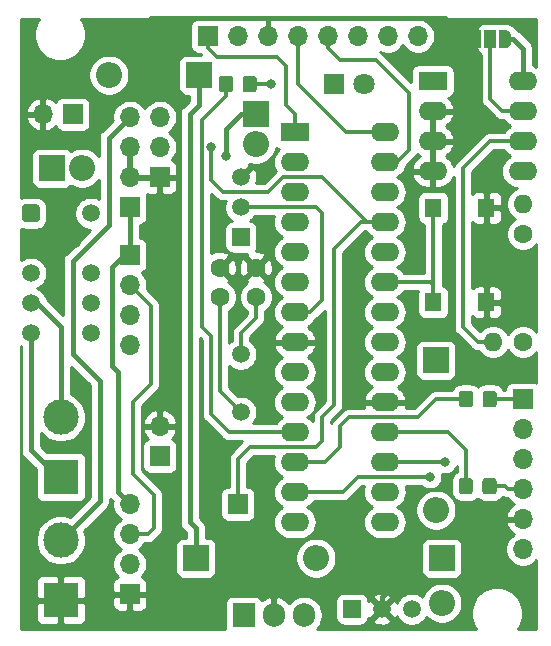
<source format=gbr>
%TF.GenerationSoftware,KiCad,Pcbnew,(5.1.12)-1*%
%TF.CreationDate,2025-07-02T13:27:00+02:00*%
%TF.ProjectId,telecommande,74656c65-636f-46d6-9d61-6e64652e6b69,rev?*%
%TF.SameCoordinates,Original*%
%TF.FileFunction,Copper,L1,Top*%
%TF.FilePolarity,Positive*%
%FSLAX46Y46*%
G04 Gerber Fmt 4.6, Leading zero omitted, Abs format (unit mm)*
G04 Created by KiCad (PCBNEW (5.1.12)-1) date 2025-07-02 13:27:00*
%MOMM*%
%LPD*%
G01*
G04 APERTURE LIST*
%TA.AperFunction,ComponentPad*%
%ADD10O,1.700000X1.700000*%
%TD*%
%TA.AperFunction,ComponentPad*%
%ADD11R,1.700000X1.700000*%
%TD*%
%TA.AperFunction,ComponentPad*%
%ADD12O,2.200000X2.200000*%
%TD*%
%TA.AperFunction,ComponentPad*%
%ADD13R,2.200000X2.200000*%
%TD*%
%TA.AperFunction,ComponentPad*%
%ADD14O,2.400000X1.600000*%
%TD*%
%TA.AperFunction,ComponentPad*%
%ADD15R,2.400000X1.600000*%
%TD*%
%TA.AperFunction,SMDPad,CuDef*%
%ADD16R,1.000000X1.500000*%
%TD*%
%TA.AperFunction,SMDPad,CuDef*%
%ADD17C,0.100000*%
%TD*%
%TA.AperFunction,ComponentPad*%
%ADD18O,1.600000X1.600000*%
%TD*%
%TA.AperFunction,ComponentPad*%
%ADD19C,1.600000*%
%TD*%
%TA.AperFunction,ComponentPad*%
%ADD20C,1.500000*%
%TD*%
%TA.AperFunction,ComponentPad*%
%ADD21O,1.905000X2.000000*%
%TD*%
%TA.AperFunction,ComponentPad*%
%ADD22R,1.905000X2.000000*%
%TD*%
%TA.AperFunction,ComponentPad*%
%ADD23R,1.500000X1.500000*%
%TD*%
%TA.AperFunction,SMDPad,CuDef*%
%ADD24R,1.400000X1.600000*%
%TD*%
%TA.AperFunction,ComponentPad*%
%ADD25C,3.000000*%
%TD*%
%TA.AperFunction,ComponentPad*%
%ADD26R,3.000000X3.000000*%
%TD*%
%TA.AperFunction,ComponentPad*%
%ADD27C,1.800000*%
%TD*%
%TA.AperFunction,ComponentPad*%
%ADD28R,1.800000X1.800000*%
%TD*%
%TA.AperFunction,ViaPad*%
%ADD29C,0.800000*%
%TD*%
%TA.AperFunction,Conductor*%
%ADD30C,0.450000*%
%TD*%
%TA.AperFunction,Conductor*%
%ADD31C,0.300000*%
%TD*%
%TA.AperFunction,Conductor*%
%ADD32C,0.254000*%
%TD*%
%TA.AperFunction,Conductor*%
%ADD33C,0.100000*%
%TD*%
G04 APERTURE END LIST*
%TO.P,R7,2*%
%TO.N,Net-(R7-Pad2)*%
%TA.AperFunction,SMDPad,CuDef*%
G36*
G01*
X118964000Y-109785999D02*
X118964000Y-110686001D01*
G75*
G02*
X118714001Y-110936000I-249999J0D01*
G01*
X118013999Y-110936000D01*
G75*
G02*
X117764000Y-110686001I0J249999D01*
G01*
X117764000Y-109785999D01*
G75*
G02*
X118013999Y-109536000I249999J0D01*
G01*
X118714001Y-109536000D01*
G75*
G02*
X118964000Y-109785999I0J-249999D01*
G01*
G37*
%TD.AperFunction*%
%TO.P,R7,1*%
%TO.N,/RX1*%
%TA.AperFunction,SMDPad,CuDef*%
G36*
G01*
X120964000Y-109785999D02*
X120964000Y-110686001D01*
G75*
G02*
X120714001Y-110936000I-249999J0D01*
G01*
X120013999Y-110936000D01*
G75*
G02*
X119764000Y-110686001I0J249999D01*
G01*
X119764000Y-109785999D01*
G75*
G02*
X120013999Y-109536000I249999J0D01*
G01*
X120714001Y-109536000D01*
G75*
G02*
X120964000Y-109785999I0J-249999D01*
G01*
G37*
%TD.AperFunction*%
%TD*%
D10*
%TO.P,J11,4*%
%TO.N,/Enable*%
X89916000Y-98298000D03*
%TO.P,J11,3*%
%TO.N,GND*%
X89916000Y-95758000D03*
%TO.P,J11,2*%
%TO.N,/RX*%
X89916000Y-93218000D03*
D11*
%TO.P,J11,1*%
%TO.N,/VDD*%
X89916000Y-90678000D03*
%TD*%
D10*
%TO.P,J2,2*%
%TO.N,GND*%
X82550000Y-78740000D03*
D11*
%TO.P,J2,1*%
%TO.N,Net-(D3-Pad2)*%
X85090000Y-78740000D03*
%TD*%
D12*
%TO.P,D3,2*%
%TO.N,Net-(D3-Pad2)*%
X88138000Y-75438000D03*
D13*
%TO.P,D3,1*%
%TO.N,Net-(C8-Pad1)*%
X95758000Y-75438000D03*
%TD*%
D10*
%TO.P,J10,4*%
%TO.N,/VDD*%
X89916000Y-111760000D03*
%TO.P,J10,3*%
%TO.N,/RX*%
X89916000Y-114300000D03*
%TO.P,J10,2*%
X89916000Y-116840000D03*
D11*
%TO.P,J10,1*%
%TO.N,GND*%
X89916000Y-119380000D03*
%TD*%
D10*
%TO.P,J9,3*%
%TO.N,/VDD*%
X92456000Y-78994000D03*
%TO.P,J9,2*%
%TO.N,/RX*%
X92456000Y-81534000D03*
D11*
%TO.P,J9,1*%
%TO.N,GND*%
X92456000Y-84074000D03*
%TD*%
D10*
%TO.P,J4,2*%
%TO.N,GND*%
X92456000Y-105156000D03*
D11*
%TO.P,J4,1*%
%TO.N,/ANT*%
X92456000Y-107696000D03*
%TD*%
D10*
%TO.P,J3,4*%
%TO.N,/ANT*%
X89916000Y-78994000D03*
%TO.P,J3,3*%
%TO.N,GND*%
X89916000Y-81534000D03*
%TO.P,J3,2*%
X89916000Y-84074000D03*
D11*
%TO.P,J3,1*%
%TO.N,/VDD*%
X89916000Y-86614000D03*
%TD*%
D10*
%TO.P,J1,8*%
%TO.N,N/C*%
X114300000Y-72136000D03*
%TO.P,J1,7*%
X111760000Y-72136000D03*
%TO.P,J1,6*%
X109220000Y-72136000D03*
%TO.P,J1,5*%
%TO.N,/PGC*%
X106680000Y-72136000D03*
%TO.P,J1,4*%
%TO.N,/PGD*%
X104140000Y-72136000D03*
%TO.P,J1,3*%
%TO.N,GND*%
X101600000Y-72136000D03*
%TO.P,J1,2*%
%TO.N,/TVDD*%
X99060000Y-72136000D03*
D11*
%TO.P,J1,1*%
%TO.N,/MCLR*%
X96520000Y-72136000D03*
%TD*%
%TO.P,R1,2*%
%TO.N,/LED*%
%TA.AperFunction,SMDPad,CuDef*%
G36*
G01*
X98660000Y-75749999D02*
X98660000Y-76650001D01*
G75*
G02*
X98410001Y-76900000I-249999J0D01*
G01*
X97709999Y-76900000D01*
G75*
G02*
X97460000Y-76650001I0J249999D01*
G01*
X97460000Y-75749999D01*
G75*
G02*
X97709999Y-75500000I249999J0D01*
G01*
X98410001Y-75500000D01*
G75*
G02*
X98660000Y-75749999I0J-249999D01*
G01*
G37*
%TD.AperFunction*%
%TO.P,R1,1*%
%TO.N,Net-(D4-Pad1)*%
%TA.AperFunction,SMDPad,CuDef*%
G36*
G01*
X100660000Y-75749999D02*
X100660000Y-76650001D01*
G75*
G02*
X100410001Y-76900000I-249999J0D01*
G01*
X99709999Y-76900000D01*
G75*
G02*
X99460000Y-76650001I0J249999D01*
G01*
X99460000Y-75749999D01*
G75*
G02*
X99709999Y-75500000I249999J0D01*
G01*
X100410001Y-75500000D01*
G75*
G02*
X100660000Y-75749999I0J-249999D01*
G01*
G37*
%TD.AperFunction*%
%TD*%
D14*
%TO.P,U3,8*%
%TO.N,/VDD*%
X123190000Y-75946000D03*
%TO.P,U3,4*%
%TO.N,GND*%
X115570000Y-83566000D03*
%TO.P,U3,7*%
%TO.N,Net-(JP1-Pad2)*%
X123190000Y-78486000D03*
%TO.P,U3,3*%
%TO.N,GND*%
X115570000Y-81026000D03*
%TO.P,U3,6*%
%TO.N,Net-(R2-Pad2)*%
X123190000Y-81026000D03*
%TO.P,U3,2*%
%TO.N,GND*%
X115570000Y-78486000D03*
%TO.P,U3,5*%
%TO.N,Net-(R3-Pad2)*%
X123190000Y-83566000D03*
D15*
%TO.P,U3,1*%
%TO.N,N/C*%
X115570000Y-75946000D03*
%TD*%
D16*
%TO.P,JP1,2*%
%TO.N,Net-(JP1-Pad2)*%
X120396000Y-72390000D03*
%TA.AperFunction,SMDPad,CuDef*%
D17*
%TO.P,JP1,3*%
%TO.N,GND*%
G36*
X119096000Y-73139398D02*
G01*
X119071466Y-73139398D01*
X119022635Y-73134588D01*
X118974510Y-73125016D01*
X118927555Y-73110772D01*
X118882222Y-73091995D01*
X118838949Y-73068864D01*
X118798150Y-73041604D01*
X118760221Y-73010476D01*
X118725524Y-72975779D01*
X118694396Y-72937850D01*
X118667136Y-72897051D01*
X118644005Y-72853778D01*
X118625228Y-72808445D01*
X118610984Y-72761490D01*
X118601412Y-72713365D01*
X118596602Y-72664534D01*
X118596602Y-72640000D01*
X118596000Y-72640000D01*
X118596000Y-72140000D01*
X118596602Y-72140000D01*
X118596602Y-72115466D01*
X118601412Y-72066635D01*
X118610984Y-72018510D01*
X118625228Y-71971555D01*
X118644005Y-71926222D01*
X118667136Y-71882949D01*
X118694396Y-71842150D01*
X118725524Y-71804221D01*
X118760221Y-71769524D01*
X118798150Y-71738396D01*
X118838949Y-71711136D01*
X118882222Y-71688005D01*
X118927555Y-71669228D01*
X118974510Y-71654984D01*
X119022635Y-71645412D01*
X119071466Y-71640602D01*
X119096000Y-71640602D01*
X119096000Y-71640000D01*
X119646000Y-71640000D01*
X119646000Y-73140000D01*
X119096000Y-73140000D01*
X119096000Y-73139398D01*
G37*
%TD.AperFunction*%
%TA.AperFunction,SMDPad,CuDef*%
%TO.P,JP1,1*%
%TO.N,/VDD*%
G36*
X121146000Y-71640000D02*
G01*
X121696000Y-71640000D01*
X121696000Y-71640602D01*
X121720534Y-71640602D01*
X121769365Y-71645412D01*
X121817490Y-71654984D01*
X121864445Y-71669228D01*
X121909778Y-71688005D01*
X121953051Y-71711136D01*
X121993850Y-71738396D01*
X122031779Y-71769524D01*
X122066476Y-71804221D01*
X122097604Y-71842150D01*
X122124864Y-71882949D01*
X122147995Y-71926222D01*
X122166772Y-71971555D01*
X122181016Y-72018510D01*
X122190588Y-72066635D01*
X122195398Y-72115466D01*
X122195398Y-72140000D01*
X122196000Y-72140000D01*
X122196000Y-72640000D01*
X122195398Y-72640000D01*
X122195398Y-72664534D01*
X122190588Y-72713365D01*
X122181016Y-72761490D01*
X122166772Y-72808445D01*
X122147995Y-72853778D01*
X122124864Y-72897051D01*
X122097604Y-72937850D01*
X122066476Y-72975779D01*
X122031779Y-73010476D01*
X121993850Y-73041604D01*
X121953051Y-73068864D01*
X121909778Y-73091995D01*
X121864445Y-73110772D01*
X121817490Y-73125016D01*
X121769365Y-73134588D01*
X121720534Y-73139398D01*
X121696000Y-73139398D01*
X121696000Y-73140000D01*
X121146000Y-73140000D01*
X121146000Y-71640000D01*
G37*
%TD.AperFunction*%
%TD*%
D18*
%TO.P,R2,2*%
%TO.N,Net-(R2-Pad2)*%
X120650000Y-98044000D03*
D19*
%TO.P,R2,1*%
%TO.N,/SCL*%
X123190000Y-98044000D03*
%TD*%
D12*
%TO.P,D5,2*%
%TO.N,/VCC*%
X116332000Y-120142000D03*
D13*
%TO.P,D5,1*%
%TO.N,/12VR*%
X116332000Y-116332000D03*
%TD*%
D12*
%TO.P,D1,2*%
%TO.N,/VCC*%
X115824000Y-112268000D03*
D13*
%TO.P,D1,1*%
%TO.N,/VDD*%
X115824000Y-99568000D03*
%TD*%
D12*
%TO.P,D7,2*%
%TO.N,/12VR*%
X105664000Y-116332000D03*
D13*
%TO.P,D7,1*%
%TO.N,Net-(C8-Pad1)*%
X95504000Y-116332000D03*
%TD*%
D20*
%TO.P,Y1,2*%
%TO.N,Net-(C3-Pad1)*%
X99314000Y-103960000D03*
%TO.P,Y1,1*%
%TO.N,Net-(C2-Pad1)*%
X99314000Y-99060000D03*
%TD*%
D21*
%TO.P,U4,3*%
%TO.N,/12VR*%
X104648000Y-121158000D03*
%TO.P,U4,2*%
%TO.N,GND*%
X102108000Y-121158000D03*
D22*
%TO.P,U4,1*%
%TO.N,Net-(C8-Pad1)*%
X99568000Y-121158000D03*
%TD*%
D14*
%TO.P,U2,28*%
%TO.N,/PGD*%
X111506000Y-80264000D03*
%TO.P,U2,14*%
%TO.N,/SCL*%
X103886000Y-113284000D03*
%TO.P,U2,27*%
%TO.N,/PGC*%
X111506000Y-82804000D03*
%TO.P,U2,13*%
%TO.N,Net-(R5-Pad2)*%
X103886000Y-110744000D03*
%TO.P,U2,26*%
%TO.N,N/C*%
X111506000Y-85344000D03*
%TO.P,U2,12*%
%TO.N,Net-(R4-Pad2)*%
X103886000Y-108204000D03*
%TO.P,U2,25*%
%TO.N,/RX*%
X111506000Y-87884000D03*
%TO.P,U2,11*%
%TO.N,/LED*%
X103886000Y-105664000D03*
%TO.P,U2,24*%
%TO.N,N/C*%
X111506000Y-90424000D03*
%TO.P,U2,10*%
%TO.N,Net-(C3-Pad1)*%
X103886000Y-103124000D03*
%TO.P,U2,23*%
%TO.N,/Bp1*%
X111506000Y-92964000D03*
%TO.P,U2,9*%
%TO.N,Net-(C2-Pad1)*%
X103886000Y-100584000D03*
%TO.P,U2,22*%
%TO.N,N/C*%
X111506000Y-95504000D03*
%TO.P,U2,8*%
%TO.N,GND*%
X103886000Y-98044000D03*
%TO.P,U2,21*%
%TO.N,N/C*%
X111506000Y-98044000D03*
%TO.P,U2,7*%
%TO.N,/Rel1*%
X103886000Y-95504000D03*
%TO.P,U2,20*%
%TO.N,/VDD*%
X111506000Y-100584000D03*
%TO.P,U2,6*%
%TO.N,Net-(C5-Pad1)*%
X103886000Y-92964000D03*
%TO.P,U2,19*%
%TO.N,GND*%
X111506000Y-103124000D03*
%TO.P,U2,5*%
%TO.N,/Enable*%
X103886000Y-90424000D03*
%TO.P,U2,18*%
%TO.N,Net-(R7-Pad2)*%
X111506000Y-105664000D03*
%TO.P,U2,4*%
%TO.N,N/C*%
X103886000Y-87884000D03*
%TO.P,U2,17*%
%TO.N,Net-(R6-Pad2)*%
X111506000Y-108204000D03*
%TO.P,U2,3*%
%TO.N,N/C*%
X103886000Y-85344000D03*
%TO.P,U2,16*%
X111506000Y-110744000D03*
%TO.P,U2,2*%
X103886000Y-82804000D03*
%TO.P,U2,15*%
%TO.N,/SDA*%
X111506000Y-113284000D03*
D15*
%TO.P,U2,1*%
%TO.N,/MCLR*%
X103886000Y-80264000D03*
%TD*%
D23*
%TO.P,U1,1*%
%TO.N,/VCC*%
X108712000Y-120650000D03*
D20*
%TO.P,U1,3*%
%TO.N,/12VR*%
X113792000Y-120650000D03*
%TO.P,U1,2*%
%TO.N,GND*%
X111252000Y-120650000D03*
%TD*%
D24*
%TO.P,SW1,3*%
%TO.N,GND*%
X120106000Y-94678000D03*
%TO.P,SW1,4*%
X120106000Y-86678000D03*
%TO.P,SW1,1*%
%TO.N,/Bp1*%
X115606000Y-94678000D03*
%TO.P,SW1,2*%
X115606000Y-86678000D03*
%TD*%
%TO.P,R4,2*%
%TO.N,Net-(R4-Pad2)*%
%TA.AperFunction,SMDPad,CuDef*%
G36*
G01*
X118980000Y-102419999D02*
X118980000Y-103320001D01*
G75*
G02*
X118730001Y-103570000I-249999J0D01*
G01*
X118029999Y-103570000D01*
G75*
G02*
X117780000Y-103320001I0J249999D01*
G01*
X117780000Y-102419999D01*
G75*
G02*
X118029999Y-102170000I249999J0D01*
G01*
X118730001Y-102170000D01*
G75*
G02*
X118980000Y-102419999I0J-249999D01*
G01*
G37*
%TD.AperFunction*%
%TO.P,R4,1*%
%TO.N,/RTS*%
%TA.AperFunction,SMDPad,CuDef*%
G36*
G01*
X120980000Y-102419999D02*
X120980000Y-103320001D01*
G75*
G02*
X120730001Y-103570000I-249999J0D01*
G01*
X120029999Y-103570000D01*
G75*
G02*
X119780000Y-103320001I0J249999D01*
G01*
X119780000Y-102419999D01*
G75*
G02*
X120029999Y-102170000I249999J0D01*
G01*
X120730001Y-102170000D01*
G75*
G02*
X120980000Y-102419999I0J-249999D01*
G01*
G37*
%TD.AperFunction*%
%TD*%
D18*
%TO.P,R3,2*%
%TO.N,Net-(R3-Pad2)*%
X123190000Y-86360000D03*
D19*
%TO.P,R3,1*%
%TO.N,/SDA*%
X123190000Y-88900000D03*
%TD*%
D23*
%TO.P,Q1,1*%
%TO.N,Net-(C7-Pad2)*%
X99314000Y-89154000D03*
D20*
%TO.P,Q1,3*%
%TO.N,GND*%
X99314000Y-84074000D03*
%TO.P,Q1,2*%
%TO.N,/Rel1*%
X99314000Y-86614000D03*
%TD*%
%TO.P,K1,12*%
%TO.N,Net-(C7-Pad2)*%
X86614000Y-87122000D03*
%TO.P,K1,10*%
%TO.N,N/C*%
X86614000Y-92202000D03*
%TO.P,K1,9*%
X86614000Y-94742000D03*
%TO.P,K1,8*%
X86614000Y-97282000D03*
%TO.P,K1,5*%
%TO.N,Net-(J7-Pad1)*%
X81534000Y-97282000D03*
%TO.P,K1,4*%
%TO.N,Net-(J7-Pad2)*%
X81534000Y-94742000D03*
%TO.P,K1,3*%
%TO.N,N/C*%
X81534000Y-92202000D03*
%TO.P,K1,1*%
%TO.N,/12VR*%
%TA.AperFunction,ComponentPad*%
G36*
G01*
X80784000Y-87621500D02*
X80784000Y-86622500D01*
G75*
G02*
X81034500Y-86372000I250500J0D01*
G01*
X82033500Y-86372000D01*
G75*
G02*
X82284000Y-86622500I0J-250500D01*
G01*
X82284000Y-87621500D01*
G75*
G02*
X82033500Y-87872000I-250500J0D01*
G01*
X81034500Y-87872000D01*
G75*
G02*
X80784000Y-87621500I0J250500D01*
G01*
G37*
%TD.AperFunction*%
%TD*%
D11*
%TO.P,J8,1*%
%TO.N,/RX*%
X99060000Y-111760000D03*
%TD*%
D25*
%TO.P,J7,2*%
%TO.N,Net-(J7-Pad2)*%
X84074000Y-104394000D03*
D26*
%TO.P,J7,1*%
%TO.N,Net-(J7-Pad1)*%
X84074000Y-109474000D03*
%TD*%
D25*
%TO.P,J6,2*%
%TO.N,/ANT*%
X84074000Y-114808000D03*
D26*
%TO.P,J6,1*%
%TO.N,GND*%
X84074000Y-119888000D03*
%TD*%
D10*
%TO.P,J5,6*%
%TO.N,N/C*%
X123190000Y-115570000D03*
%TO.P,J5,5*%
%TO.N,GND*%
X123190000Y-113030000D03*
%TO.P,J5,4*%
%TO.N,/RX1*%
X123190000Y-110490000D03*
%TO.P,J5,3*%
%TO.N,/TX1*%
X123190000Y-107950000D03*
%TO.P,J5,2*%
%TO.N,/CTS*%
X123190000Y-105410000D03*
D11*
%TO.P,J5,1*%
%TO.N,/RTS*%
X123190000Y-102870000D03*
%TD*%
D12*
%TO.P,D6,2*%
%TO.N,Net-(C7-Pad2)*%
X85852000Y-83312000D03*
D13*
%TO.P,D6,1*%
%TO.N,/12VR*%
X83312000Y-83312000D03*
%TD*%
D27*
%TO.P,D4,2*%
%TO.N,/VDD*%
X109728000Y-76200000D03*
D28*
%TO.P,D4,1*%
%TO.N,Net-(D4-Pad1)*%
X107188000Y-76200000D03*
%TD*%
D12*
%TO.P,D2,2*%
%TO.N,/TVDD*%
X100584000Y-81280000D03*
D13*
%TO.P,D2,1*%
%TO.N,/VDD*%
X100584000Y-78740000D03*
%TD*%
D19*
%TO.P,C3,2*%
%TO.N,GND*%
X97536000Y-91734000D03*
%TO.P,C3,1*%
%TO.N,Net-(C3-Pad1)*%
X97536000Y-94234000D03*
%TD*%
%TO.P,C2,2*%
%TO.N,GND*%
X100584000Y-91734000D03*
%TO.P,C2,1*%
%TO.N,Net-(C2-Pad1)*%
X100584000Y-94234000D03*
%TD*%
D29*
%TO.N,GND*%
X120142000Y-92710000D03*
X117348000Y-71374000D03*
X85344000Y-89662000D03*
%TO.N,Net-(D4-Pad1)*%
X101854000Y-76200000D03*
%TO.N,/RX*%
X96774000Y-81534000D03*
%TO.N,Net-(R5-Pad2)*%
X115316000Y-109474000D03*
%TO.N,Net-(R6-Pad2)*%
X116586000Y-108204000D03*
%TO.N,/VDD*%
X98044000Y-82296000D03*
%TD*%
D30*
%TO.N,GND*%
X104394000Y-98044000D02*
X104902000Y-98044000D01*
X120142000Y-94642000D02*
X120106000Y-94678000D01*
X120142000Y-92710000D02*
X120142000Y-94642000D01*
X101600000Y-70612000D02*
X91694000Y-70612000D01*
X101600000Y-72136000D02*
X101600000Y-70612000D01*
X119096000Y-72390000D02*
X118364000Y-72390000D01*
X116586000Y-70612000D02*
X101600000Y-70612000D01*
X117348000Y-71374000D02*
X116586000Y-70612000D01*
X118364000Y-72390000D02*
X117348000Y-71374000D01*
X122174000Y-113030000D02*
X123190000Y-113030000D01*
X120650000Y-113030000D02*
X122174000Y-113030000D01*
X119888000Y-113792000D02*
X120650000Y-113030000D01*
X119888000Y-116332000D02*
X119888000Y-113792000D01*
X117856000Y-118364000D02*
X119888000Y-116332000D01*
X112522000Y-118364000D02*
X117856000Y-118364000D01*
X111252000Y-120650000D02*
X111252000Y-119634000D01*
X111252000Y-119634000D02*
X112522000Y-118364000D01*
D31*
%TO.N,Net-(C2-Pad1)*%
X99314000Y-99060000D02*
X99314000Y-97282000D01*
X100584000Y-96012000D02*
X100584000Y-94234000D01*
X99314000Y-97282000D02*
X100584000Y-96012000D01*
%TO.N,Net-(C3-Pad1)*%
X97536000Y-102182000D02*
X99314000Y-103960000D01*
X97536000Y-94234000D02*
X97536000Y-102182000D01*
D30*
%TO.N,Net-(C8-Pad1)*%
X94996000Y-78740000D02*
X94996000Y-113284000D01*
X95758000Y-77978000D02*
X94996000Y-78740000D01*
X95758000Y-75438000D02*
X95758000Y-77978000D01*
X95504000Y-113792000D02*
X94996000Y-113284000D01*
X95504000Y-116332000D02*
X95504000Y-113792000D01*
%TO.N,Net-(D3-Pad2)*%
X85090000Y-78740000D02*
X85090000Y-78486000D01*
D31*
%TO.N,Net-(D4-Pad1)*%
X101854000Y-76200000D02*
X100060000Y-76200000D01*
%TO.N,/PGC*%
X113538000Y-81788000D02*
X113538000Y-76962000D01*
X113538000Y-76962000D02*
X110744000Y-74168000D01*
X110744000Y-74168000D02*
X107696000Y-74168000D01*
X106680000Y-73152000D02*
X106680000Y-72136000D01*
X107696000Y-74168000D02*
X106680000Y-73152000D01*
X112522000Y-82804000D02*
X113538000Y-81788000D01*
X111506000Y-82804000D02*
X112522000Y-82804000D01*
%TO.N,/PGD*%
X104140000Y-76200000D02*
X104140000Y-72136000D01*
X108204000Y-80264000D02*
X104140000Y-76200000D01*
X111506000Y-80264000D02*
X108204000Y-80264000D01*
%TO.N,/MCLR*%
X96520000Y-73152000D02*
X97282000Y-73914000D01*
X97282000Y-73914000D02*
X102362000Y-73914000D01*
X102362000Y-73914000D02*
X103124000Y-74676000D01*
X96520000Y-72136000D02*
X96520000Y-73152000D01*
X103886000Y-78740000D02*
X103124000Y-77978000D01*
X103886000Y-80264000D02*
X103886000Y-78740000D01*
X103124000Y-74676000D02*
X103124000Y-77978000D01*
D30*
%TO.N,/ANT*%
X88138000Y-80772000D02*
X89916000Y-78994000D01*
X84074000Y-114808000D02*
X87376000Y-111506000D01*
X87376000Y-102108000D02*
X87376000Y-101346000D01*
X87376000Y-111506000D02*
X87376000Y-102108000D01*
X87376000Y-101346000D02*
X85090000Y-99060000D01*
X85090000Y-99060000D02*
X85090000Y-91186000D01*
X85090000Y-91186000D02*
X88138000Y-88138000D01*
X88138000Y-88138000D02*
X88138000Y-80772000D01*
D31*
%TO.N,/RX*%
X111506000Y-87884000D02*
X109474000Y-87884000D01*
X109474000Y-87884000D02*
X107188000Y-90170000D01*
X107188000Y-90170000D02*
X107188000Y-103378000D01*
X107188000Y-103378000D02*
X106172000Y-104394000D01*
X106172000Y-104394000D02*
X106172000Y-106426000D01*
X106172000Y-106426000D02*
X105664000Y-106934000D01*
X105664000Y-106934000D02*
X100076000Y-106934000D01*
X99060000Y-107950000D02*
X99060000Y-111760000D01*
X100076000Y-106934000D02*
X99060000Y-107950000D01*
X96774000Y-83058000D02*
X96774000Y-81534000D01*
X96774000Y-84328000D02*
X96774000Y-83058000D01*
X97790000Y-85344000D02*
X96774000Y-84328000D01*
X101600000Y-85344000D02*
X97790000Y-85344000D01*
X102870000Y-84074000D02*
X101600000Y-85344000D01*
X106172000Y-84074000D02*
X102870000Y-84074000D01*
X109982000Y-87884000D02*
X106172000Y-84074000D01*
X111506000Y-87884000D02*
X109982000Y-87884000D01*
X91948000Y-113792000D02*
X91440000Y-114300000D01*
X91948000Y-110998000D02*
X91948000Y-113792000D01*
X90170000Y-103124000D02*
X90170000Y-109220000D01*
X90170000Y-109220000D02*
X91948000Y-110998000D01*
X91694000Y-101600000D02*
X90170000Y-103124000D01*
X91694000Y-94996000D02*
X91694000Y-101600000D01*
X91440000Y-114300000D02*
X89916000Y-114300000D01*
X89916000Y-93218000D02*
X91694000Y-94996000D01*
%TO.N,/RX1*%
X123190000Y-110490000D02*
X121920000Y-110490000D01*
X121666000Y-110236000D02*
X120364000Y-110236000D01*
X121920000Y-110490000D02*
X121666000Y-110236000D01*
%TO.N,/RTS*%
X120126000Y-102870000D02*
X123190000Y-102870000D01*
D30*
%TO.N,Net-(J7-Pad2)*%
X84074000Y-104394000D02*
X84074000Y-96774000D01*
X82042000Y-94742000D02*
X81534000Y-94742000D01*
X84074000Y-96774000D02*
X82042000Y-94742000D01*
%TO.N,Net-(J7-Pad1)*%
X84074000Y-109474000D02*
X83820000Y-109474000D01*
X81534000Y-107188000D02*
X81534000Y-97282000D01*
X83820000Y-109474000D02*
X81534000Y-107188000D01*
D31*
%TO.N,/Rel1*%
X103632000Y-95504000D02*
X104394000Y-95504000D01*
X103886000Y-95504000D02*
X102870000Y-95504000D01*
X105156000Y-95504000D02*
X103886000Y-95504000D01*
X106172000Y-87122000D02*
X106172000Y-94488000D01*
X106172000Y-94488000D02*
X105156000Y-95504000D01*
X105664000Y-86614000D02*
X106172000Y-87122000D01*
X99314000Y-86614000D02*
X105664000Y-86614000D01*
%TO.N,/LED*%
X98298000Y-105664000D02*
X103886000Y-105664000D01*
X96774000Y-104140000D02*
X98298000Y-105664000D01*
X96774000Y-97536000D02*
X96774000Y-104140000D01*
X96012000Y-96774000D02*
X96774000Y-97536000D01*
X96012000Y-79248000D02*
X96012000Y-96774000D01*
X98060000Y-77200000D02*
X96012000Y-79248000D01*
X98060000Y-76200000D02*
X98060000Y-77200000D01*
%TO.N,Net-(R2-Pad2)*%
X120650000Y-98044000D02*
X119380000Y-98044000D01*
X119380000Y-98044000D02*
X118110000Y-96774000D01*
X118110000Y-96774000D02*
X118110000Y-83312000D01*
X120396000Y-81026000D02*
X123190000Y-81026000D01*
X118110000Y-83312000D02*
X120396000Y-81026000D01*
%TO.N,/SDA*%
X112030000Y-113268000D02*
X112014000Y-113284000D01*
%TO.N,Net-(R4-Pad2)*%
X104648000Y-108204000D02*
X104394000Y-108204000D01*
X118126000Y-102870000D02*
X118110000Y-102870000D01*
X114300000Y-104394000D02*
X115824000Y-102870000D01*
X108458000Y-104394000D02*
X114300000Y-104394000D01*
X107696000Y-105156000D02*
X108458000Y-104394000D01*
X107696000Y-106934000D02*
X107696000Y-105156000D01*
X106426000Y-108204000D02*
X107696000Y-106934000D01*
X118380000Y-102870000D02*
X115824000Y-102870000D01*
X103886000Y-108204000D02*
X106426000Y-108204000D01*
%TO.N,Net-(R5-Pad2)*%
X107950000Y-110744000D02*
X103886000Y-110744000D01*
X109220000Y-109474000D02*
X107950000Y-110744000D01*
X115316000Y-109474000D02*
X109220000Y-109474000D01*
%TO.N,Net-(R6-Pad2)*%
X116586000Y-108204000D02*
X115570000Y-108204000D01*
X115570000Y-108204000D02*
X115824000Y-108204000D01*
X111506000Y-108204000D02*
X115570000Y-108204000D01*
%TO.N,Net-(R7-Pad2)*%
X113538000Y-105664000D02*
X111506000Y-105664000D01*
X118364000Y-107188000D02*
X116840000Y-105664000D01*
X116840000Y-105664000D02*
X115062000Y-105664000D01*
X118364000Y-110236000D02*
X118364000Y-107188000D01*
X115062000Y-105664000D02*
X113538000Y-105664000D01*
X115316000Y-105664000D02*
X115062000Y-105664000D01*
%TO.N,/Bp1*%
X115606000Y-93762000D02*
X115606000Y-94678000D01*
X115388000Y-92964000D02*
X115606000Y-93182000D01*
X111506000Y-92964000D02*
X115388000Y-92964000D01*
X115606000Y-93182000D02*
X115606000Y-94678000D01*
X115606000Y-86678000D02*
X115606000Y-93182000D01*
%TO.N,Net-(JP1-Pad2)*%
X121412000Y-78486000D02*
X123190000Y-78486000D01*
X120396000Y-77470000D02*
X121412000Y-78486000D01*
X120396000Y-72390000D02*
X120396000Y-77470000D01*
D30*
%TO.N,/VDD*%
X116332000Y-99568000D02*
X116078000Y-99568000D01*
X123190000Y-73184000D02*
X122396000Y-72390000D01*
X123190000Y-75946000D02*
X123190000Y-73184000D01*
X121696000Y-72390000D02*
X122396000Y-72390000D01*
X100584000Y-78740000D02*
X99314000Y-78740000D01*
X99314000Y-78740000D02*
X98044000Y-80010000D01*
X98044000Y-80010000D02*
X98044000Y-82296000D01*
X89916000Y-86614000D02*
X90424000Y-86614000D01*
X89916000Y-86614000D02*
X89916000Y-90678000D01*
X89408000Y-90678000D02*
X89916000Y-90678000D01*
X88392000Y-91694000D02*
X89408000Y-90678000D01*
X88392000Y-100076000D02*
X88392000Y-91694000D01*
X88900000Y-110744000D02*
X88900000Y-100584000D01*
X88900000Y-100584000D02*
X88392000Y-100076000D01*
X89916000Y-111760000D02*
X88900000Y-110744000D01*
%TD*%
D32*
%TO.N,GND*%
X82019369Y-70941331D02*
X81850890Y-71348075D01*
X81765000Y-71779872D01*
X81765000Y-72220128D01*
X81850890Y-72651925D01*
X82019369Y-73058669D01*
X82263962Y-73424729D01*
X82575271Y-73736038D01*
X82941331Y-73980631D01*
X83348075Y-74149110D01*
X83779872Y-74235000D01*
X84220128Y-74235000D01*
X84651925Y-74149110D01*
X85058669Y-73980631D01*
X85424729Y-73736038D01*
X85736038Y-73424729D01*
X85980631Y-73058669D01*
X86149110Y-72651925D01*
X86235000Y-72220128D01*
X86235000Y-71779872D01*
X86149110Y-71348075D01*
X85980631Y-70941331D01*
X85792652Y-70660000D01*
X95547427Y-70660000D01*
X95545518Y-70660188D01*
X95425820Y-70696498D01*
X95315506Y-70755463D01*
X95218815Y-70834815D01*
X95139463Y-70931506D01*
X95080498Y-71041820D01*
X95044188Y-71161518D01*
X95031928Y-71286000D01*
X95031928Y-72986000D01*
X95044188Y-73110482D01*
X95080498Y-73230180D01*
X95139463Y-73340494D01*
X95218815Y-73437185D01*
X95315506Y-73516537D01*
X95425820Y-73575502D01*
X95545518Y-73611812D01*
X95670000Y-73624072D01*
X95891910Y-73624072D01*
X95904690Y-73639644D01*
X95937655Y-73679812D01*
X95937659Y-73679816D01*
X95954165Y-73699928D01*
X94658000Y-73699928D01*
X94533518Y-73712188D01*
X94413820Y-73748498D01*
X94303506Y-73807463D01*
X94206815Y-73886815D01*
X94127463Y-73983506D01*
X94068498Y-74093820D01*
X94032188Y-74213518D01*
X94019928Y-74338000D01*
X94019928Y-76538000D01*
X94032188Y-76662482D01*
X94068498Y-76782180D01*
X94127463Y-76892494D01*
X94206815Y-76989185D01*
X94303506Y-77068537D01*
X94413820Y-77127502D01*
X94533518Y-77163812D01*
X94658000Y-77176072D01*
X94898001Y-77176072D01*
X94898001Y-77621775D01*
X94417764Y-78102012D01*
X94384946Y-78128946D01*
X94277476Y-78259899D01*
X94197619Y-78409301D01*
X94174353Y-78486000D01*
X94159258Y-78535764D01*
X94148444Y-78571412D01*
X94136000Y-78697755D01*
X94136000Y-78697761D01*
X94131840Y-78740000D01*
X94136000Y-78782239D01*
X94136001Y-113241751D01*
X94131840Y-113284000D01*
X94148444Y-113452589D01*
X94197620Y-113614700D01*
X94277477Y-113764102D01*
X94357630Y-113861768D01*
X94384947Y-113895054D01*
X94417761Y-113921984D01*
X94644001Y-114148223D01*
X94644001Y-114593928D01*
X94404000Y-114593928D01*
X94279518Y-114606188D01*
X94159820Y-114642498D01*
X94049506Y-114701463D01*
X93952815Y-114780815D01*
X93873463Y-114877506D01*
X93814498Y-114987820D01*
X93778188Y-115107518D01*
X93765928Y-115232000D01*
X93765928Y-117432000D01*
X93778188Y-117556482D01*
X93814498Y-117676180D01*
X93873463Y-117786494D01*
X93952815Y-117883185D01*
X94049506Y-117962537D01*
X94159820Y-118021502D01*
X94279518Y-118057812D01*
X94404000Y-118070072D01*
X96604000Y-118070072D01*
X96728482Y-118057812D01*
X96848180Y-118021502D01*
X96958494Y-117962537D01*
X97055185Y-117883185D01*
X97134537Y-117786494D01*
X97193502Y-117676180D01*
X97229812Y-117556482D01*
X97242072Y-117432000D01*
X97242072Y-116161117D01*
X103929000Y-116161117D01*
X103929000Y-116502883D01*
X103995675Y-116838081D01*
X104126463Y-117153831D01*
X104316337Y-117437998D01*
X104558002Y-117679663D01*
X104842169Y-117869537D01*
X105157919Y-118000325D01*
X105493117Y-118067000D01*
X105834883Y-118067000D01*
X106170081Y-118000325D01*
X106485831Y-117869537D01*
X106769998Y-117679663D01*
X107011663Y-117437998D01*
X107201537Y-117153831D01*
X107332325Y-116838081D01*
X107399000Y-116502883D01*
X107399000Y-116161117D01*
X107332325Y-115825919D01*
X107201537Y-115510169D01*
X107015671Y-115232000D01*
X114593928Y-115232000D01*
X114593928Y-117432000D01*
X114606188Y-117556482D01*
X114642498Y-117676180D01*
X114701463Y-117786494D01*
X114780815Y-117883185D01*
X114877506Y-117962537D01*
X114987820Y-118021502D01*
X115107518Y-118057812D01*
X115232000Y-118070072D01*
X117432000Y-118070072D01*
X117556482Y-118057812D01*
X117676180Y-118021502D01*
X117786494Y-117962537D01*
X117883185Y-117883185D01*
X117962537Y-117786494D01*
X118021502Y-117676180D01*
X118057812Y-117556482D01*
X118070072Y-117432000D01*
X118070072Y-115232000D01*
X118057812Y-115107518D01*
X118021502Y-114987820D01*
X117962537Y-114877506D01*
X117883185Y-114780815D01*
X117786494Y-114701463D01*
X117676180Y-114642498D01*
X117556482Y-114606188D01*
X117432000Y-114593928D01*
X115232000Y-114593928D01*
X115107518Y-114606188D01*
X114987820Y-114642498D01*
X114877506Y-114701463D01*
X114780815Y-114780815D01*
X114701463Y-114877506D01*
X114642498Y-114987820D01*
X114606188Y-115107518D01*
X114593928Y-115232000D01*
X107015671Y-115232000D01*
X107011663Y-115226002D01*
X106769998Y-114984337D01*
X106485831Y-114794463D01*
X106170081Y-114663675D01*
X105834883Y-114597000D01*
X105493117Y-114597000D01*
X105157919Y-114663675D01*
X104842169Y-114794463D01*
X104558002Y-114984337D01*
X104316337Y-115226002D01*
X104126463Y-115510169D01*
X103995675Y-115825919D01*
X103929000Y-116161117D01*
X97242072Y-116161117D01*
X97242072Y-115232000D01*
X97229812Y-115107518D01*
X97193502Y-114987820D01*
X97134537Y-114877506D01*
X97055185Y-114780815D01*
X96958494Y-114701463D01*
X96848180Y-114642498D01*
X96728482Y-114606188D01*
X96604000Y-114593928D01*
X96364000Y-114593928D01*
X96364000Y-113834238D01*
X96368160Y-113791999D01*
X96364000Y-113749760D01*
X96364000Y-113749754D01*
X96354622Y-113654538D01*
X96351556Y-113623409D01*
X96318670Y-113515000D01*
X96302381Y-113461300D01*
X96222524Y-113311898D01*
X96115054Y-113180946D01*
X96082230Y-113154008D01*
X95856000Y-112927777D01*
X95856000Y-97728157D01*
X95989000Y-97861157D01*
X95989001Y-104101437D01*
X95985203Y-104140000D01*
X96000359Y-104293886D01*
X96045246Y-104441859D01*
X96076397Y-104500138D01*
X96118139Y-104578233D01*
X96158690Y-104627644D01*
X96191655Y-104667812D01*
X96191659Y-104667816D01*
X96216237Y-104697764D01*
X96246185Y-104722342D01*
X97715658Y-106191816D01*
X97740236Y-106221764D01*
X97770184Y-106246342D01*
X97770187Y-106246345D01*
X97782559Y-106256498D01*
X97859767Y-106319862D01*
X97996140Y-106392754D01*
X98105741Y-106426001D01*
X98144112Y-106437641D01*
X98158490Y-106439057D01*
X98259439Y-106449000D01*
X98259446Y-106449000D01*
X98297999Y-106452797D01*
X98336552Y-106449000D01*
X99450842Y-106449000D01*
X98532190Y-107367653D01*
X98502236Y-107392236D01*
X98404138Y-107511768D01*
X98331246Y-107648141D01*
X98286359Y-107796114D01*
X98275000Y-107911440D01*
X98275000Y-107911447D01*
X98271203Y-107950000D01*
X98275000Y-107988553D01*
X98275001Y-110271928D01*
X98210000Y-110271928D01*
X98085518Y-110284188D01*
X97965820Y-110320498D01*
X97855506Y-110379463D01*
X97758815Y-110458815D01*
X97679463Y-110555506D01*
X97620498Y-110665820D01*
X97584188Y-110785518D01*
X97571928Y-110910000D01*
X97571928Y-112610000D01*
X97584188Y-112734482D01*
X97620498Y-112854180D01*
X97679463Y-112964494D01*
X97758815Y-113061185D01*
X97855506Y-113140537D01*
X97965820Y-113199502D01*
X98085518Y-113235812D01*
X98210000Y-113248072D01*
X99910000Y-113248072D01*
X100034482Y-113235812D01*
X100154180Y-113199502D01*
X100264494Y-113140537D01*
X100361185Y-113061185D01*
X100440537Y-112964494D01*
X100499502Y-112854180D01*
X100535812Y-112734482D01*
X100548072Y-112610000D01*
X100548072Y-110910000D01*
X100535812Y-110785518D01*
X100499502Y-110665820D01*
X100440537Y-110555506D01*
X100361185Y-110458815D01*
X100264494Y-110379463D01*
X100154180Y-110320498D01*
X100034482Y-110284188D01*
X99910000Y-110271928D01*
X99845000Y-110271928D01*
X99845000Y-108275157D01*
X100401158Y-107719000D01*
X102133552Y-107719000D01*
X102071764Y-107922691D01*
X102044057Y-108204000D01*
X102071764Y-108485309D01*
X102153818Y-108755808D01*
X102287068Y-109005101D01*
X102466392Y-109223608D01*
X102684899Y-109402932D01*
X102817858Y-109474000D01*
X102684899Y-109545068D01*
X102466392Y-109724392D01*
X102287068Y-109942899D01*
X102153818Y-110192192D01*
X102071764Y-110462691D01*
X102044057Y-110744000D01*
X102071764Y-111025309D01*
X102153818Y-111295808D01*
X102287068Y-111545101D01*
X102466392Y-111763608D01*
X102684899Y-111942932D01*
X102817858Y-112014000D01*
X102684899Y-112085068D01*
X102466392Y-112264392D01*
X102287068Y-112482899D01*
X102153818Y-112732192D01*
X102071764Y-113002691D01*
X102044057Y-113284000D01*
X102071764Y-113565309D01*
X102153818Y-113835808D01*
X102287068Y-114085101D01*
X102466392Y-114303608D01*
X102684899Y-114482932D01*
X102934192Y-114616182D01*
X103204691Y-114698236D01*
X103415508Y-114719000D01*
X104356492Y-114719000D01*
X104567309Y-114698236D01*
X104837808Y-114616182D01*
X105087101Y-114482932D01*
X105305608Y-114303608D01*
X105484932Y-114085101D01*
X105618182Y-113835808D01*
X105700236Y-113565309D01*
X105727943Y-113284000D01*
X105700236Y-113002691D01*
X105618182Y-112732192D01*
X105484932Y-112482899D01*
X105305608Y-112264392D01*
X105087101Y-112085068D01*
X104954142Y-112014000D01*
X105087101Y-111942932D01*
X105305608Y-111763608D01*
X105484932Y-111545101D01*
X105493538Y-111529000D01*
X107911447Y-111529000D01*
X107950000Y-111532797D01*
X107988553Y-111529000D01*
X107988561Y-111529000D01*
X108103887Y-111517641D01*
X108251860Y-111472754D01*
X108388233Y-111399862D01*
X108507764Y-111301764D01*
X108532347Y-111271810D01*
X109545158Y-110259000D01*
X109753552Y-110259000D01*
X109691764Y-110462691D01*
X109664057Y-110744000D01*
X109691764Y-111025309D01*
X109773818Y-111295808D01*
X109907068Y-111545101D01*
X110086392Y-111763608D01*
X110304899Y-111942932D01*
X110437858Y-112014000D01*
X110304899Y-112085068D01*
X110086392Y-112264392D01*
X109907068Y-112482899D01*
X109773818Y-112732192D01*
X109691764Y-113002691D01*
X109664057Y-113284000D01*
X109691764Y-113565309D01*
X109773818Y-113835808D01*
X109907068Y-114085101D01*
X110086392Y-114303608D01*
X110304899Y-114482932D01*
X110554192Y-114616182D01*
X110824691Y-114698236D01*
X111035508Y-114719000D01*
X111976492Y-114719000D01*
X112187309Y-114698236D01*
X112457808Y-114616182D01*
X112707101Y-114482932D01*
X112925608Y-114303608D01*
X113104932Y-114085101D01*
X113238182Y-113835808D01*
X113320236Y-113565309D01*
X113347943Y-113284000D01*
X113320236Y-113002691D01*
X113238182Y-112732192D01*
X113104932Y-112482899D01*
X112925608Y-112264392D01*
X112721783Y-112097117D01*
X114089000Y-112097117D01*
X114089000Y-112438883D01*
X114155675Y-112774081D01*
X114286463Y-113089831D01*
X114476337Y-113373998D01*
X114718002Y-113615663D01*
X115002169Y-113805537D01*
X115317919Y-113936325D01*
X115653117Y-114003000D01*
X115994883Y-114003000D01*
X116330081Y-113936325D01*
X116645831Y-113805537D01*
X116929998Y-113615663D01*
X117171663Y-113373998D01*
X117361537Y-113089831D01*
X117492325Y-112774081D01*
X117559000Y-112438883D01*
X117559000Y-112097117D01*
X117492325Y-111761919D01*
X117361537Y-111446169D01*
X117171663Y-111162002D01*
X116929998Y-110920337D01*
X116645831Y-110730463D01*
X116330081Y-110599675D01*
X115994883Y-110533000D01*
X115653117Y-110533000D01*
X115317919Y-110599675D01*
X115002169Y-110730463D01*
X114718002Y-110920337D01*
X114476337Y-111162002D01*
X114286463Y-111446169D01*
X114155675Y-111761919D01*
X114089000Y-112097117D01*
X112721783Y-112097117D01*
X112707101Y-112085068D01*
X112574142Y-112014000D01*
X112707101Y-111942932D01*
X112925608Y-111763608D01*
X113104932Y-111545101D01*
X113238182Y-111295808D01*
X113320236Y-111025309D01*
X113347943Y-110744000D01*
X113320236Y-110462691D01*
X113258448Y-110259000D01*
X114637289Y-110259000D01*
X114656226Y-110277937D01*
X114825744Y-110391205D01*
X115014102Y-110469226D01*
X115214061Y-110509000D01*
X115417939Y-110509000D01*
X115617898Y-110469226D01*
X115806256Y-110391205D01*
X115975774Y-110277937D01*
X116119937Y-110133774D01*
X116233205Y-109964256D01*
X116311226Y-109775898D01*
X116351000Y-109575939D01*
X116351000Y-109372061D01*
X116317961Y-109205961D01*
X116484061Y-109239000D01*
X116687939Y-109239000D01*
X116887898Y-109199226D01*
X117076256Y-109121205D01*
X117245774Y-109007937D01*
X117389937Y-108863774D01*
X117503205Y-108694256D01*
X117579001Y-108511271D01*
X117579000Y-109016386D01*
X117520613Y-109047595D01*
X117386038Y-109158038D01*
X117275595Y-109292613D01*
X117193528Y-109446149D01*
X117142992Y-109612745D01*
X117125928Y-109785999D01*
X117125928Y-110686001D01*
X117142992Y-110859255D01*
X117193528Y-111025851D01*
X117275595Y-111179387D01*
X117386038Y-111313962D01*
X117520613Y-111424405D01*
X117674149Y-111506472D01*
X117840745Y-111557008D01*
X118013999Y-111574072D01*
X118714001Y-111574072D01*
X118887255Y-111557008D01*
X119053851Y-111506472D01*
X119207387Y-111424405D01*
X119341962Y-111313962D01*
X119364000Y-111287109D01*
X119386038Y-111313962D01*
X119520613Y-111424405D01*
X119674149Y-111506472D01*
X119840745Y-111557008D01*
X120013999Y-111574072D01*
X120714001Y-111574072D01*
X120887255Y-111557008D01*
X121053851Y-111506472D01*
X121207387Y-111424405D01*
X121341962Y-111313962D01*
X121452405Y-111179387D01*
X121473814Y-111139335D01*
X121481767Y-111145862D01*
X121618140Y-111218754D01*
X121738175Y-111255166D01*
X121766112Y-111263641D01*
X121780490Y-111265057D01*
X121881439Y-111275000D01*
X121881446Y-111275000D01*
X121919999Y-111278797D01*
X121930380Y-111277775D01*
X122036525Y-111436632D01*
X122243368Y-111643475D01*
X122425534Y-111765195D01*
X122308645Y-111834822D01*
X122092412Y-112029731D01*
X121918359Y-112263080D01*
X121793175Y-112525901D01*
X121748524Y-112673110D01*
X121869845Y-112903000D01*
X123063000Y-112903000D01*
X123063000Y-112883000D01*
X123317000Y-112883000D01*
X123317000Y-112903000D01*
X123337000Y-112903000D01*
X123337000Y-113157000D01*
X123317000Y-113157000D01*
X123317000Y-113177000D01*
X123063000Y-113177000D01*
X123063000Y-113157000D01*
X121869845Y-113157000D01*
X121748524Y-113386890D01*
X121793175Y-113534099D01*
X121918359Y-113796920D01*
X122092412Y-114030269D01*
X122308645Y-114225178D01*
X122425534Y-114294805D01*
X122243368Y-114416525D01*
X122036525Y-114623368D01*
X121874010Y-114866589D01*
X121762068Y-115136842D01*
X121705000Y-115423740D01*
X121705000Y-115716260D01*
X121762068Y-116003158D01*
X121874010Y-116273411D01*
X122036525Y-116516632D01*
X122243368Y-116723475D01*
X122486589Y-116885990D01*
X122756842Y-116997932D01*
X123043740Y-117055000D01*
X123336260Y-117055000D01*
X123623158Y-116997932D01*
X123893411Y-116885990D01*
X124136632Y-116723475D01*
X124340001Y-116520106D01*
X124340001Y-122340000D01*
X122792652Y-122340000D01*
X122980631Y-122058669D01*
X123149110Y-121651925D01*
X123235000Y-121220128D01*
X123235000Y-120779872D01*
X123149110Y-120348075D01*
X122980631Y-119941331D01*
X122736038Y-119575271D01*
X122424729Y-119263962D01*
X122058669Y-119019369D01*
X121651925Y-118850890D01*
X121220128Y-118765000D01*
X120779872Y-118765000D01*
X120348075Y-118850890D01*
X119941331Y-119019369D01*
X119575271Y-119263962D01*
X119263962Y-119575271D01*
X119019369Y-119941331D01*
X118850890Y-120348075D01*
X118765000Y-120779872D01*
X118765000Y-121220128D01*
X118850890Y-121651925D01*
X119019369Y-122058669D01*
X119207348Y-122340000D01*
X105767998Y-122340000D01*
X105775963Y-122333463D01*
X105974345Y-122091734D01*
X106121755Y-121815948D01*
X106212530Y-121516703D01*
X106235500Y-121283485D01*
X106235500Y-121032514D01*
X106212530Y-120799296D01*
X106121755Y-120500051D01*
X105974345Y-120224265D01*
X105775963Y-119982537D01*
X105675392Y-119900000D01*
X107323928Y-119900000D01*
X107323928Y-121400000D01*
X107336188Y-121524482D01*
X107372498Y-121644180D01*
X107431463Y-121754494D01*
X107510815Y-121851185D01*
X107607506Y-121930537D01*
X107717820Y-121989502D01*
X107837518Y-122025812D01*
X107962000Y-122038072D01*
X109462000Y-122038072D01*
X109586482Y-122025812D01*
X109706180Y-121989502D01*
X109816494Y-121930537D01*
X109913185Y-121851185D01*
X109992537Y-121754494D01*
X110051502Y-121644180D01*
X110062782Y-121606993D01*
X110474612Y-121606993D01*
X110540137Y-121845860D01*
X110787116Y-121961760D01*
X111051960Y-122027250D01*
X111324492Y-122039812D01*
X111594238Y-121998965D01*
X111850832Y-121906277D01*
X111963863Y-121845860D01*
X112029388Y-121606993D01*
X111252000Y-120829605D01*
X110474612Y-121606993D01*
X110062782Y-121606993D01*
X110087812Y-121524482D01*
X110100072Y-121400000D01*
X110100072Y-121373914D01*
X110295007Y-121427388D01*
X111072395Y-120650000D01*
X111431605Y-120650000D01*
X112208993Y-121427388D01*
X112447860Y-121361863D01*
X112522164Y-121203523D01*
X112564629Y-121306043D01*
X112716201Y-121532886D01*
X112909114Y-121725799D01*
X113135957Y-121877371D01*
X113388011Y-121981775D01*
X113655589Y-122035000D01*
X113928411Y-122035000D01*
X114195989Y-121981775D01*
X114448043Y-121877371D01*
X114674886Y-121725799D01*
X114867799Y-121532886D01*
X115019371Y-121306043D01*
X115026111Y-121289772D01*
X115226002Y-121489663D01*
X115510169Y-121679537D01*
X115825919Y-121810325D01*
X116161117Y-121877000D01*
X116502883Y-121877000D01*
X116838081Y-121810325D01*
X117153831Y-121679537D01*
X117437998Y-121489663D01*
X117679663Y-121247998D01*
X117869537Y-120963831D01*
X118000325Y-120648081D01*
X118067000Y-120312883D01*
X118067000Y-119971117D01*
X118000325Y-119635919D01*
X117869537Y-119320169D01*
X117679663Y-119036002D01*
X117437998Y-118794337D01*
X117153831Y-118604463D01*
X116838081Y-118473675D01*
X116502883Y-118407000D01*
X116161117Y-118407000D01*
X115825919Y-118473675D01*
X115510169Y-118604463D01*
X115226002Y-118794337D01*
X114984337Y-119036002D01*
X114794463Y-119320169D01*
X114685035Y-119584350D01*
X114674886Y-119574201D01*
X114448043Y-119422629D01*
X114195989Y-119318225D01*
X113928411Y-119265000D01*
X113655589Y-119265000D01*
X113388011Y-119318225D01*
X113135957Y-119422629D01*
X112909114Y-119574201D01*
X112716201Y-119767114D01*
X112564629Y-119993957D01*
X112523489Y-120093279D01*
X112508277Y-120051168D01*
X112447860Y-119938137D01*
X112208993Y-119872612D01*
X111431605Y-120650000D01*
X111072395Y-120650000D01*
X110295007Y-119872612D01*
X110100072Y-119926086D01*
X110100072Y-119900000D01*
X110087812Y-119775518D01*
X110062783Y-119693007D01*
X110474612Y-119693007D01*
X111252000Y-120470395D01*
X112029388Y-119693007D01*
X111963863Y-119454140D01*
X111716884Y-119338240D01*
X111452040Y-119272750D01*
X111179508Y-119260188D01*
X110909762Y-119301035D01*
X110653168Y-119393723D01*
X110540137Y-119454140D01*
X110474612Y-119693007D01*
X110062783Y-119693007D01*
X110051502Y-119655820D01*
X109992537Y-119545506D01*
X109913185Y-119448815D01*
X109816494Y-119369463D01*
X109706180Y-119310498D01*
X109586482Y-119274188D01*
X109462000Y-119261928D01*
X107962000Y-119261928D01*
X107837518Y-119274188D01*
X107717820Y-119310498D01*
X107607506Y-119369463D01*
X107510815Y-119448815D01*
X107431463Y-119545506D01*
X107372498Y-119655820D01*
X107336188Y-119775518D01*
X107323928Y-119900000D01*
X105675392Y-119900000D01*
X105534234Y-119784155D01*
X105258448Y-119636745D01*
X104959203Y-119545970D01*
X104648000Y-119515319D01*
X104336796Y-119545970D01*
X104037551Y-119636745D01*
X103761765Y-119784155D01*
X103520037Y-119982537D01*
X103372838Y-120161900D01*
X103217437Y-119976685D01*
X102974923Y-119782031D01*
X102699094Y-119638429D01*
X102480980Y-119567437D01*
X102235000Y-119687406D01*
X102235000Y-121031000D01*
X102255000Y-121031000D01*
X102255000Y-121285000D01*
X102235000Y-121285000D01*
X102235000Y-121305000D01*
X101981000Y-121305000D01*
X101981000Y-121285000D01*
X101961000Y-121285000D01*
X101961000Y-121031000D01*
X101981000Y-121031000D01*
X101981000Y-119687406D01*
X101735020Y-119567437D01*
X101516906Y-119638429D01*
X101241077Y-119782031D01*
X101100059Y-119895219D01*
X101051037Y-119803506D01*
X100971685Y-119706815D01*
X100874994Y-119627463D01*
X100764680Y-119568498D01*
X100644982Y-119532188D01*
X100520500Y-119519928D01*
X98615500Y-119519928D01*
X98491018Y-119532188D01*
X98371320Y-119568498D01*
X98261006Y-119627463D01*
X98164315Y-119706815D01*
X98084963Y-119803506D01*
X98025998Y-119913820D01*
X97989688Y-120033518D01*
X97977428Y-120158000D01*
X97977428Y-122158000D01*
X97989688Y-122282482D01*
X98007136Y-122340000D01*
X80660000Y-122340000D01*
X80660000Y-121388000D01*
X81935928Y-121388000D01*
X81948188Y-121512482D01*
X81984498Y-121632180D01*
X82043463Y-121742494D01*
X82122815Y-121839185D01*
X82219506Y-121918537D01*
X82329820Y-121977502D01*
X82449518Y-122013812D01*
X82574000Y-122026072D01*
X83788250Y-122023000D01*
X83947000Y-121864250D01*
X83947000Y-120015000D01*
X84201000Y-120015000D01*
X84201000Y-121864250D01*
X84359750Y-122023000D01*
X85574000Y-122026072D01*
X85698482Y-122013812D01*
X85818180Y-121977502D01*
X85928494Y-121918537D01*
X86025185Y-121839185D01*
X86104537Y-121742494D01*
X86163502Y-121632180D01*
X86199812Y-121512482D01*
X86212072Y-121388000D01*
X86209143Y-120230000D01*
X88427928Y-120230000D01*
X88440188Y-120354482D01*
X88476498Y-120474180D01*
X88535463Y-120584494D01*
X88614815Y-120681185D01*
X88711506Y-120760537D01*
X88821820Y-120819502D01*
X88941518Y-120855812D01*
X89066000Y-120868072D01*
X89630250Y-120865000D01*
X89789000Y-120706250D01*
X89789000Y-119507000D01*
X90043000Y-119507000D01*
X90043000Y-120706250D01*
X90201750Y-120865000D01*
X90766000Y-120868072D01*
X90890482Y-120855812D01*
X91010180Y-120819502D01*
X91120494Y-120760537D01*
X91217185Y-120681185D01*
X91296537Y-120584494D01*
X91355502Y-120474180D01*
X91391812Y-120354482D01*
X91404072Y-120230000D01*
X91401000Y-119665750D01*
X91242250Y-119507000D01*
X90043000Y-119507000D01*
X89789000Y-119507000D01*
X88589750Y-119507000D01*
X88431000Y-119665750D01*
X88427928Y-120230000D01*
X86209143Y-120230000D01*
X86209000Y-120173750D01*
X86050250Y-120015000D01*
X84201000Y-120015000D01*
X83947000Y-120015000D01*
X82097750Y-120015000D01*
X81939000Y-120173750D01*
X81935928Y-121388000D01*
X80660000Y-121388000D01*
X80660000Y-118388000D01*
X81935928Y-118388000D01*
X81939000Y-119602250D01*
X82097750Y-119761000D01*
X83947000Y-119761000D01*
X83947000Y-117911750D01*
X84201000Y-117911750D01*
X84201000Y-119761000D01*
X86050250Y-119761000D01*
X86209000Y-119602250D01*
X86212072Y-118388000D01*
X86199812Y-118263518D01*
X86163502Y-118143820D01*
X86104537Y-118033506D01*
X86025185Y-117936815D01*
X85928494Y-117857463D01*
X85818180Y-117798498D01*
X85698482Y-117762188D01*
X85574000Y-117749928D01*
X84359750Y-117753000D01*
X84201000Y-117911750D01*
X83947000Y-117911750D01*
X83788250Y-117753000D01*
X82574000Y-117749928D01*
X82449518Y-117762188D01*
X82329820Y-117798498D01*
X82219506Y-117857463D01*
X82122815Y-117936815D01*
X82043463Y-118033506D01*
X81984498Y-118143820D01*
X81948188Y-118263518D01*
X81935928Y-118388000D01*
X80660000Y-118388000D01*
X80660000Y-98363736D01*
X80674001Y-98373092D01*
X80674000Y-107145761D01*
X80669840Y-107188000D01*
X80674000Y-107230239D01*
X80674000Y-107230245D01*
X80675610Y-107246589D01*
X80686444Y-107356589D01*
X80699632Y-107400063D01*
X80735619Y-107518699D01*
X80815476Y-107668101D01*
X80922946Y-107799054D01*
X80955765Y-107825988D01*
X81935928Y-108806151D01*
X81935928Y-110974000D01*
X81948188Y-111098482D01*
X81984498Y-111218180D01*
X82043463Y-111328494D01*
X82122815Y-111425185D01*
X82219506Y-111504537D01*
X82329820Y-111563502D01*
X82449518Y-111599812D01*
X82574000Y-111612072D01*
X85574000Y-111612072D01*
X85698482Y-111599812D01*
X85818180Y-111563502D01*
X85928494Y-111504537D01*
X86025185Y-111425185D01*
X86104537Y-111328494D01*
X86163502Y-111218180D01*
X86199812Y-111098482D01*
X86212072Y-110974000D01*
X86212072Y-107974000D01*
X86199812Y-107849518D01*
X86163502Y-107729820D01*
X86104537Y-107619506D01*
X86025185Y-107522815D01*
X85928494Y-107443463D01*
X85818180Y-107384498D01*
X85698482Y-107348188D01*
X85574000Y-107335928D01*
X82898151Y-107335928D01*
X82394000Y-106831777D01*
X82394000Y-105722601D01*
X82415637Y-105754983D01*
X82713017Y-106052363D01*
X83062698Y-106286012D01*
X83451244Y-106446953D01*
X83863721Y-106529000D01*
X84284279Y-106529000D01*
X84696756Y-106446953D01*
X85085302Y-106286012D01*
X85434983Y-106052363D01*
X85732363Y-105754983D01*
X85966012Y-105405302D01*
X86126953Y-105016756D01*
X86209000Y-104604279D01*
X86209000Y-104183721D01*
X86126953Y-103771244D01*
X85966012Y-103382698D01*
X85732363Y-103033017D01*
X85434983Y-102735637D01*
X85085302Y-102501988D01*
X84934000Y-102439317D01*
X84934000Y-100120223D01*
X86516000Y-101702224D01*
X86516000Y-102150245D01*
X86516001Y-102150255D01*
X86516000Y-111149776D01*
X84848058Y-112817718D01*
X84696756Y-112755047D01*
X84284279Y-112673000D01*
X83863721Y-112673000D01*
X83451244Y-112755047D01*
X83062698Y-112915988D01*
X82713017Y-113149637D01*
X82415637Y-113447017D01*
X82181988Y-113796698D01*
X82021047Y-114185244D01*
X81939000Y-114597721D01*
X81939000Y-115018279D01*
X82021047Y-115430756D01*
X82181988Y-115819302D01*
X82415637Y-116168983D01*
X82713017Y-116466363D01*
X83062698Y-116700012D01*
X83451244Y-116860953D01*
X83863721Y-116943000D01*
X84284279Y-116943000D01*
X84696756Y-116860953D01*
X85085302Y-116700012D01*
X85434983Y-116466363D01*
X85732363Y-116168983D01*
X85966012Y-115819302D01*
X86126953Y-115430756D01*
X86209000Y-115018279D01*
X86209000Y-114597721D01*
X86126953Y-114185244D01*
X86064282Y-114033942D01*
X87954242Y-112143982D01*
X87987054Y-112117054D01*
X88094524Y-111986102D01*
X88174381Y-111836700D01*
X88223556Y-111674589D01*
X88236000Y-111548246D01*
X88236000Y-111548240D01*
X88240160Y-111506001D01*
X88236000Y-111463762D01*
X88236000Y-111290539D01*
X88288946Y-111355054D01*
X88321765Y-111381988D01*
X88451327Y-111511550D01*
X88431000Y-111613740D01*
X88431000Y-111906260D01*
X88488068Y-112193158D01*
X88600010Y-112463411D01*
X88762525Y-112706632D01*
X88969368Y-112913475D01*
X89143760Y-113030000D01*
X88969368Y-113146525D01*
X88762525Y-113353368D01*
X88600010Y-113596589D01*
X88488068Y-113866842D01*
X88431000Y-114153740D01*
X88431000Y-114446260D01*
X88488068Y-114733158D01*
X88600010Y-115003411D01*
X88762525Y-115246632D01*
X88969368Y-115453475D01*
X89143760Y-115570000D01*
X88969368Y-115686525D01*
X88762525Y-115893368D01*
X88600010Y-116136589D01*
X88488068Y-116406842D01*
X88431000Y-116693740D01*
X88431000Y-116986260D01*
X88488068Y-117273158D01*
X88600010Y-117543411D01*
X88762525Y-117786632D01*
X88894380Y-117918487D01*
X88821820Y-117940498D01*
X88711506Y-117999463D01*
X88614815Y-118078815D01*
X88535463Y-118175506D01*
X88476498Y-118285820D01*
X88440188Y-118405518D01*
X88427928Y-118530000D01*
X88431000Y-119094250D01*
X88589750Y-119253000D01*
X89789000Y-119253000D01*
X89789000Y-119233000D01*
X90043000Y-119233000D01*
X90043000Y-119253000D01*
X91242250Y-119253000D01*
X91401000Y-119094250D01*
X91404072Y-118530000D01*
X91391812Y-118405518D01*
X91355502Y-118285820D01*
X91296537Y-118175506D01*
X91217185Y-118078815D01*
X91120494Y-117999463D01*
X91010180Y-117940498D01*
X90937620Y-117918487D01*
X91069475Y-117786632D01*
X91231990Y-117543411D01*
X91343932Y-117273158D01*
X91401000Y-116986260D01*
X91401000Y-116693740D01*
X91343932Y-116406842D01*
X91231990Y-116136589D01*
X91069475Y-115893368D01*
X90862632Y-115686525D01*
X90688240Y-115570000D01*
X90862632Y-115453475D01*
X91069475Y-115246632D01*
X91177474Y-115085000D01*
X91401447Y-115085000D01*
X91440000Y-115088797D01*
X91478553Y-115085000D01*
X91478561Y-115085000D01*
X91593887Y-115073641D01*
X91741860Y-115028754D01*
X91878233Y-114955862D01*
X91997764Y-114857764D01*
X92022347Y-114827810D01*
X92475810Y-114374347D01*
X92505764Y-114349764D01*
X92603862Y-114230233D01*
X92676754Y-114093860D01*
X92721641Y-113945887D01*
X92733000Y-113830561D01*
X92733000Y-113830554D01*
X92736797Y-113792001D01*
X92733000Y-113753448D01*
X92733000Y-111036556D01*
X92736797Y-110998000D01*
X92733000Y-110959440D01*
X92733000Y-110959439D01*
X92728386Y-110912589D01*
X92721642Y-110844113D01*
X92676754Y-110696140D01*
X92671335Y-110686001D01*
X92603862Y-110559767D01*
X92505764Y-110440236D01*
X92475811Y-110415654D01*
X90955000Y-108894843D01*
X90955000Y-106846000D01*
X90967928Y-106846000D01*
X90967928Y-108546000D01*
X90980188Y-108670482D01*
X91016498Y-108790180D01*
X91075463Y-108900494D01*
X91154815Y-108997185D01*
X91251506Y-109076537D01*
X91361820Y-109135502D01*
X91481518Y-109171812D01*
X91606000Y-109184072D01*
X93306000Y-109184072D01*
X93430482Y-109171812D01*
X93550180Y-109135502D01*
X93660494Y-109076537D01*
X93757185Y-108997185D01*
X93836537Y-108900494D01*
X93895502Y-108790180D01*
X93931812Y-108670482D01*
X93944072Y-108546000D01*
X93944072Y-106846000D01*
X93931812Y-106721518D01*
X93895502Y-106601820D01*
X93836537Y-106491506D01*
X93757185Y-106394815D01*
X93660494Y-106315463D01*
X93550180Y-106256498D01*
X93469534Y-106232034D01*
X93553588Y-106156269D01*
X93727641Y-105922920D01*
X93852825Y-105660099D01*
X93897476Y-105512890D01*
X93776155Y-105283000D01*
X92583000Y-105283000D01*
X92583000Y-105303000D01*
X92329000Y-105303000D01*
X92329000Y-105283000D01*
X91135845Y-105283000D01*
X91014524Y-105512890D01*
X91059175Y-105660099D01*
X91184359Y-105922920D01*
X91358412Y-106156269D01*
X91442466Y-106232034D01*
X91361820Y-106256498D01*
X91251506Y-106315463D01*
X91154815Y-106394815D01*
X91075463Y-106491506D01*
X91016498Y-106601820D01*
X90980188Y-106721518D01*
X90967928Y-106846000D01*
X90955000Y-106846000D01*
X90955000Y-104799110D01*
X91014524Y-104799110D01*
X91135845Y-105029000D01*
X92329000Y-105029000D01*
X92329000Y-103835186D01*
X92583000Y-103835186D01*
X92583000Y-105029000D01*
X93776155Y-105029000D01*
X93897476Y-104799110D01*
X93852825Y-104651901D01*
X93727641Y-104389080D01*
X93553588Y-104155731D01*
X93337355Y-103960822D01*
X93087252Y-103811843D01*
X92812891Y-103714519D01*
X92583000Y-103835186D01*
X92329000Y-103835186D01*
X92099109Y-103714519D01*
X91824748Y-103811843D01*
X91574645Y-103960822D01*
X91358412Y-104155731D01*
X91184359Y-104389080D01*
X91059175Y-104651901D01*
X91014524Y-104799110D01*
X90955000Y-104799110D01*
X90955000Y-103449157D01*
X92221816Y-102182342D01*
X92251764Y-102157764D01*
X92349862Y-102038233D01*
X92422754Y-101901860D01*
X92467641Y-101753887D01*
X92479000Y-101638561D01*
X92479000Y-101638554D01*
X92482797Y-101600001D01*
X92479000Y-101561448D01*
X92479000Y-95034556D01*
X92482797Y-94996000D01*
X92479000Y-94957440D01*
X92479000Y-94957439D01*
X92474386Y-94910589D01*
X92467642Y-94842113D01*
X92422754Y-94694140D01*
X92349862Y-94557767D01*
X92251764Y-94438236D01*
X92221811Y-94413654D01*
X91363075Y-93554918D01*
X91401000Y-93364260D01*
X91401000Y-93071740D01*
X91343932Y-92784842D01*
X91231990Y-92514589D01*
X91069475Y-92271368D01*
X90937620Y-92139513D01*
X91010180Y-92117502D01*
X91120494Y-92058537D01*
X91217185Y-91979185D01*
X91296537Y-91882494D01*
X91355502Y-91772180D01*
X91391812Y-91652482D01*
X91404072Y-91528000D01*
X91404072Y-89828000D01*
X91391812Y-89703518D01*
X91355502Y-89583820D01*
X91296537Y-89473506D01*
X91217185Y-89376815D01*
X91120494Y-89297463D01*
X91010180Y-89238498D01*
X90890482Y-89202188D01*
X90776000Y-89190913D01*
X90776000Y-88101087D01*
X90890482Y-88089812D01*
X91010180Y-88053502D01*
X91120494Y-87994537D01*
X91217185Y-87915185D01*
X91296537Y-87818494D01*
X91355502Y-87708180D01*
X91391812Y-87588482D01*
X91404072Y-87464000D01*
X91404072Y-85764000D01*
X91391812Y-85639518D01*
X91355502Y-85519820D01*
X91348247Y-85506247D01*
X91361820Y-85513502D01*
X91481518Y-85549812D01*
X91606000Y-85562072D01*
X92170250Y-85559000D01*
X92329000Y-85400250D01*
X92329000Y-84201000D01*
X92583000Y-84201000D01*
X92583000Y-85400250D01*
X92741750Y-85559000D01*
X93306000Y-85562072D01*
X93430482Y-85549812D01*
X93550180Y-85513502D01*
X93660494Y-85454537D01*
X93757185Y-85375185D01*
X93836537Y-85278494D01*
X93895502Y-85168180D01*
X93931812Y-85048482D01*
X93944072Y-84924000D01*
X93941000Y-84359750D01*
X93782250Y-84201000D01*
X92583000Y-84201000D01*
X92329000Y-84201000D01*
X90043000Y-84201000D01*
X90043000Y-84221000D01*
X89789000Y-84221000D01*
X89789000Y-84201000D01*
X89769000Y-84201000D01*
X89769000Y-83947000D01*
X89789000Y-83947000D01*
X89789000Y-81661000D01*
X89769000Y-81661000D01*
X89769000Y-81407000D01*
X89789000Y-81407000D01*
X89789000Y-81387000D01*
X90043000Y-81387000D01*
X90043000Y-81407000D01*
X90063000Y-81407000D01*
X90063000Y-81661000D01*
X90043000Y-81661000D01*
X90043000Y-83947000D01*
X92329000Y-83947000D01*
X92329000Y-83927000D01*
X92583000Y-83927000D01*
X92583000Y-83947000D01*
X93782250Y-83947000D01*
X93941000Y-83788250D01*
X93944072Y-83224000D01*
X93931812Y-83099518D01*
X93895502Y-82979820D01*
X93836537Y-82869506D01*
X93757185Y-82772815D01*
X93660494Y-82693463D01*
X93550180Y-82634498D01*
X93477620Y-82612487D01*
X93609475Y-82480632D01*
X93771990Y-82237411D01*
X93883932Y-81967158D01*
X93941000Y-81680260D01*
X93941000Y-81387740D01*
X93883932Y-81100842D01*
X93771990Y-80830589D01*
X93609475Y-80587368D01*
X93402632Y-80380525D01*
X93228240Y-80264000D01*
X93402632Y-80147475D01*
X93609475Y-79940632D01*
X93771990Y-79697411D01*
X93883932Y-79427158D01*
X93941000Y-79140260D01*
X93941000Y-78847740D01*
X93883932Y-78560842D01*
X93771990Y-78290589D01*
X93609475Y-78047368D01*
X93402632Y-77840525D01*
X93159411Y-77678010D01*
X92889158Y-77566068D01*
X92602260Y-77509000D01*
X92309740Y-77509000D01*
X92022842Y-77566068D01*
X91752589Y-77678010D01*
X91509368Y-77840525D01*
X91302525Y-78047368D01*
X91186000Y-78221760D01*
X91069475Y-78047368D01*
X90862632Y-77840525D01*
X90619411Y-77678010D01*
X90349158Y-77566068D01*
X90062260Y-77509000D01*
X89769740Y-77509000D01*
X89482842Y-77566068D01*
X89212589Y-77678010D01*
X88969368Y-77840525D01*
X88762525Y-78047368D01*
X88600010Y-78290589D01*
X88488068Y-78560842D01*
X88431000Y-78847740D01*
X88431000Y-79140260D01*
X88451327Y-79242450D01*
X87559760Y-80134017D01*
X87526947Y-80160946D01*
X87500018Y-80193759D01*
X87500016Y-80193761D01*
X87419477Y-80291898D01*
X87339620Y-80441300D01*
X87290444Y-80603411D01*
X87273840Y-80772000D01*
X87278001Y-80814249D01*
X87278001Y-82323243D01*
X87199663Y-82206002D01*
X86957998Y-81964337D01*
X86673831Y-81774463D01*
X86358081Y-81643675D01*
X86022883Y-81577000D01*
X85681117Y-81577000D01*
X85345919Y-81643675D01*
X85030169Y-81774463D01*
X84929557Y-81841690D01*
X84863185Y-81760815D01*
X84766494Y-81681463D01*
X84656180Y-81622498D01*
X84536482Y-81586188D01*
X84412000Y-81573928D01*
X82212000Y-81573928D01*
X82087518Y-81586188D01*
X81967820Y-81622498D01*
X81857506Y-81681463D01*
X81760815Y-81760815D01*
X81681463Y-81857506D01*
X81622498Y-81967820D01*
X81586188Y-82087518D01*
X81573928Y-82212000D01*
X81573928Y-84412000D01*
X81586188Y-84536482D01*
X81622498Y-84656180D01*
X81681463Y-84766494D01*
X81760815Y-84863185D01*
X81857506Y-84942537D01*
X81967820Y-85001502D01*
X82087518Y-85037812D01*
X82212000Y-85050072D01*
X84412000Y-85050072D01*
X84536482Y-85037812D01*
X84656180Y-85001502D01*
X84766494Y-84942537D01*
X84863185Y-84863185D01*
X84929557Y-84782310D01*
X85030169Y-84849537D01*
X85345919Y-84980325D01*
X85681117Y-85047000D01*
X86022883Y-85047000D01*
X86358081Y-84980325D01*
X86673831Y-84849537D01*
X86957998Y-84659663D01*
X87199663Y-84417998D01*
X87278001Y-84300757D01*
X87278000Y-85899946D01*
X87270043Y-85894629D01*
X87017989Y-85790225D01*
X86750411Y-85737000D01*
X86477589Y-85737000D01*
X86210011Y-85790225D01*
X85957957Y-85894629D01*
X85731114Y-86046201D01*
X85538201Y-86239114D01*
X85386629Y-86465957D01*
X85282225Y-86718011D01*
X85229000Y-86985589D01*
X85229000Y-87258411D01*
X85282225Y-87525989D01*
X85386629Y-87778043D01*
X85538201Y-88004886D01*
X85731114Y-88197799D01*
X85957957Y-88349371D01*
X86210011Y-88453775D01*
X86477589Y-88507000D01*
X86552776Y-88507000D01*
X84511760Y-90548017D01*
X84478947Y-90574946D01*
X84452018Y-90607759D01*
X84452016Y-90607761D01*
X84371477Y-90705898D01*
X84291620Y-90855300D01*
X84242444Y-91017411D01*
X84225840Y-91186000D01*
X84230001Y-91228249D01*
X84230000Y-95713777D01*
X82868641Y-94352418D01*
X82865775Y-94338011D01*
X82761371Y-94085957D01*
X82609799Y-93859114D01*
X82416886Y-93666201D01*
X82190043Y-93514629D01*
X82087127Y-93472000D01*
X82190043Y-93429371D01*
X82416886Y-93277799D01*
X82609799Y-93084886D01*
X82761371Y-92858043D01*
X82865775Y-92605989D01*
X82919000Y-92338411D01*
X82919000Y-92065589D01*
X82865775Y-91798011D01*
X82761371Y-91545957D01*
X82609799Y-91319114D01*
X82416886Y-91126201D01*
X82190043Y-90974629D01*
X81937989Y-90870225D01*
X81670411Y-90817000D01*
X81397589Y-90817000D01*
X81130011Y-90870225D01*
X80877957Y-90974629D01*
X80660000Y-91120264D01*
X80660000Y-88424015D01*
X80694458Y-88442433D01*
X80861148Y-88492998D01*
X81034500Y-88510072D01*
X82033500Y-88510072D01*
X82206852Y-88492998D01*
X82373542Y-88442433D01*
X82527164Y-88360321D01*
X82661815Y-88249815D01*
X82772321Y-88115164D01*
X82854433Y-87961542D01*
X82904998Y-87794852D01*
X82922072Y-87621500D01*
X82922072Y-86622500D01*
X82904998Y-86449148D01*
X82854433Y-86282458D01*
X82772321Y-86128836D01*
X82661815Y-85994185D01*
X82527164Y-85883679D01*
X82373542Y-85801567D01*
X82206852Y-85751002D01*
X82033500Y-85733928D01*
X81034500Y-85733928D01*
X80861148Y-85751002D01*
X80694458Y-85801567D01*
X80660000Y-85819985D01*
X80660000Y-79096891D01*
X81108519Y-79096891D01*
X81205843Y-79371252D01*
X81354822Y-79621355D01*
X81549731Y-79837588D01*
X81783080Y-80011641D01*
X82045901Y-80136825D01*
X82193110Y-80181476D01*
X82423000Y-80060155D01*
X82423000Y-78867000D01*
X81229186Y-78867000D01*
X81108519Y-79096891D01*
X80660000Y-79096891D01*
X80660000Y-78383109D01*
X81108519Y-78383109D01*
X81229186Y-78613000D01*
X82423000Y-78613000D01*
X82423000Y-77419845D01*
X82677000Y-77419845D01*
X82677000Y-78613000D01*
X82697000Y-78613000D01*
X82697000Y-78867000D01*
X82677000Y-78867000D01*
X82677000Y-80060155D01*
X82906890Y-80181476D01*
X83054099Y-80136825D01*
X83316920Y-80011641D01*
X83550269Y-79837588D01*
X83626034Y-79753534D01*
X83650498Y-79834180D01*
X83709463Y-79944494D01*
X83788815Y-80041185D01*
X83885506Y-80120537D01*
X83995820Y-80179502D01*
X84115518Y-80215812D01*
X84240000Y-80228072D01*
X85940000Y-80228072D01*
X86064482Y-80215812D01*
X86184180Y-80179502D01*
X86294494Y-80120537D01*
X86391185Y-80041185D01*
X86470537Y-79944494D01*
X86529502Y-79834180D01*
X86565812Y-79714482D01*
X86578072Y-79590000D01*
X86578072Y-77890000D01*
X86565812Y-77765518D01*
X86529502Y-77645820D01*
X86470537Y-77535506D01*
X86391185Y-77438815D01*
X86294494Y-77359463D01*
X86184180Y-77300498D01*
X86064482Y-77264188D01*
X85940000Y-77251928D01*
X84240000Y-77251928D01*
X84115518Y-77264188D01*
X83995820Y-77300498D01*
X83885506Y-77359463D01*
X83788815Y-77438815D01*
X83709463Y-77535506D01*
X83650498Y-77645820D01*
X83626034Y-77726466D01*
X83550269Y-77642412D01*
X83316920Y-77468359D01*
X83054099Y-77343175D01*
X82906890Y-77298524D01*
X82677000Y-77419845D01*
X82423000Y-77419845D01*
X82193110Y-77298524D01*
X82045901Y-77343175D01*
X81783080Y-77468359D01*
X81549731Y-77642412D01*
X81354822Y-77858645D01*
X81205843Y-78108748D01*
X81108519Y-78383109D01*
X80660000Y-78383109D01*
X80660000Y-75267117D01*
X86403000Y-75267117D01*
X86403000Y-75608883D01*
X86469675Y-75944081D01*
X86600463Y-76259831D01*
X86790337Y-76543998D01*
X87032002Y-76785663D01*
X87316169Y-76975537D01*
X87631919Y-77106325D01*
X87967117Y-77173000D01*
X88308883Y-77173000D01*
X88644081Y-77106325D01*
X88959831Y-76975537D01*
X89243998Y-76785663D01*
X89485663Y-76543998D01*
X89675537Y-76259831D01*
X89806325Y-75944081D01*
X89873000Y-75608883D01*
X89873000Y-75267117D01*
X89806325Y-74931919D01*
X89675537Y-74616169D01*
X89485663Y-74332002D01*
X89243998Y-74090337D01*
X88959831Y-73900463D01*
X88644081Y-73769675D01*
X88308883Y-73703000D01*
X87967117Y-73703000D01*
X87631919Y-73769675D01*
X87316169Y-73900463D01*
X87032002Y-74090337D01*
X86790337Y-74332002D01*
X86600463Y-74616169D01*
X86469675Y-74931919D01*
X86403000Y-75267117D01*
X80660000Y-75267117D01*
X80660000Y-70660000D01*
X82207348Y-70660000D01*
X82019369Y-70941331D01*
%TA.AperFunction,Conductor*%
D33*
G36*
X82019369Y-70941331D02*
G01*
X81850890Y-71348075D01*
X81765000Y-71779872D01*
X81765000Y-72220128D01*
X81850890Y-72651925D01*
X82019369Y-73058669D01*
X82263962Y-73424729D01*
X82575271Y-73736038D01*
X82941331Y-73980631D01*
X83348075Y-74149110D01*
X83779872Y-74235000D01*
X84220128Y-74235000D01*
X84651925Y-74149110D01*
X85058669Y-73980631D01*
X85424729Y-73736038D01*
X85736038Y-73424729D01*
X85980631Y-73058669D01*
X86149110Y-72651925D01*
X86235000Y-72220128D01*
X86235000Y-71779872D01*
X86149110Y-71348075D01*
X85980631Y-70941331D01*
X85792652Y-70660000D01*
X95547427Y-70660000D01*
X95545518Y-70660188D01*
X95425820Y-70696498D01*
X95315506Y-70755463D01*
X95218815Y-70834815D01*
X95139463Y-70931506D01*
X95080498Y-71041820D01*
X95044188Y-71161518D01*
X95031928Y-71286000D01*
X95031928Y-72986000D01*
X95044188Y-73110482D01*
X95080498Y-73230180D01*
X95139463Y-73340494D01*
X95218815Y-73437185D01*
X95315506Y-73516537D01*
X95425820Y-73575502D01*
X95545518Y-73611812D01*
X95670000Y-73624072D01*
X95891910Y-73624072D01*
X95904690Y-73639644D01*
X95937655Y-73679812D01*
X95937659Y-73679816D01*
X95954165Y-73699928D01*
X94658000Y-73699928D01*
X94533518Y-73712188D01*
X94413820Y-73748498D01*
X94303506Y-73807463D01*
X94206815Y-73886815D01*
X94127463Y-73983506D01*
X94068498Y-74093820D01*
X94032188Y-74213518D01*
X94019928Y-74338000D01*
X94019928Y-76538000D01*
X94032188Y-76662482D01*
X94068498Y-76782180D01*
X94127463Y-76892494D01*
X94206815Y-76989185D01*
X94303506Y-77068537D01*
X94413820Y-77127502D01*
X94533518Y-77163812D01*
X94658000Y-77176072D01*
X94898001Y-77176072D01*
X94898001Y-77621775D01*
X94417764Y-78102012D01*
X94384946Y-78128946D01*
X94277476Y-78259899D01*
X94197619Y-78409301D01*
X94174353Y-78486000D01*
X94159258Y-78535764D01*
X94148444Y-78571412D01*
X94136000Y-78697755D01*
X94136000Y-78697761D01*
X94131840Y-78740000D01*
X94136000Y-78782239D01*
X94136001Y-113241751D01*
X94131840Y-113284000D01*
X94148444Y-113452589D01*
X94197620Y-113614700D01*
X94277477Y-113764102D01*
X94357630Y-113861768D01*
X94384947Y-113895054D01*
X94417761Y-113921984D01*
X94644001Y-114148223D01*
X94644001Y-114593928D01*
X94404000Y-114593928D01*
X94279518Y-114606188D01*
X94159820Y-114642498D01*
X94049506Y-114701463D01*
X93952815Y-114780815D01*
X93873463Y-114877506D01*
X93814498Y-114987820D01*
X93778188Y-115107518D01*
X93765928Y-115232000D01*
X93765928Y-117432000D01*
X93778188Y-117556482D01*
X93814498Y-117676180D01*
X93873463Y-117786494D01*
X93952815Y-117883185D01*
X94049506Y-117962537D01*
X94159820Y-118021502D01*
X94279518Y-118057812D01*
X94404000Y-118070072D01*
X96604000Y-118070072D01*
X96728482Y-118057812D01*
X96848180Y-118021502D01*
X96958494Y-117962537D01*
X97055185Y-117883185D01*
X97134537Y-117786494D01*
X97193502Y-117676180D01*
X97229812Y-117556482D01*
X97242072Y-117432000D01*
X97242072Y-116161117D01*
X103929000Y-116161117D01*
X103929000Y-116502883D01*
X103995675Y-116838081D01*
X104126463Y-117153831D01*
X104316337Y-117437998D01*
X104558002Y-117679663D01*
X104842169Y-117869537D01*
X105157919Y-118000325D01*
X105493117Y-118067000D01*
X105834883Y-118067000D01*
X106170081Y-118000325D01*
X106485831Y-117869537D01*
X106769998Y-117679663D01*
X107011663Y-117437998D01*
X107201537Y-117153831D01*
X107332325Y-116838081D01*
X107399000Y-116502883D01*
X107399000Y-116161117D01*
X107332325Y-115825919D01*
X107201537Y-115510169D01*
X107015671Y-115232000D01*
X114593928Y-115232000D01*
X114593928Y-117432000D01*
X114606188Y-117556482D01*
X114642498Y-117676180D01*
X114701463Y-117786494D01*
X114780815Y-117883185D01*
X114877506Y-117962537D01*
X114987820Y-118021502D01*
X115107518Y-118057812D01*
X115232000Y-118070072D01*
X117432000Y-118070072D01*
X117556482Y-118057812D01*
X117676180Y-118021502D01*
X117786494Y-117962537D01*
X117883185Y-117883185D01*
X117962537Y-117786494D01*
X118021502Y-117676180D01*
X118057812Y-117556482D01*
X118070072Y-117432000D01*
X118070072Y-115232000D01*
X118057812Y-115107518D01*
X118021502Y-114987820D01*
X117962537Y-114877506D01*
X117883185Y-114780815D01*
X117786494Y-114701463D01*
X117676180Y-114642498D01*
X117556482Y-114606188D01*
X117432000Y-114593928D01*
X115232000Y-114593928D01*
X115107518Y-114606188D01*
X114987820Y-114642498D01*
X114877506Y-114701463D01*
X114780815Y-114780815D01*
X114701463Y-114877506D01*
X114642498Y-114987820D01*
X114606188Y-115107518D01*
X114593928Y-115232000D01*
X107015671Y-115232000D01*
X107011663Y-115226002D01*
X106769998Y-114984337D01*
X106485831Y-114794463D01*
X106170081Y-114663675D01*
X105834883Y-114597000D01*
X105493117Y-114597000D01*
X105157919Y-114663675D01*
X104842169Y-114794463D01*
X104558002Y-114984337D01*
X104316337Y-115226002D01*
X104126463Y-115510169D01*
X103995675Y-115825919D01*
X103929000Y-116161117D01*
X97242072Y-116161117D01*
X97242072Y-115232000D01*
X97229812Y-115107518D01*
X97193502Y-114987820D01*
X97134537Y-114877506D01*
X97055185Y-114780815D01*
X96958494Y-114701463D01*
X96848180Y-114642498D01*
X96728482Y-114606188D01*
X96604000Y-114593928D01*
X96364000Y-114593928D01*
X96364000Y-113834238D01*
X96368160Y-113791999D01*
X96364000Y-113749760D01*
X96364000Y-113749754D01*
X96354622Y-113654538D01*
X96351556Y-113623409D01*
X96318670Y-113515000D01*
X96302381Y-113461300D01*
X96222524Y-113311898D01*
X96115054Y-113180946D01*
X96082230Y-113154008D01*
X95856000Y-112927777D01*
X95856000Y-97728157D01*
X95989000Y-97861157D01*
X95989001Y-104101437D01*
X95985203Y-104140000D01*
X96000359Y-104293886D01*
X96045246Y-104441859D01*
X96076397Y-104500138D01*
X96118139Y-104578233D01*
X96158690Y-104627644D01*
X96191655Y-104667812D01*
X96191659Y-104667816D01*
X96216237Y-104697764D01*
X96246185Y-104722342D01*
X97715658Y-106191816D01*
X97740236Y-106221764D01*
X97770184Y-106246342D01*
X97770187Y-106246345D01*
X97782559Y-106256498D01*
X97859767Y-106319862D01*
X97996140Y-106392754D01*
X98105741Y-106426001D01*
X98144112Y-106437641D01*
X98158490Y-106439057D01*
X98259439Y-106449000D01*
X98259446Y-106449000D01*
X98297999Y-106452797D01*
X98336552Y-106449000D01*
X99450842Y-106449000D01*
X98532190Y-107367653D01*
X98502236Y-107392236D01*
X98404138Y-107511768D01*
X98331246Y-107648141D01*
X98286359Y-107796114D01*
X98275000Y-107911440D01*
X98275000Y-107911447D01*
X98271203Y-107950000D01*
X98275000Y-107988553D01*
X98275001Y-110271928D01*
X98210000Y-110271928D01*
X98085518Y-110284188D01*
X97965820Y-110320498D01*
X97855506Y-110379463D01*
X97758815Y-110458815D01*
X97679463Y-110555506D01*
X97620498Y-110665820D01*
X97584188Y-110785518D01*
X97571928Y-110910000D01*
X97571928Y-112610000D01*
X97584188Y-112734482D01*
X97620498Y-112854180D01*
X97679463Y-112964494D01*
X97758815Y-113061185D01*
X97855506Y-113140537D01*
X97965820Y-113199502D01*
X98085518Y-113235812D01*
X98210000Y-113248072D01*
X99910000Y-113248072D01*
X100034482Y-113235812D01*
X100154180Y-113199502D01*
X100264494Y-113140537D01*
X100361185Y-113061185D01*
X100440537Y-112964494D01*
X100499502Y-112854180D01*
X100535812Y-112734482D01*
X100548072Y-112610000D01*
X100548072Y-110910000D01*
X100535812Y-110785518D01*
X100499502Y-110665820D01*
X100440537Y-110555506D01*
X100361185Y-110458815D01*
X100264494Y-110379463D01*
X100154180Y-110320498D01*
X100034482Y-110284188D01*
X99910000Y-110271928D01*
X99845000Y-110271928D01*
X99845000Y-108275157D01*
X100401158Y-107719000D01*
X102133552Y-107719000D01*
X102071764Y-107922691D01*
X102044057Y-108204000D01*
X102071764Y-108485309D01*
X102153818Y-108755808D01*
X102287068Y-109005101D01*
X102466392Y-109223608D01*
X102684899Y-109402932D01*
X102817858Y-109474000D01*
X102684899Y-109545068D01*
X102466392Y-109724392D01*
X102287068Y-109942899D01*
X102153818Y-110192192D01*
X102071764Y-110462691D01*
X102044057Y-110744000D01*
X102071764Y-111025309D01*
X102153818Y-111295808D01*
X102287068Y-111545101D01*
X102466392Y-111763608D01*
X102684899Y-111942932D01*
X102817858Y-112014000D01*
X102684899Y-112085068D01*
X102466392Y-112264392D01*
X102287068Y-112482899D01*
X102153818Y-112732192D01*
X102071764Y-113002691D01*
X102044057Y-113284000D01*
X102071764Y-113565309D01*
X102153818Y-113835808D01*
X102287068Y-114085101D01*
X102466392Y-114303608D01*
X102684899Y-114482932D01*
X102934192Y-114616182D01*
X103204691Y-114698236D01*
X103415508Y-114719000D01*
X104356492Y-114719000D01*
X104567309Y-114698236D01*
X104837808Y-114616182D01*
X105087101Y-114482932D01*
X105305608Y-114303608D01*
X105484932Y-114085101D01*
X105618182Y-113835808D01*
X105700236Y-113565309D01*
X105727943Y-113284000D01*
X105700236Y-113002691D01*
X105618182Y-112732192D01*
X105484932Y-112482899D01*
X105305608Y-112264392D01*
X105087101Y-112085068D01*
X104954142Y-112014000D01*
X105087101Y-111942932D01*
X105305608Y-111763608D01*
X105484932Y-111545101D01*
X105493538Y-111529000D01*
X107911447Y-111529000D01*
X107950000Y-111532797D01*
X107988553Y-111529000D01*
X107988561Y-111529000D01*
X108103887Y-111517641D01*
X108251860Y-111472754D01*
X108388233Y-111399862D01*
X108507764Y-111301764D01*
X108532347Y-111271810D01*
X109545158Y-110259000D01*
X109753552Y-110259000D01*
X109691764Y-110462691D01*
X109664057Y-110744000D01*
X109691764Y-111025309D01*
X109773818Y-111295808D01*
X109907068Y-111545101D01*
X110086392Y-111763608D01*
X110304899Y-111942932D01*
X110437858Y-112014000D01*
X110304899Y-112085068D01*
X110086392Y-112264392D01*
X109907068Y-112482899D01*
X109773818Y-112732192D01*
X109691764Y-113002691D01*
X109664057Y-113284000D01*
X109691764Y-113565309D01*
X109773818Y-113835808D01*
X109907068Y-114085101D01*
X110086392Y-114303608D01*
X110304899Y-114482932D01*
X110554192Y-114616182D01*
X110824691Y-114698236D01*
X111035508Y-114719000D01*
X111976492Y-114719000D01*
X112187309Y-114698236D01*
X112457808Y-114616182D01*
X112707101Y-114482932D01*
X112925608Y-114303608D01*
X113104932Y-114085101D01*
X113238182Y-113835808D01*
X113320236Y-113565309D01*
X113347943Y-113284000D01*
X113320236Y-113002691D01*
X113238182Y-112732192D01*
X113104932Y-112482899D01*
X112925608Y-112264392D01*
X112721783Y-112097117D01*
X114089000Y-112097117D01*
X114089000Y-112438883D01*
X114155675Y-112774081D01*
X114286463Y-113089831D01*
X114476337Y-113373998D01*
X114718002Y-113615663D01*
X115002169Y-113805537D01*
X115317919Y-113936325D01*
X115653117Y-114003000D01*
X115994883Y-114003000D01*
X116330081Y-113936325D01*
X116645831Y-113805537D01*
X116929998Y-113615663D01*
X117171663Y-113373998D01*
X117361537Y-113089831D01*
X117492325Y-112774081D01*
X117559000Y-112438883D01*
X117559000Y-112097117D01*
X117492325Y-111761919D01*
X117361537Y-111446169D01*
X117171663Y-111162002D01*
X116929998Y-110920337D01*
X116645831Y-110730463D01*
X116330081Y-110599675D01*
X115994883Y-110533000D01*
X115653117Y-110533000D01*
X115317919Y-110599675D01*
X115002169Y-110730463D01*
X114718002Y-110920337D01*
X114476337Y-111162002D01*
X114286463Y-111446169D01*
X114155675Y-111761919D01*
X114089000Y-112097117D01*
X112721783Y-112097117D01*
X112707101Y-112085068D01*
X112574142Y-112014000D01*
X112707101Y-111942932D01*
X112925608Y-111763608D01*
X113104932Y-111545101D01*
X113238182Y-111295808D01*
X113320236Y-111025309D01*
X113347943Y-110744000D01*
X113320236Y-110462691D01*
X113258448Y-110259000D01*
X114637289Y-110259000D01*
X114656226Y-110277937D01*
X114825744Y-110391205D01*
X115014102Y-110469226D01*
X115214061Y-110509000D01*
X115417939Y-110509000D01*
X115617898Y-110469226D01*
X115806256Y-110391205D01*
X115975774Y-110277937D01*
X116119937Y-110133774D01*
X116233205Y-109964256D01*
X116311226Y-109775898D01*
X116351000Y-109575939D01*
X116351000Y-109372061D01*
X116317961Y-109205961D01*
X116484061Y-109239000D01*
X116687939Y-109239000D01*
X116887898Y-109199226D01*
X117076256Y-109121205D01*
X117245774Y-109007937D01*
X117389937Y-108863774D01*
X117503205Y-108694256D01*
X117579001Y-108511271D01*
X117579000Y-109016386D01*
X117520613Y-109047595D01*
X117386038Y-109158038D01*
X117275595Y-109292613D01*
X117193528Y-109446149D01*
X117142992Y-109612745D01*
X117125928Y-109785999D01*
X117125928Y-110686001D01*
X117142992Y-110859255D01*
X117193528Y-111025851D01*
X117275595Y-111179387D01*
X117386038Y-111313962D01*
X117520613Y-111424405D01*
X117674149Y-111506472D01*
X117840745Y-111557008D01*
X118013999Y-111574072D01*
X118714001Y-111574072D01*
X118887255Y-111557008D01*
X119053851Y-111506472D01*
X119207387Y-111424405D01*
X119341962Y-111313962D01*
X119364000Y-111287109D01*
X119386038Y-111313962D01*
X119520613Y-111424405D01*
X119674149Y-111506472D01*
X119840745Y-111557008D01*
X120013999Y-111574072D01*
X120714001Y-111574072D01*
X120887255Y-111557008D01*
X121053851Y-111506472D01*
X121207387Y-111424405D01*
X121341962Y-111313962D01*
X121452405Y-111179387D01*
X121473814Y-111139335D01*
X121481767Y-111145862D01*
X121618140Y-111218754D01*
X121738175Y-111255166D01*
X121766112Y-111263641D01*
X121780490Y-111265057D01*
X121881439Y-111275000D01*
X121881446Y-111275000D01*
X121919999Y-111278797D01*
X121930380Y-111277775D01*
X122036525Y-111436632D01*
X122243368Y-111643475D01*
X122425534Y-111765195D01*
X122308645Y-111834822D01*
X122092412Y-112029731D01*
X121918359Y-112263080D01*
X121793175Y-112525901D01*
X121748524Y-112673110D01*
X121869845Y-112903000D01*
X123063000Y-112903000D01*
X123063000Y-112883000D01*
X123317000Y-112883000D01*
X123317000Y-112903000D01*
X123337000Y-112903000D01*
X123337000Y-113157000D01*
X123317000Y-113157000D01*
X123317000Y-113177000D01*
X123063000Y-113177000D01*
X123063000Y-113157000D01*
X121869845Y-113157000D01*
X121748524Y-113386890D01*
X121793175Y-113534099D01*
X121918359Y-113796920D01*
X122092412Y-114030269D01*
X122308645Y-114225178D01*
X122425534Y-114294805D01*
X122243368Y-114416525D01*
X122036525Y-114623368D01*
X121874010Y-114866589D01*
X121762068Y-115136842D01*
X121705000Y-115423740D01*
X121705000Y-115716260D01*
X121762068Y-116003158D01*
X121874010Y-116273411D01*
X122036525Y-116516632D01*
X122243368Y-116723475D01*
X122486589Y-116885990D01*
X122756842Y-116997932D01*
X123043740Y-117055000D01*
X123336260Y-117055000D01*
X123623158Y-116997932D01*
X123893411Y-116885990D01*
X124136632Y-116723475D01*
X124340001Y-116520106D01*
X124340001Y-122340000D01*
X122792652Y-122340000D01*
X122980631Y-122058669D01*
X123149110Y-121651925D01*
X123235000Y-121220128D01*
X123235000Y-120779872D01*
X123149110Y-120348075D01*
X122980631Y-119941331D01*
X122736038Y-119575271D01*
X122424729Y-119263962D01*
X122058669Y-119019369D01*
X121651925Y-118850890D01*
X121220128Y-118765000D01*
X120779872Y-118765000D01*
X120348075Y-118850890D01*
X119941331Y-119019369D01*
X119575271Y-119263962D01*
X119263962Y-119575271D01*
X119019369Y-119941331D01*
X118850890Y-120348075D01*
X118765000Y-120779872D01*
X118765000Y-121220128D01*
X118850890Y-121651925D01*
X119019369Y-122058669D01*
X119207348Y-122340000D01*
X105767998Y-122340000D01*
X105775963Y-122333463D01*
X105974345Y-122091734D01*
X106121755Y-121815948D01*
X106212530Y-121516703D01*
X106235500Y-121283485D01*
X106235500Y-121032514D01*
X106212530Y-120799296D01*
X106121755Y-120500051D01*
X105974345Y-120224265D01*
X105775963Y-119982537D01*
X105675392Y-119900000D01*
X107323928Y-119900000D01*
X107323928Y-121400000D01*
X107336188Y-121524482D01*
X107372498Y-121644180D01*
X107431463Y-121754494D01*
X107510815Y-121851185D01*
X107607506Y-121930537D01*
X107717820Y-121989502D01*
X107837518Y-122025812D01*
X107962000Y-122038072D01*
X109462000Y-122038072D01*
X109586482Y-122025812D01*
X109706180Y-121989502D01*
X109816494Y-121930537D01*
X109913185Y-121851185D01*
X109992537Y-121754494D01*
X110051502Y-121644180D01*
X110062782Y-121606993D01*
X110474612Y-121606993D01*
X110540137Y-121845860D01*
X110787116Y-121961760D01*
X111051960Y-122027250D01*
X111324492Y-122039812D01*
X111594238Y-121998965D01*
X111850832Y-121906277D01*
X111963863Y-121845860D01*
X112029388Y-121606993D01*
X111252000Y-120829605D01*
X110474612Y-121606993D01*
X110062782Y-121606993D01*
X110087812Y-121524482D01*
X110100072Y-121400000D01*
X110100072Y-121373914D01*
X110295007Y-121427388D01*
X111072395Y-120650000D01*
X111431605Y-120650000D01*
X112208993Y-121427388D01*
X112447860Y-121361863D01*
X112522164Y-121203523D01*
X112564629Y-121306043D01*
X112716201Y-121532886D01*
X112909114Y-121725799D01*
X113135957Y-121877371D01*
X113388011Y-121981775D01*
X113655589Y-122035000D01*
X113928411Y-122035000D01*
X114195989Y-121981775D01*
X114448043Y-121877371D01*
X114674886Y-121725799D01*
X114867799Y-121532886D01*
X115019371Y-121306043D01*
X115026111Y-121289772D01*
X115226002Y-121489663D01*
X115510169Y-121679537D01*
X115825919Y-121810325D01*
X116161117Y-121877000D01*
X116502883Y-121877000D01*
X116838081Y-121810325D01*
X117153831Y-121679537D01*
X117437998Y-121489663D01*
X117679663Y-121247998D01*
X117869537Y-120963831D01*
X118000325Y-120648081D01*
X118067000Y-120312883D01*
X118067000Y-119971117D01*
X118000325Y-119635919D01*
X117869537Y-119320169D01*
X117679663Y-119036002D01*
X117437998Y-118794337D01*
X117153831Y-118604463D01*
X116838081Y-118473675D01*
X116502883Y-118407000D01*
X116161117Y-118407000D01*
X115825919Y-118473675D01*
X115510169Y-118604463D01*
X115226002Y-118794337D01*
X114984337Y-119036002D01*
X114794463Y-119320169D01*
X114685035Y-119584350D01*
X114674886Y-119574201D01*
X114448043Y-119422629D01*
X114195989Y-119318225D01*
X113928411Y-119265000D01*
X113655589Y-119265000D01*
X113388011Y-119318225D01*
X113135957Y-119422629D01*
X112909114Y-119574201D01*
X112716201Y-119767114D01*
X112564629Y-119993957D01*
X112523489Y-120093279D01*
X112508277Y-120051168D01*
X112447860Y-119938137D01*
X112208993Y-119872612D01*
X111431605Y-120650000D01*
X111072395Y-120650000D01*
X110295007Y-119872612D01*
X110100072Y-119926086D01*
X110100072Y-119900000D01*
X110087812Y-119775518D01*
X110062783Y-119693007D01*
X110474612Y-119693007D01*
X111252000Y-120470395D01*
X112029388Y-119693007D01*
X111963863Y-119454140D01*
X111716884Y-119338240D01*
X111452040Y-119272750D01*
X111179508Y-119260188D01*
X110909762Y-119301035D01*
X110653168Y-119393723D01*
X110540137Y-119454140D01*
X110474612Y-119693007D01*
X110062783Y-119693007D01*
X110051502Y-119655820D01*
X109992537Y-119545506D01*
X109913185Y-119448815D01*
X109816494Y-119369463D01*
X109706180Y-119310498D01*
X109586482Y-119274188D01*
X109462000Y-119261928D01*
X107962000Y-119261928D01*
X107837518Y-119274188D01*
X107717820Y-119310498D01*
X107607506Y-119369463D01*
X107510815Y-119448815D01*
X107431463Y-119545506D01*
X107372498Y-119655820D01*
X107336188Y-119775518D01*
X107323928Y-119900000D01*
X105675392Y-119900000D01*
X105534234Y-119784155D01*
X105258448Y-119636745D01*
X104959203Y-119545970D01*
X104648000Y-119515319D01*
X104336796Y-119545970D01*
X104037551Y-119636745D01*
X103761765Y-119784155D01*
X103520037Y-119982537D01*
X103372838Y-120161900D01*
X103217437Y-119976685D01*
X102974923Y-119782031D01*
X102699094Y-119638429D01*
X102480980Y-119567437D01*
X102235000Y-119687406D01*
X102235000Y-121031000D01*
X102255000Y-121031000D01*
X102255000Y-121285000D01*
X102235000Y-121285000D01*
X102235000Y-121305000D01*
X101981000Y-121305000D01*
X101981000Y-121285000D01*
X101961000Y-121285000D01*
X101961000Y-121031000D01*
X101981000Y-121031000D01*
X101981000Y-119687406D01*
X101735020Y-119567437D01*
X101516906Y-119638429D01*
X101241077Y-119782031D01*
X101100059Y-119895219D01*
X101051037Y-119803506D01*
X100971685Y-119706815D01*
X100874994Y-119627463D01*
X100764680Y-119568498D01*
X100644982Y-119532188D01*
X100520500Y-119519928D01*
X98615500Y-119519928D01*
X98491018Y-119532188D01*
X98371320Y-119568498D01*
X98261006Y-119627463D01*
X98164315Y-119706815D01*
X98084963Y-119803506D01*
X98025998Y-119913820D01*
X97989688Y-120033518D01*
X97977428Y-120158000D01*
X97977428Y-122158000D01*
X97989688Y-122282482D01*
X98007136Y-122340000D01*
X80660000Y-122340000D01*
X80660000Y-121388000D01*
X81935928Y-121388000D01*
X81948188Y-121512482D01*
X81984498Y-121632180D01*
X82043463Y-121742494D01*
X82122815Y-121839185D01*
X82219506Y-121918537D01*
X82329820Y-121977502D01*
X82449518Y-122013812D01*
X82574000Y-122026072D01*
X83788250Y-122023000D01*
X83947000Y-121864250D01*
X83947000Y-120015000D01*
X84201000Y-120015000D01*
X84201000Y-121864250D01*
X84359750Y-122023000D01*
X85574000Y-122026072D01*
X85698482Y-122013812D01*
X85818180Y-121977502D01*
X85928494Y-121918537D01*
X86025185Y-121839185D01*
X86104537Y-121742494D01*
X86163502Y-121632180D01*
X86199812Y-121512482D01*
X86212072Y-121388000D01*
X86209143Y-120230000D01*
X88427928Y-120230000D01*
X88440188Y-120354482D01*
X88476498Y-120474180D01*
X88535463Y-120584494D01*
X88614815Y-120681185D01*
X88711506Y-120760537D01*
X88821820Y-120819502D01*
X88941518Y-120855812D01*
X89066000Y-120868072D01*
X89630250Y-120865000D01*
X89789000Y-120706250D01*
X89789000Y-119507000D01*
X90043000Y-119507000D01*
X90043000Y-120706250D01*
X90201750Y-120865000D01*
X90766000Y-120868072D01*
X90890482Y-120855812D01*
X91010180Y-120819502D01*
X91120494Y-120760537D01*
X91217185Y-120681185D01*
X91296537Y-120584494D01*
X91355502Y-120474180D01*
X91391812Y-120354482D01*
X91404072Y-120230000D01*
X91401000Y-119665750D01*
X91242250Y-119507000D01*
X90043000Y-119507000D01*
X89789000Y-119507000D01*
X88589750Y-119507000D01*
X88431000Y-119665750D01*
X88427928Y-120230000D01*
X86209143Y-120230000D01*
X86209000Y-120173750D01*
X86050250Y-120015000D01*
X84201000Y-120015000D01*
X83947000Y-120015000D01*
X82097750Y-120015000D01*
X81939000Y-120173750D01*
X81935928Y-121388000D01*
X80660000Y-121388000D01*
X80660000Y-118388000D01*
X81935928Y-118388000D01*
X81939000Y-119602250D01*
X82097750Y-119761000D01*
X83947000Y-119761000D01*
X83947000Y-117911750D01*
X84201000Y-117911750D01*
X84201000Y-119761000D01*
X86050250Y-119761000D01*
X86209000Y-119602250D01*
X86212072Y-118388000D01*
X86199812Y-118263518D01*
X86163502Y-118143820D01*
X86104537Y-118033506D01*
X86025185Y-117936815D01*
X85928494Y-117857463D01*
X85818180Y-117798498D01*
X85698482Y-117762188D01*
X85574000Y-117749928D01*
X84359750Y-117753000D01*
X84201000Y-117911750D01*
X83947000Y-117911750D01*
X83788250Y-117753000D01*
X82574000Y-117749928D01*
X82449518Y-117762188D01*
X82329820Y-117798498D01*
X82219506Y-117857463D01*
X82122815Y-117936815D01*
X82043463Y-118033506D01*
X81984498Y-118143820D01*
X81948188Y-118263518D01*
X81935928Y-118388000D01*
X80660000Y-118388000D01*
X80660000Y-98363736D01*
X80674001Y-98373092D01*
X80674000Y-107145761D01*
X80669840Y-107188000D01*
X80674000Y-107230239D01*
X80674000Y-107230245D01*
X80675610Y-107246589D01*
X80686444Y-107356589D01*
X80699632Y-107400063D01*
X80735619Y-107518699D01*
X80815476Y-107668101D01*
X80922946Y-107799054D01*
X80955765Y-107825988D01*
X81935928Y-108806151D01*
X81935928Y-110974000D01*
X81948188Y-111098482D01*
X81984498Y-111218180D01*
X82043463Y-111328494D01*
X82122815Y-111425185D01*
X82219506Y-111504537D01*
X82329820Y-111563502D01*
X82449518Y-111599812D01*
X82574000Y-111612072D01*
X85574000Y-111612072D01*
X85698482Y-111599812D01*
X85818180Y-111563502D01*
X85928494Y-111504537D01*
X86025185Y-111425185D01*
X86104537Y-111328494D01*
X86163502Y-111218180D01*
X86199812Y-111098482D01*
X86212072Y-110974000D01*
X86212072Y-107974000D01*
X86199812Y-107849518D01*
X86163502Y-107729820D01*
X86104537Y-107619506D01*
X86025185Y-107522815D01*
X85928494Y-107443463D01*
X85818180Y-107384498D01*
X85698482Y-107348188D01*
X85574000Y-107335928D01*
X82898151Y-107335928D01*
X82394000Y-106831777D01*
X82394000Y-105722601D01*
X82415637Y-105754983D01*
X82713017Y-106052363D01*
X83062698Y-106286012D01*
X83451244Y-106446953D01*
X83863721Y-106529000D01*
X84284279Y-106529000D01*
X84696756Y-106446953D01*
X85085302Y-106286012D01*
X85434983Y-106052363D01*
X85732363Y-105754983D01*
X85966012Y-105405302D01*
X86126953Y-105016756D01*
X86209000Y-104604279D01*
X86209000Y-104183721D01*
X86126953Y-103771244D01*
X85966012Y-103382698D01*
X85732363Y-103033017D01*
X85434983Y-102735637D01*
X85085302Y-102501988D01*
X84934000Y-102439317D01*
X84934000Y-100120223D01*
X86516000Y-101702224D01*
X86516000Y-102150245D01*
X86516001Y-102150255D01*
X86516000Y-111149776D01*
X84848058Y-112817718D01*
X84696756Y-112755047D01*
X84284279Y-112673000D01*
X83863721Y-112673000D01*
X83451244Y-112755047D01*
X83062698Y-112915988D01*
X82713017Y-113149637D01*
X82415637Y-113447017D01*
X82181988Y-113796698D01*
X82021047Y-114185244D01*
X81939000Y-114597721D01*
X81939000Y-115018279D01*
X82021047Y-115430756D01*
X82181988Y-115819302D01*
X82415637Y-116168983D01*
X82713017Y-116466363D01*
X83062698Y-116700012D01*
X83451244Y-116860953D01*
X83863721Y-116943000D01*
X84284279Y-116943000D01*
X84696756Y-116860953D01*
X85085302Y-116700012D01*
X85434983Y-116466363D01*
X85732363Y-116168983D01*
X85966012Y-115819302D01*
X86126953Y-115430756D01*
X86209000Y-115018279D01*
X86209000Y-114597721D01*
X86126953Y-114185244D01*
X86064282Y-114033942D01*
X87954242Y-112143982D01*
X87987054Y-112117054D01*
X88094524Y-111986102D01*
X88174381Y-111836700D01*
X88223556Y-111674589D01*
X88236000Y-111548246D01*
X88236000Y-111548240D01*
X88240160Y-111506001D01*
X88236000Y-111463762D01*
X88236000Y-111290539D01*
X88288946Y-111355054D01*
X88321765Y-111381988D01*
X88451327Y-111511550D01*
X88431000Y-111613740D01*
X88431000Y-111906260D01*
X88488068Y-112193158D01*
X88600010Y-112463411D01*
X88762525Y-112706632D01*
X88969368Y-112913475D01*
X89143760Y-113030000D01*
X88969368Y-113146525D01*
X88762525Y-113353368D01*
X88600010Y-113596589D01*
X88488068Y-113866842D01*
X88431000Y-114153740D01*
X88431000Y-114446260D01*
X88488068Y-114733158D01*
X88600010Y-115003411D01*
X88762525Y-115246632D01*
X88969368Y-115453475D01*
X89143760Y-115570000D01*
X88969368Y-115686525D01*
X88762525Y-115893368D01*
X88600010Y-116136589D01*
X88488068Y-116406842D01*
X88431000Y-116693740D01*
X88431000Y-116986260D01*
X88488068Y-117273158D01*
X88600010Y-117543411D01*
X88762525Y-117786632D01*
X88894380Y-117918487D01*
X88821820Y-117940498D01*
X88711506Y-117999463D01*
X88614815Y-118078815D01*
X88535463Y-118175506D01*
X88476498Y-118285820D01*
X88440188Y-118405518D01*
X88427928Y-118530000D01*
X88431000Y-119094250D01*
X88589750Y-119253000D01*
X89789000Y-119253000D01*
X89789000Y-119233000D01*
X90043000Y-119233000D01*
X90043000Y-119253000D01*
X91242250Y-119253000D01*
X91401000Y-119094250D01*
X91404072Y-118530000D01*
X91391812Y-118405518D01*
X91355502Y-118285820D01*
X91296537Y-118175506D01*
X91217185Y-118078815D01*
X91120494Y-117999463D01*
X91010180Y-117940498D01*
X90937620Y-117918487D01*
X91069475Y-117786632D01*
X91231990Y-117543411D01*
X91343932Y-117273158D01*
X91401000Y-116986260D01*
X91401000Y-116693740D01*
X91343932Y-116406842D01*
X91231990Y-116136589D01*
X91069475Y-115893368D01*
X90862632Y-115686525D01*
X90688240Y-115570000D01*
X90862632Y-115453475D01*
X91069475Y-115246632D01*
X91177474Y-115085000D01*
X91401447Y-115085000D01*
X91440000Y-115088797D01*
X91478553Y-115085000D01*
X91478561Y-115085000D01*
X91593887Y-115073641D01*
X91741860Y-115028754D01*
X91878233Y-114955862D01*
X91997764Y-114857764D01*
X92022347Y-114827810D01*
X92475810Y-114374347D01*
X92505764Y-114349764D01*
X92603862Y-114230233D01*
X92676754Y-114093860D01*
X92721641Y-113945887D01*
X92733000Y-113830561D01*
X92733000Y-113830554D01*
X92736797Y-113792001D01*
X92733000Y-113753448D01*
X92733000Y-111036556D01*
X92736797Y-110998000D01*
X92733000Y-110959440D01*
X92733000Y-110959439D01*
X92728386Y-110912589D01*
X92721642Y-110844113D01*
X92676754Y-110696140D01*
X92671335Y-110686001D01*
X92603862Y-110559767D01*
X92505764Y-110440236D01*
X92475811Y-110415654D01*
X90955000Y-108894843D01*
X90955000Y-106846000D01*
X90967928Y-106846000D01*
X90967928Y-108546000D01*
X90980188Y-108670482D01*
X91016498Y-108790180D01*
X91075463Y-108900494D01*
X91154815Y-108997185D01*
X91251506Y-109076537D01*
X91361820Y-109135502D01*
X91481518Y-109171812D01*
X91606000Y-109184072D01*
X93306000Y-109184072D01*
X93430482Y-109171812D01*
X93550180Y-109135502D01*
X93660494Y-109076537D01*
X93757185Y-108997185D01*
X93836537Y-108900494D01*
X93895502Y-108790180D01*
X93931812Y-108670482D01*
X93944072Y-108546000D01*
X93944072Y-106846000D01*
X93931812Y-106721518D01*
X93895502Y-106601820D01*
X93836537Y-106491506D01*
X93757185Y-106394815D01*
X93660494Y-106315463D01*
X93550180Y-106256498D01*
X93469534Y-106232034D01*
X93553588Y-106156269D01*
X93727641Y-105922920D01*
X93852825Y-105660099D01*
X93897476Y-105512890D01*
X93776155Y-105283000D01*
X92583000Y-105283000D01*
X92583000Y-105303000D01*
X92329000Y-105303000D01*
X92329000Y-105283000D01*
X91135845Y-105283000D01*
X91014524Y-105512890D01*
X91059175Y-105660099D01*
X91184359Y-105922920D01*
X91358412Y-106156269D01*
X91442466Y-106232034D01*
X91361820Y-106256498D01*
X91251506Y-106315463D01*
X91154815Y-106394815D01*
X91075463Y-106491506D01*
X91016498Y-106601820D01*
X90980188Y-106721518D01*
X90967928Y-106846000D01*
X90955000Y-106846000D01*
X90955000Y-104799110D01*
X91014524Y-104799110D01*
X91135845Y-105029000D01*
X92329000Y-105029000D01*
X92329000Y-103835186D01*
X92583000Y-103835186D01*
X92583000Y-105029000D01*
X93776155Y-105029000D01*
X93897476Y-104799110D01*
X93852825Y-104651901D01*
X93727641Y-104389080D01*
X93553588Y-104155731D01*
X93337355Y-103960822D01*
X93087252Y-103811843D01*
X92812891Y-103714519D01*
X92583000Y-103835186D01*
X92329000Y-103835186D01*
X92099109Y-103714519D01*
X91824748Y-103811843D01*
X91574645Y-103960822D01*
X91358412Y-104155731D01*
X91184359Y-104389080D01*
X91059175Y-104651901D01*
X91014524Y-104799110D01*
X90955000Y-104799110D01*
X90955000Y-103449157D01*
X92221816Y-102182342D01*
X92251764Y-102157764D01*
X92349862Y-102038233D01*
X92422754Y-101901860D01*
X92467641Y-101753887D01*
X92479000Y-101638561D01*
X92479000Y-101638554D01*
X92482797Y-101600001D01*
X92479000Y-101561448D01*
X92479000Y-95034556D01*
X92482797Y-94996000D01*
X92479000Y-94957440D01*
X92479000Y-94957439D01*
X92474386Y-94910589D01*
X92467642Y-94842113D01*
X92422754Y-94694140D01*
X92349862Y-94557767D01*
X92251764Y-94438236D01*
X92221811Y-94413654D01*
X91363075Y-93554918D01*
X91401000Y-93364260D01*
X91401000Y-93071740D01*
X91343932Y-92784842D01*
X91231990Y-92514589D01*
X91069475Y-92271368D01*
X90937620Y-92139513D01*
X91010180Y-92117502D01*
X91120494Y-92058537D01*
X91217185Y-91979185D01*
X91296537Y-91882494D01*
X91355502Y-91772180D01*
X91391812Y-91652482D01*
X91404072Y-91528000D01*
X91404072Y-89828000D01*
X91391812Y-89703518D01*
X91355502Y-89583820D01*
X91296537Y-89473506D01*
X91217185Y-89376815D01*
X91120494Y-89297463D01*
X91010180Y-89238498D01*
X90890482Y-89202188D01*
X90776000Y-89190913D01*
X90776000Y-88101087D01*
X90890482Y-88089812D01*
X91010180Y-88053502D01*
X91120494Y-87994537D01*
X91217185Y-87915185D01*
X91296537Y-87818494D01*
X91355502Y-87708180D01*
X91391812Y-87588482D01*
X91404072Y-87464000D01*
X91404072Y-85764000D01*
X91391812Y-85639518D01*
X91355502Y-85519820D01*
X91348247Y-85506247D01*
X91361820Y-85513502D01*
X91481518Y-85549812D01*
X91606000Y-85562072D01*
X92170250Y-85559000D01*
X92329000Y-85400250D01*
X92329000Y-84201000D01*
X92583000Y-84201000D01*
X92583000Y-85400250D01*
X92741750Y-85559000D01*
X93306000Y-85562072D01*
X93430482Y-85549812D01*
X93550180Y-85513502D01*
X93660494Y-85454537D01*
X93757185Y-85375185D01*
X93836537Y-85278494D01*
X93895502Y-85168180D01*
X93931812Y-85048482D01*
X93944072Y-84924000D01*
X93941000Y-84359750D01*
X93782250Y-84201000D01*
X92583000Y-84201000D01*
X92329000Y-84201000D01*
X90043000Y-84201000D01*
X90043000Y-84221000D01*
X89789000Y-84221000D01*
X89789000Y-84201000D01*
X89769000Y-84201000D01*
X89769000Y-83947000D01*
X89789000Y-83947000D01*
X89789000Y-81661000D01*
X89769000Y-81661000D01*
X89769000Y-81407000D01*
X89789000Y-81407000D01*
X89789000Y-81387000D01*
X90043000Y-81387000D01*
X90043000Y-81407000D01*
X90063000Y-81407000D01*
X90063000Y-81661000D01*
X90043000Y-81661000D01*
X90043000Y-83947000D01*
X92329000Y-83947000D01*
X92329000Y-83927000D01*
X92583000Y-83927000D01*
X92583000Y-83947000D01*
X93782250Y-83947000D01*
X93941000Y-83788250D01*
X93944072Y-83224000D01*
X93931812Y-83099518D01*
X93895502Y-82979820D01*
X93836537Y-82869506D01*
X93757185Y-82772815D01*
X93660494Y-82693463D01*
X93550180Y-82634498D01*
X93477620Y-82612487D01*
X93609475Y-82480632D01*
X93771990Y-82237411D01*
X93883932Y-81967158D01*
X93941000Y-81680260D01*
X93941000Y-81387740D01*
X93883932Y-81100842D01*
X93771990Y-80830589D01*
X93609475Y-80587368D01*
X93402632Y-80380525D01*
X93228240Y-80264000D01*
X93402632Y-80147475D01*
X93609475Y-79940632D01*
X93771990Y-79697411D01*
X93883932Y-79427158D01*
X93941000Y-79140260D01*
X93941000Y-78847740D01*
X93883932Y-78560842D01*
X93771990Y-78290589D01*
X93609475Y-78047368D01*
X93402632Y-77840525D01*
X93159411Y-77678010D01*
X92889158Y-77566068D01*
X92602260Y-77509000D01*
X92309740Y-77509000D01*
X92022842Y-77566068D01*
X91752589Y-77678010D01*
X91509368Y-77840525D01*
X91302525Y-78047368D01*
X91186000Y-78221760D01*
X91069475Y-78047368D01*
X90862632Y-77840525D01*
X90619411Y-77678010D01*
X90349158Y-77566068D01*
X90062260Y-77509000D01*
X89769740Y-77509000D01*
X89482842Y-77566068D01*
X89212589Y-77678010D01*
X88969368Y-77840525D01*
X88762525Y-78047368D01*
X88600010Y-78290589D01*
X88488068Y-78560842D01*
X88431000Y-78847740D01*
X88431000Y-79140260D01*
X88451327Y-79242450D01*
X87559760Y-80134017D01*
X87526947Y-80160946D01*
X87500018Y-80193759D01*
X87500016Y-80193761D01*
X87419477Y-80291898D01*
X87339620Y-80441300D01*
X87290444Y-80603411D01*
X87273840Y-80772000D01*
X87278001Y-80814249D01*
X87278001Y-82323243D01*
X87199663Y-82206002D01*
X86957998Y-81964337D01*
X86673831Y-81774463D01*
X86358081Y-81643675D01*
X86022883Y-81577000D01*
X85681117Y-81577000D01*
X85345919Y-81643675D01*
X85030169Y-81774463D01*
X84929557Y-81841690D01*
X84863185Y-81760815D01*
X84766494Y-81681463D01*
X84656180Y-81622498D01*
X84536482Y-81586188D01*
X84412000Y-81573928D01*
X82212000Y-81573928D01*
X82087518Y-81586188D01*
X81967820Y-81622498D01*
X81857506Y-81681463D01*
X81760815Y-81760815D01*
X81681463Y-81857506D01*
X81622498Y-81967820D01*
X81586188Y-82087518D01*
X81573928Y-82212000D01*
X81573928Y-84412000D01*
X81586188Y-84536482D01*
X81622498Y-84656180D01*
X81681463Y-84766494D01*
X81760815Y-84863185D01*
X81857506Y-84942537D01*
X81967820Y-85001502D01*
X82087518Y-85037812D01*
X82212000Y-85050072D01*
X84412000Y-85050072D01*
X84536482Y-85037812D01*
X84656180Y-85001502D01*
X84766494Y-84942537D01*
X84863185Y-84863185D01*
X84929557Y-84782310D01*
X85030169Y-84849537D01*
X85345919Y-84980325D01*
X85681117Y-85047000D01*
X86022883Y-85047000D01*
X86358081Y-84980325D01*
X86673831Y-84849537D01*
X86957998Y-84659663D01*
X87199663Y-84417998D01*
X87278001Y-84300757D01*
X87278000Y-85899946D01*
X87270043Y-85894629D01*
X87017989Y-85790225D01*
X86750411Y-85737000D01*
X86477589Y-85737000D01*
X86210011Y-85790225D01*
X85957957Y-85894629D01*
X85731114Y-86046201D01*
X85538201Y-86239114D01*
X85386629Y-86465957D01*
X85282225Y-86718011D01*
X85229000Y-86985589D01*
X85229000Y-87258411D01*
X85282225Y-87525989D01*
X85386629Y-87778043D01*
X85538201Y-88004886D01*
X85731114Y-88197799D01*
X85957957Y-88349371D01*
X86210011Y-88453775D01*
X86477589Y-88507000D01*
X86552776Y-88507000D01*
X84511760Y-90548017D01*
X84478947Y-90574946D01*
X84452018Y-90607759D01*
X84452016Y-90607761D01*
X84371477Y-90705898D01*
X84291620Y-90855300D01*
X84242444Y-91017411D01*
X84225840Y-91186000D01*
X84230001Y-91228249D01*
X84230000Y-95713777D01*
X82868641Y-94352418D01*
X82865775Y-94338011D01*
X82761371Y-94085957D01*
X82609799Y-93859114D01*
X82416886Y-93666201D01*
X82190043Y-93514629D01*
X82087127Y-93472000D01*
X82190043Y-93429371D01*
X82416886Y-93277799D01*
X82609799Y-93084886D01*
X82761371Y-92858043D01*
X82865775Y-92605989D01*
X82919000Y-92338411D01*
X82919000Y-92065589D01*
X82865775Y-91798011D01*
X82761371Y-91545957D01*
X82609799Y-91319114D01*
X82416886Y-91126201D01*
X82190043Y-90974629D01*
X81937989Y-90870225D01*
X81670411Y-90817000D01*
X81397589Y-90817000D01*
X81130011Y-90870225D01*
X80877957Y-90974629D01*
X80660000Y-91120264D01*
X80660000Y-88424015D01*
X80694458Y-88442433D01*
X80861148Y-88492998D01*
X81034500Y-88510072D01*
X82033500Y-88510072D01*
X82206852Y-88492998D01*
X82373542Y-88442433D01*
X82527164Y-88360321D01*
X82661815Y-88249815D01*
X82772321Y-88115164D01*
X82854433Y-87961542D01*
X82904998Y-87794852D01*
X82922072Y-87621500D01*
X82922072Y-86622500D01*
X82904998Y-86449148D01*
X82854433Y-86282458D01*
X82772321Y-86128836D01*
X82661815Y-85994185D01*
X82527164Y-85883679D01*
X82373542Y-85801567D01*
X82206852Y-85751002D01*
X82033500Y-85733928D01*
X81034500Y-85733928D01*
X80861148Y-85751002D01*
X80694458Y-85801567D01*
X80660000Y-85819985D01*
X80660000Y-79096891D01*
X81108519Y-79096891D01*
X81205843Y-79371252D01*
X81354822Y-79621355D01*
X81549731Y-79837588D01*
X81783080Y-80011641D01*
X82045901Y-80136825D01*
X82193110Y-80181476D01*
X82423000Y-80060155D01*
X82423000Y-78867000D01*
X81229186Y-78867000D01*
X81108519Y-79096891D01*
X80660000Y-79096891D01*
X80660000Y-78383109D01*
X81108519Y-78383109D01*
X81229186Y-78613000D01*
X82423000Y-78613000D01*
X82423000Y-77419845D01*
X82677000Y-77419845D01*
X82677000Y-78613000D01*
X82697000Y-78613000D01*
X82697000Y-78867000D01*
X82677000Y-78867000D01*
X82677000Y-80060155D01*
X82906890Y-80181476D01*
X83054099Y-80136825D01*
X83316920Y-80011641D01*
X83550269Y-79837588D01*
X83626034Y-79753534D01*
X83650498Y-79834180D01*
X83709463Y-79944494D01*
X83788815Y-80041185D01*
X83885506Y-80120537D01*
X83995820Y-80179502D01*
X84115518Y-80215812D01*
X84240000Y-80228072D01*
X85940000Y-80228072D01*
X86064482Y-80215812D01*
X86184180Y-80179502D01*
X86294494Y-80120537D01*
X86391185Y-80041185D01*
X86470537Y-79944494D01*
X86529502Y-79834180D01*
X86565812Y-79714482D01*
X86578072Y-79590000D01*
X86578072Y-77890000D01*
X86565812Y-77765518D01*
X86529502Y-77645820D01*
X86470537Y-77535506D01*
X86391185Y-77438815D01*
X86294494Y-77359463D01*
X86184180Y-77300498D01*
X86064482Y-77264188D01*
X85940000Y-77251928D01*
X84240000Y-77251928D01*
X84115518Y-77264188D01*
X83995820Y-77300498D01*
X83885506Y-77359463D01*
X83788815Y-77438815D01*
X83709463Y-77535506D01*
X83650498Y-77645820D01*
X83626034Y-77726466D01*
X83550269Y-77642412D01*
X83316920Y-77468359D01*
X83054099Y-77343175D01*
X82906890Y-77298524D01*
X82677000Y-77419845D01*
X82423000Y-77419845D01*
X82193110Y-77298524D01*
X82045901Y-77343175D01*
X81783080Y-77468359D01*
X81549731Y-77642412D01*
X81354822Y-77858645D01*
X81205843Y-78108748D01*
X81108519Y-78383109D01*
X80660000Y-78383109D01*
X80660000Y-75267117D01*
X86403000Y-75267117D01*
X86403000Y-75608883D01*
X86469675Y-75944081D01*
X86600463Y-76259831D01*
X86790337Y-76543998D01*
X87032002Y-76785663D01*
X87316169Y-76975537D01*
X87631919Y-77106325D01*
X87967117Y-77173000D01*
X88308883Y-77173000D01*
X88644081Y-77106325D01*
X88959831Y-76975537D01*
X89243998Y-76785663D01*
X89485663Y-76543998D01*
X89675537Y-76259831D01*
X89806325Y-75944081D01*
X89873000Y-75608883D01*
X89873000Y-75267117D01*
X89806325Y-74931919D01*
X89675537Y-74616169D01*
X89485663Y-74332002D01*
X89243998Y-74090337D01*
X88959831Y-73900463D01*
X88644081Y-73769675D01*
X88308883Y-73703000D01*
X87967117Y-73703000D01*
X87631919Y-73769675D01*
X87316169Y-73900463D01*
X87032002Y-74090337D01*
X86790337Y-74332002D01*
X86600463Y-74616169D01*
X86469675Y-74931919D01*
X86403000Y-75267117D01*
X80660000Y-75267117D01*
X80660000Y-70660000D01*
X82207348Y-70660000D01*
X82019369Y-70941331D01*
G37*
%TD.AperFunction*%
D32*
X124340000Y-74719754D02*
X124141808Y-74613818D01*
X124050000Y-74585969D01*
X124050000Y-73226246D01*
X124054161Y-73184000D01*
X124037556Y-73015410D01*
X123988381Y-72853299D01*
X123942387Y-72767252D01*
X123908524Y-72703898D01*
X123801054Y-72572946D01*
X123768240Y-72546016D01*
X123033988Y-71811764D01*
X123007054Y-71778946D01*
X122876102Y-71671476D01*
X122726700Y-71591619D01*
X122682715Y-71578276D01*
X122667498Y-71549808D01*
X122613042Y-71468309D01*
X122533690Y-71371618D01*
X122464382Y-71302310D01*
X122367691Y-71222958D01*
X122286192Y-71168502D01*
X122175875Y-71109536D01*
X122085319Y-71072027D01*
X121965623Y-71035718D01*
X121869490Y-71016596D01*
X121745009Y-71004336D01*
X121720450Y-71004336D01*
X121696000Y-71001928D01*
X121146000Y-71001928D01*
X121021518Y-71014188D01*
X121021000Y-71014345D01*
X121020482Y-71014188D01*
X120896000Y-71001928D01*
X119896000Y-71001928D01*
X119771518Y-71014188D01*
X119651820Y-71050498D01*
X119541506Y-71109463D01*
X119444815Y-71188815D01*
X119365463Y-71285506D01*
X119306498Y-71395820D01*
X119270188Y-71515518D01*
X119257928Y-71640000D01*
X119257928Y-73140000D01*
X119270188Y-73264482D01*
X119306498Y-73384180D01*
X119365463Y-73494494D01*
X119444815Y-73591185D01*
X119541506Y-73670537D01*
X119611000Y-73707683D01*
X119611001Y-77431437D01*
X119607203Y-77470000D01*
X119622359Y-77623886D01*
X119667246Y-77771859D01*
X119695177Y-77824114D01*
X119740139Y-77908233D01*
X119775403Y-77951202D01*
X119813655Y-77997812D01*
X119813659Y-77997816D01*
X119838237Y-78027764D01*
X119868185Y-78052342D01*
X120829657Y-79013815D01*
X120854236Y-79043764D01*
X120884184Y-79068342D01*
X120884187Y-79068345D01*
X120887057Y-79070700D01*
X120973767Y-79141862D01*
X121100196Y-79209439D01*
X121110140Y-79214754D01*
X121258113Y-79259642D01*
X121333026Y-79267020D01*
X121373439Y-79271000D01*
X121373444Y-79271000D01*
X121412000Y-79274797D01*
X121450555Y-79271000D01*
X121582462Y-79271000D01*
X121591068Y-79287101D01*
X121770392Y-79505608D01*
X121988899Y-79684932D01*
X122121858Y-79756000D01*
X121988899Y-79827068D01*
X121770392Y-80006392D01*
X121591068Y-80224899D01*
X121582462Y-80241000D01*
X120434552Y-80241000D01*
X120395999Y-80237203D01*
X120357446Y-80241000D01*
X120357439Y-80241000D01*
X120256490Y-80250943D01*
X120242112Y-80252359D01*
X120114120Y-80291185D01*
X120094140Y-80297246D01*
X119957767Y-80370138D01*
X119899587Y-80417886D01*
X119868187Y-80443655D01*
X119868184Y-80443658D01*
X119838236Y-80468236D01*
X119813658Y-80498184D01*
X117582185Y-82729658D01*
X117552237Y-82754236D01*
X117527659Y-82784184D01*
X117527655Y-82784188D01*
X117525958Y-82786256D01*
X117454139Y-82873767D01*
X117437919Y-82904113D01*
X117381246Y-83010141D01*
X117343930Y-83133156D01*
X117233715Y-82874354D01*
X117074500Y-82641105D01*
X116872839Y-82443399D01*
X116647441Y-82296000D01*
X116872839Y-82148601D01*
X117074500Y-81950895D01*
X117233715Y-81717646D01*
X117344367Y-81457818D01*
X117361904Y-81375039D01*
X117239915Y-81153000D01*
X115697000Y-81153000D01*
X115697000Y-83439000D01*
X115717000Y-83439000D01*
X115717000Y-83693000D01*
X115697000Y-83693000D01*
X115697000Y-85001000D01*
X116097000Y-85001000D01*
X116374514Y-84948650D01*
X116636483Y-84843166D01*
X116872839Y-84688601D01*
X117074500Y-84490895D01*
X117233715Y-84257646D01*
X117325001Y-84043292D01*
X117325000Y-96735447D01*
X117321203Y-96774000D01*
X117325000Y-96812553D01*
X117325000Y-96812560D01*
X117336359Y-96927886D01*
X117381246Y-97075859D01*
X117454138Y-97212232D01*
X117552236Y-97331764D01*
X117582190Y-97356347D01*
X118797658Y-98571815D01*
X118822236Y-98601764D01*
X118852184Y-98626342D01*
X118852187Y-98626345D01*
X118881559Y-98650450D01*
X118941767Y-98699862D01*
X119078140Y-98772754D01*
X119191672Y-98807194D01*
X119226112Y-98817641D01*
X119240490Y-98819057D01*
X119341439Y-98829000D01*
X119341446Y-98829000D01*
X119379999Y-98832797D01*
X119418552Y-98829000D01*
X119448661Y-98829000D01*
X119535363Y-98958759D01*
X119735241Y-99158637D01*
X119970273Y-99315680D01*
X120231426Y-99423853D01*
X120508665Y-99479000D01*
X120791335Y-99479000D01*
X121068574Y-99423853D01*
X121329727Y-99315680D01*
X121564759Y-99158637D01*
X121764637Y-98958759D01*
X121920000Y-98726241D01*
X122075363Y-98958759D01*
X122275241Y-99158637D01*
X122510273Y-99315680D01*
X122771426Y-99423853D01*
X123048665Y-99479000D01*
X123331335Y-99479000D01*
X123608574Y-99423853D01*
X123869727Y-99315680D01*
X124104759Y-99158637D01*
X124304637Y-98958759D01*
X124340001Y-98905834D01*
X124340001Y-101460335D01*
X124284180Y-101430498D01*
X124164482Y-101394188D01*
X124040000Y-101381928D01*
X122340000Y-101381928D01*
X122215518Y-101394188D01*
X122095820Y-101430498D01*
X121985506Y-101489463D01*
X121888815Y-101568815D01*
X121809463Y-101665506D01*
X121750498Y-101775820D01*
X121714188Y-101895518D01*
X121701928Y-102020000D01*
X121701928Y-102085000D01*
X121551944Y-102085000D01*
X121550472Y-102080149D01*
X121468405Y-101926613D01*
X121357962Y-101792038D01*
X121223387Y-101681595D01*
X121069851Y-101599528D01*
X120903255Y-101548992D01*
X120730001Y-101531928D01*
X120029999Y-101531928D01*
X119856745Y-101548992D01*
X119690149Y-101599528D01*
X119536613Y-101681595D01*
X119402038Y-101792038D01*
X119380000Y-101818891D01*
X119357962Y-101792038D01*
X119223387Y-101681595D01*
X119069851Y-101599528D01*
X118903255Y-101548992D01*
X118730001Y-101531928D01*
X118029999Y-101531928D01*
X117856745Y-101548992D01*
X117690149Y-101599528D01*
X117536613Y-101681595D01*
X117402038Y-101792038D01*
X117291595Y-101926613D01*
X117209528Y-102080149D01*
X117208056Y-102085000D01*
X115862552Y-102085000D01*
X115823999Y-102081203D01*
X115785446Y-102085000D01*
X115785439Y-102085000D01*
X115684490Y-102094943D01*
X115670112Y-102096359D01*
X115635672Y-102106806D01*
X115522140Y-102141246D01*
X115385767Y-102214138D01*
X115346036Y-102246745D01*
X115296187Y-102287655D01*
X115296184Y-102287658D01*
X115266236Y-102312236D01*
X115241658Y-102342184D01*
X113974843Y-103609000D01*
X113257719Y-103609000D01*
X113280367Y-103555818D01*
X113297904Y-103473039D01*
X113175915Y-103251000D01*
X111633000Y-103251000D01*
X111633000Y-103271000D01*
X111379000Y-103271000D01*
X111379000Y-103251000D01*
X109836085Y-103251000D01*
X109714096Y-103473039D01*
X109731633Y-103555818D01*
X109754281Y-103609000D01*
X108496556Y-103609000D01*
X108458000Y-103605203D01*
X108419444Y-103609000D01*
X108419439Y-103609000D01*
X108379026Y-103612980D01*
X108304113Y-103620358D01*
X108179565Y-103658140D01*
X108156140Y-103665246D01*
X108019767Y-103738138D01*
X107900236Y-103836236D01*
X107875655Y-103866188D01*
X107168185Y-104573658D01*
X107138237Y-104598236D01*
X107113659Y-104628184D01*
X107113655Y-104628188D01*
X107081137Y-104667812D01*
X107040139Y-104717767D01*
X107001177Y-104790660D01*
X106967246Y-104854141D01*
X106957000Y-104887918D01*
X106957000Y-104719157D01*
X107715815Y-103960343D01*
X107745764Y-103935764D01*
X107777052Y-103897641D01*
X107802864Y-103866188D01*
X107843862Y-103816233D01*
X107916754Y-103679860D01*
X107927741Y-103643641D01*
X107961642Y-103531887D01*
X107969020Y-103456974D01*
X107973000Y-103416561D01*
X107973000Y-103416556D01*
X107976797Y-103378000D01*
X107973000Y-103339445D01*
X107973000Y-90495157D01*
X109799158Y-88669000D01*
X109898462Y-88669000D01*
X109907068Y-88685101D01*
X110086392Y-88903608D01*
X110304899Y-89082932D01*
X110437858Y-89154000D01*
X110304899Y-89225068D01*
X110086392Y-89404392D01*
X109907068Y-89622899D01*
X109773818Y-89872192D01*
X109691764Y-90142691D01*
X109664057Y-90424000D01*
X109691764Y-90705309D01*
X109773818Y-90975808D01*
X109907068Y-91225101D01*
X110086392Y-91443608D01*
X110304899Y-91622932D01*
X110437858Y-91694000D01*
X110304899Y-91765068D01*
X110086392Y-91944392D01*
X109907068Y-92162899D01*
X109773818Y-92412192D01*
X109691764Y-92682691D01*
X109664057Y-92964000D01*
X109691764Y-93245309D01*
X109773818Y-93515808D01*
X109907068Y-93765101D01*
X110086392Y-93983608D01*
X110304899Y-94162932D01*
X110437858Y-94234000D01*
X110304899Y-94305068D01*
X110086392Y-94484392D01*
X109907068Y-94702899D01*
X109773818Y-94952192D01*
X109691764Y-95222691D01*
X109664057Y-95504000D01*
X109691764Y-95785309D01*
X109773818Y-96055808D01*
X109907068Y-96305101D01*
X110086392Y-96523608D01*
X110304899Y-96702932D01*
X110437858Y-96774000D01*
X110304899Y-96845068D01*
X110086392Y-97024392D01*
X109907068Y-97242899D01*
X109773818Y-97492192D01*
X109691764Y-97762691D01*
X109664057Y-98044000D01*
X109691764Y-98325309D01*
X109773818Y-98595808D01*
X109907068Y-98845101D01*
X110086392Y-99063608D01*
X110304899Y-99242932D01*
X110437858Y-99314000D01*
X110304899Y-99385068D01*
X110086392Y-99564392D01*
X109907068Y-99782899D01*
X109773818Y-100032192D01*
X109691764Y-100302691D01*
X109664057Y-100584000D01*
X109691764Y-100865309D01*
X109773818Y-101135808D01*
X109907068Y-101385101D01*
X110086392Y-101603608D01*
X110304899Y-101782932D01*
X110432741Y-101851265D01*
X110203161Y-102001399D01*
X110001500Y-102199105D01*
X109842285Y-102432354D01*
X109731633Y-102692182D01*
X109714096Y-102774961D01*
X109836085Y-102997000D01*
X111379000Y-102997000D01*
X111379000Y-102977000D01*
X111633000Y-102977000D01*
X111633000Y-102997000D01*
X113175915Y-102997000D01*
X113297904Y-102774961D01*
X113280367Y-102692182D01*
X113169715Y-102432354D01*
X113010500Y-102199105D01*
X112808839Y-102001399D01*
X112579259Y-101851265D01*
X112707101Y-101782932D01*
X112925608Y-101603608D01*
X113104932Y-101385101D01*
X113238182Y-101135808D01*
X113320236Y-100865309D01*
X113347943Y-100584000D01*
X113320236Y-100302691D01*
X113238182Y-100032192D01*
X113104932Y-99782899D01*
X112925608Y-99564392D01*
X112707101Y-99385068D01*
X112574142Y-99314000D01*
X112707101Y-99242932D01*
X112925608Y-99063608D01*
X113104932Y-98845101D01*
X113238182Y-98595808D01*
X113276951Y-98468000D01*
X114085928Y-98468000D01*
X114085928Y-100668000D01*
X114098188Y-100792482D01*
X114134498Y-100912180D01*
X114193463Y-101022494D01*
X114272815Y-101119185D01*
X114369506Y-101198537D01*
X114479820Y-101257502D01*
X114599518Y-101293812D01*
X114724000Y-101306072D01*
X116924000Y-101306072D01*
X117048482Y-101293812D01*
X117168180Y-101257502D01*
X117278494Y-101198537D01*
X117375185Y-101119185D01*
X117454537Y-101022494D01*
X117513502Y-100912180D01*
X117549812Y-100792482D01*
X117562072Y-100668000D01*
X117562072Y-98468000D01*
X117549812Y-98343518D01*
X117513502Y-98223820D01*
X117454537Y-98113506D01*
X117375185Y-98016815D01*
X117278494Y-97937463D01*
X117168180Y-97878498D01*
X117048482Y-97842188D01*
X116924000Y-97829928D01*
X114724000Y-97829928D01*
X114599518Y-97842188D01*
X114479820Y-97878498D01*
X114369506Y-97937463D01*
X114272815Y-98016815D01*
X114193463Y-98113506D01*
X114134498Y-98223820D01*
X114098188Y-98343518D01*
X114085928Y-98468000D01*
X113276951Y-98468000D01*
X113320236Y-98325309D01*
X113347943Y-98044000D01*
X113320236Y-97762691D01*
X113238182Y-97492192D01*
X113104932Y-97242899D01*
X112925608Y-97024392D01*
X112707101Y-96845068D01*
X112574142Y-96774000D01*
X112707101Y-96702932D01*
X112925608Y-96523608D01*
X113104932Y-96305101D01*
X113238182Y-96055808D01*
X113320236Y-95785309D01*
X113347943Y-95504000D01*
X113320236Y-95222691D01*
X113238182Y-94952192D01*
X113104932Y-94702899D01*
X112925608Y-94484392D01*
X112707101Y-94305068D01*
X112574142Y-94234000D01*
X112707101Y-94162932D01*
X112925608Y-93983608D01*
X113104932Y-93765101D01*
X113113538Y-93749000D01*
X114281559Y-93749000D01*
X114280188Y-93753518D01*
X114267928Y-93878000D01*
X114267928Y-95478000D01*
X114280188Y-95602482D01*
X114316498Y-95722180D01*
X114375463Y-95832494D01*
X114454815Y-95929185D01*
X114551506Y-96008537D01*
X114661820Y-96067502D01*
X114781518Y-96103812D01*
X114906000Y-96116072D01*
X116306000Y-96116072D01*
X116430482Y-96103812D01*
X116550180Y-96067502D01*
X116660494Y-96008537D01*
X116757185Y-95929185D01*
X116836537Y-95832494D01*
X116895502Y-95722180D01*
X116931812Y-95602482D01*
X116944072Y-95478000D01*
X116944072Y-93878000D01*
X116931812Y-93753518D01*
X116895502Y-93633820D01*
X116836537Y-93523506D01*
X116757185Y-93426815D01*
X116660494Y-93347463D01*
X116550180Y-93288498D01*
X116430482Y-93252188D01*
X116391000Y-93248299D01*
X116391000Y-93220556D01*
X116394797Y-93182000D01*
X116391000Y-93143440D01*
X116391000Y-88107701D01*
X116430482Y-88103812D01*
X116550180Y-88067502D01*
X116660494Y-88008537D01*
X116757185Y-87929185D01*
X116836537Y-87832494D01*
X116895502Y-87722180D01*
X116931812Y-87602482D01*
X116944072Y-87478000D01*
X116944072Y-85878000D01*
X116931812Y-85753518D01*
X116895502Y-85633820D01*
X116836537Y-85523506D01*
X116757185Y-85426815D01*
X116660494Y-85347463D01*
X116550180Y-85288498D01*
X116430482Y-85252188D01*
X116306000Y-85239928D01*
X114906000Y-85239928D01*
X114781518Y-85252188D01*
X114661820Y-85288498D01*
X114551506Y-85347463D01*
X114454815Y-85426815D01*
X114375463Y-85523506D01*
X114316498Y-85633820D01*
X114280188Y-85753518D01*
X114267928Y-85878000D01*
X114267928Y-87478000D01*
X114280188Y-87602482D01*
X114316498Y-87722180D01*
X114375463Y-87832494D01*
X114454815Y-87929185D01*
X114551506Y-88008537D01*
X114661820Y-88067502D01*
X114781518Y-88103812D01*
X114821000Y-88107701D01*
X114821001Y-92179000D01*
X113113538Y-92179000D01*
X113104932Y-92162899D01*
X112925608Y-91944392D01*
X112707101Y-91765068D01*
X112574142Y-91694000D01*
X112707101Y-91622932D01*
X112925608Y-91443608D01*
X113104932Y-91225101D01*
X113238182Y-90975808D01*
X113320236Y-90705309D01*
X113347943Y-90424000D01*
X113320236Y-90142691D01*
X113238182Y-89872192D01*
X113104932Y-89622899D01*
X112925608Y-89404392D01*
X112707101Y-89225068D01*
X112574142Y-89154000D01*
X112707101Y-89082932D01*
X112925608Y-88903608D01*
X113104932Y-88685101D01*
X113238182Y-88435808D01*
X113320236Y-88165309D01*
X113347943Y-87884000D01*
X113320236Y-87602691D01*
X113238182Y-87332192D01*
X113104932Y-87082899D01*
X112925608Y-86864392D01*
X112707101Y-86685068D01*
X112574142Y-86614000D01*
X112707101Y-86542932D01*
X112925608Y-86363608D01*
X113104932Y-86145101D01*
X113238182Y-85895808D01*
X113320236Y-85625309D01*
X113347943Y-85344000D01*
X113320236Y-85062691D01*
X113238182Y-84792192D01*
X113104932Y-84542899D01*
X112925608Y-84324392D01*
X112707101Y-84145068D01*
X112574142Y-84074000D01*
X112707101Y-84002932D01*
X112814198Y-83915039D01*
X113778096Y-83915039D01*
X113795633Y-83997818D01*
X113906285Y-84257646D01*
X114065500Y-84490895D01*
X114267161Y-84688601D01*
X114503517Y-84843166D01*
X114765486Y-84948650D01*
X115043000Y-85001000D01*
X115443000Y-85001000D01*
X115443000Y-83693000D01*
X113900085Y-83693000D01*
X113778096Y-83915039D01*
X112814198Y-83915039D01*
X112925608Y-83823608D01*
X113104932Y-83605101D01*
X113238182Y-83355808D01*
X113306907Y-83129251D01*
X114065817Y-82370341D01*
X114095764Y-82345764D01*
X114193862Y-82226233D01*
X114246292Y-82128142D01*
X114267161Y-82148601D01*
X114492559Y-82296000D01*
X114267161Y-82443399D01*
X114065500Y-82641105D01*
X113906285Y-82874354D01*
X113795633Y-83134182D01*
X113778096Y-83216961D01*
X113900085Y-83439000D01*
X115443000Y-83439000D01*
X115443000Y-81153000D01*
X115423000Y-81153000D01*
X115423000Y-80899000D01*
X115443000Y-80899000D01*
X115443000Y-78613000D01*
X115697000Y-78613000D01*
X115697000Y-80899000D01*
X117239915Y-80899000D01*
X117361904Y-80676961D01*
X117344367Y-80594182D01*
X117233715Y-80334354D01*
X117074500Y-80101105D01*
X116872839Y-79903399D01*
X116647441Y-79756000D01*
X116872839Y-79608601D01*
X117074500Y-79410895D01*
X117233715Y-79177646D01*
X117344367Y-78917818D01*
X117361904Y-78835039D01*
X117239915Y-78613000D01*
X115697000Y-78613000D01*
X115443000Y-78613000D01*
X115423000Y-78613000D01*
X115423000Y-78359000D01*
X115443000Y-78359000D01*
X115443000Y-78339000D01*
X115697000Y-78339000D01*
X115697000Y-78359000D01*
X117239915Y-78359000D01*
X117361904Y-78136961D01*
X117344367Y-78054182D01*
X117233715Y-77794354D01*
X117074500Y-77561105D01*
X116882613Y-77372981D01*
X116894482Y-77371812D01*
X117014180Y-77335502D01*
X117124494Y-77276537D01*
X117221185Y-77197185D01*
X117300537Y-77100494D01*
X117359502Y-76990180D01*
X117395812Y-76870482D01*
X117408072Y-76746000D01*
X117408072Y-75146000D01*
X117395812Y-75021518D01*
X117359502Y-74901820D01*
X117300537Y-74791506D01*
X117221185Y-74694815D01*
X117124494Y-74615463D01*
X117014180Y-74556498D01*
X116894482Y-74520188D01*
X116770000Y-74507928D01*
X114370000Y-74507928D01*
X114245518Y-74520188D01*
X114125820Y-74556498D01*
X114015506Y-74615463D01*
X113918815Y-74694815D01*
X113839463Y-74791506D01*
X113780498Y-74901820D01*
X113744188Y-75021518D01*
X113731928Y-75146000D01*
X113731928Y-76045771D01*
X111326347Y-73640190D01*
X111301764Y-73610236D01*
X111182233Y-73512138D01*
X111114858Y-73476126D01*
X111326842Y-73563932D01*
X111613740Y-73621000D01*
X111906260Y-73621000D01*
X112193158Y-73563932D01*
X112463411Y-73451990D01*
X112706632Y-73289475D01*
X112913475Y-73082632D01*
X113030000Y-72908240D01*
X113146525Y-73082632D01*
X113353368Y-73289475D01*
X113596589Y-73451990D01*
X113866842Y-73563932D01*
X114153740Y-73621000D01*
X114446260Y-73621000D01*
X114733158Y-73563932D01*
X115003411Y-73451990D01*
X115246632Y-73289475D01*
X115453475Y-73082632D01*
X115615990Y-72839411D01*
X115727932Y-72569158D01*
X115785000Y-72282260D01*
X115785000Y-71989740D01*
X115727932Y-71702842D01*
X115615990Y-71432589D01*
X115453475Y-71189368D01*
X115246632Y-70982525D01*
X115003411Y-70820010D01*
X114733158Y-70708068D01*
X114491506Y-70660000D01*
X124340000Y-70660000D01*
X124340000Y-74719754D01*
%TA.AperFunction,Conductor*%
D33*
G36*
X124340000Y-74719754D02*
G01*
X124141808Y-74613818D01*
X124050000Y-74585969D01*
X124050000Y-73226246D01*
X124054161Y-73184000D01*
X124037556Y-73015410D01*
X123988381Y-72853299D01*
X123942387Y-72767252D01*
X123908524Y-72703898D01*
X123801054Y-72572946D01*
X123768240Y-72546016D01*
X123033988Y-71811764D01*
X123007054Y-71778946D01*
X122876102Y-71671476D01*
X122726700Y-71591619D01*
X122682715Y-71578276D01*
X122667498Y-71549808D01*
X122613042Y-71468309D01*
X122533690Y-71371618D01*
X122464382Y-71302310D01*
X122367691Y-71222958D01*
X122286192Y-71168502D01*
X122175875Y-71109536D01*
X122085319Y-71072027D01*
X121965623Y-71035718D01*
X121869490Y-71016596D01*
X121745009Y-71004336D01*
X121720450Y-71004336D01*
X121696000Y-71001928D01*
X121146000Y-71001928D01*
X121021518Y-71014188D01*
X121021000Y-71014345D01*
X121020482Y-71014188D01*
X120896000Y-71001928D01*
X119896000Y-71001928D01*
X119771518Y-71014188D01*
X119651820Y-71050498D01*
X119541506Y-71109463D01*
X119444815Y-71188815D01*
X119365463Y-71285506D01*
X119306498Y-71395820D01*
X119270188Y-71515518D01*
X119257928Y-71640000D01*
X119257928Y-73140000D01*
X119270188Y-73264482D01*
X119306498Y-73384180D01*
X119365463Y-73494494D01*
X119444815Y-73591185D01*
X119541506Y-73670537D01*
X119611000Y-73707683D01*
X119611001Y-77431437D01*
X119607203Y-77470000D01*
X119622359Y-77623886D01*
X119667246Y-77771859D01*
X119695177Y-77824114D01*
X119740139Y-77908233D01*
X119775403Y-77951202D01*
X119813655Y-77997812D01*
X119813659Y-77997816D01*
X119838237Y-78027764D01*
X119868185Y-78052342D01*
X120829657Y-79013815D01*
X120854236Y-79043764D01*
X120884184Y-79068342D01*
X120884187Y-79068345D01*
X120887057Y-79070700D01*
X120973767Y-79141862D01*
X121100196Y-79209439D01*
X121110140Y-79214754D01*
X121258113Y-79259642D01*
X121333026Y-79267020D01*
X121373439Y-79271000D01*
X121373444Y-79271000D01*
X121412000Y-79274797D01*
X121450555Y-79271000D01*
X121582462Y-79271000D01*
X121591068Y-79287101D01*
X121770392Y-79505608D01*
X121988899Y-79684932D01*
X122121858Y-79756000D01*
X121988899Y-79827068D01*
X121770392Y-80006392D01*
X121591068Y-80224899D01*
X121582462Y-80241000D01*
X120434552Y-80241000D01*
X120395999Y-80237203D01*
X120357446Y-80241000D01*
X120357439Y-80241000D01*
X120256490Y-80250943D01*
X120242112Y-80252359D01*
X120114120Y-80291185D01*
X120094140Y-80297246D01*
X119957767Y-80370138D01*
X119899587Y-80417886D01*
X119868187Y-80443655D01*
X119868184Y-80443658D01*
X119838236Y-80468236D01*
X119813658Y-80498184D01*
X117582185Y-82729658D01*
X117552237Y-82754236D01*
X117527659Y-82784184D01*
X117527655Y-82784188D01*
X117525958Y-82786256D01*
X117454139Y-82873767D01*
X117437919Y-82904113D01*
X117381246Y-83010141D01*
X117343930Y-83133156D01*
X117233715Y-82874354D01*
X117074500Y-82641105D01*
X116872839Y-82443399D01*
X116647441Y-82296000D01*
X116872839Y-82148601D01*
X117074500Y-81950895D01*
X117233715Y-81717646D01*
X117344367Y-81457818D01*
X117361904Y-81375039D01*
X117239915Y-81153000D01*
X115697000Y-81153000D01*
X115697000Y-83439000D01*
X115717000Y-83439000D01*
X115717000Y-83693000D01*
X115697000Y-83693000D01*
X115697000Y-85001000D01*
X116097000Y-85001000D01*
X116374514Y-84948650D01*
X116636483Y-84843166D01*
X116872839Y-84688601D01*
X117074500Y-84490895D01*
X117233715Y-84257646D01*
X117325001Y-84043292D01*
X117325000Y-96735447D01*
X117321203Y-96774000D01*
X117325000Y-96812553D01*
X117325000Y-96812560D01*
X117336359Y-96927886D01*
X117381246Y-97075859D01*
X117454138Y-97212232D01*
X117552236Y-97331764D01*
X117582190Y-97356347D01*
X118797658Y-98571815D01*
X118822236Y-98601764D01*
X118852184Y-98626342D01*
X118852187Y-98626345D01*
X118881559Y-98650450D01*
X118941767Y-98699862D01*
X119078140Y-98772754D01*
X119191672Y-98807194D01*
X119226112Y-98817641D01*
X119240490Y-98819057D01*
X119341439Y-98829000D01*
X119341446Y-98829000D01*
X119379999Y-98832797D01*
X119418552Y-98829000D01*
X119448661Y-98829000D01*
X119535363Y-98958759D01*
X119735241Y-99158637D01*
X119970273Y-99315680D01*
X120231426Y-99423853D01*
X120508665Y-99479000D01*
X120791335Y-99479000D01*
X121068574Y-99423853D01*
X121329727Y-99315680D01*
X121564759Y-99158637D01*
X121764637Y-98958759D01*
X121920000Y-98726241D01*
X122075363Y-98958759D01*
X122275241Y-99158637D01*
X122510273Y-99315680D01*
X122771426Y-99423853D01*
X123048665Y-99479000D01*
X123331335Y-99479000D01*
X123608574Y-99423853D01*
X123869727Y-99315680D01*
X124104759Y-99158637D01*
X124304637Y-98958759D01*
X124340001Y-98905834D01*
X124340001Y-101460335D01*
X124284180Y-101430498D01*
X124164482Y-101394188D01*
X124040000Y-101381928D01*
X122340000Y-101381928D01*
X122215518Y-101394188D01*
X122095820Y-101430498D01*
X121985506Y-101489463D01*
X121888815Y-101568815D01*
X121809463Y-101665506D01*
X121750498Y-101775820D01*
X121714188Y-101895518D01*
X121701928Y-102020000D01*
X121701928Y-102085000D01*
X121551944Y-102085000D01*
X121550472Y-102080149D01*
X121468405Y-101926613D01*
X121357962Y-101792038D01*
X121223387Y-101681595D01*
X121069851Y-101599528D01*
X120903255Y-101548992D01*
X120730001Y-101531928D01*
X120029999Y-101531928D01*
X119856745Y-101548992D01*
X119690149Y-101599528D01*
X119536613Y-101681595D01*
X119402038Y-101792038D01*
X119380000Y-101818891D01*
X119357962Y-101792038D01*
X119223387Y-101681595D01*
X119069851Y-101599528D01*
X118903255Y-101548992D01*
X118730001Y-101531928D01*
X118029999Y-101531928D01*
X117856745Y-101548992D01*
X117690149Y-101599528D01*
X117536613Y-101681595D01*
X117402038Y-101792038D01*
X117291595Y-101926613D01*
X117209528Y-102080149D01*
X117208056Y-102085000D01*
X115862552Y-102085000D01*
X115823999Y-102081203D01*
X115785446Y-102085000D01*
X115785439Y-102085000D01*
X115684490Y-102094943D01*
X115670112Y-102096359D01*
X115635672Y-102106806D01*
X115522140Y-102141246D01*
X115385767Y-102214138D01*
X115346036Y-102246745D01*
X115296187Y-102287655D01*
X115296184Y-102287658D01*
X115266236Y-102312236D01*
X115241658Y-102342184D01*
X113974843Y-103609000D01*
X113257719Y-103609000D01*
X113280367Y-103555818D01*
X113297904Y-103473039D01*
X113175915Y-103251000D01*
X111633000Y-103251000D01*
X111633000Y-103271000D01*
X111379000Y-103271000D01*
X111379000Y-103251000D01*
X109836085Y-103251000D01*
X109714096Y-103473039D01*
X109731633Y-103555818D01*
X109754281Y-103609000D01*
X108496556Y-103609000D01*
X108458000Y-103605203D01*
X108419444Y-103609000D01*
X108419439Y-103609000D01*
X108379026Y-103612980D01*
X108304113Y-103620358D01*
X108179565Y-103658140D01*
X108156140Y-103665246D01*
X108019767Y-103738138D01*
X107900236Y-103836236D01*
X107875655Y-103866188D01*
X107168185Y-104573658D01*
X107138237Y-104598236D01*
X107113659Y-104628184D01*
X107113655Y-104628188D01*
X107081137Y-104667812D01*
X107040139Y-104717767D01*
X107001177Y-104790660D01*
X106967246Y-104854141D01*
X106957000Y-104887918D01*
X106957000Y-104719157D01*
X107715815Y-103960343D01*
X107745764Y-103935764D01*
X107777052Y-103897641D01*
X107802864Y-103866188D01*
X107843862Y-103816233D01*
X107916754Y-103679860D01*
X107927741Y-103643641D01*
X107961642Y-103531887D01*
X107969020Y-103456974D01*
X107973000Y-103416561D01*
X107973000Y-103416556D01*
X107976797Y-103378000D01*
X107973000Y-103339445D01*
X107973000Y-90495157D01*
X109799158Y-88669000D01*
X109898462Y-88669000D01*
X109907068Y-88685101D01*
X110086392Y-88903608D01*
X110304899Y-89082932D01*
X110437858Y-89154000D01*
X110304899Y-89225068D01*
X110086392Y-89404392D01*
X109907068Y-89622899D01*
X109773818Y-89872192D01*
X109691764Y-90142691D01*
X109664057Y-90424000D01*
X109691764Y-90705309D01*
X109773818Y-90975808D01*
X109907068Y-91225101D01*
X110086392Y-91443608D01*
X110304899Y-91622932D01*
X110437858Y-91694000D01*
X110304899Y-91765068D01*
X110086392Y-91944392D01*
X109907068Y-92162899D01*
X109773818Y-92412192D01*
X109691764Y-92682691D01*
X109664057Y-92964000D01*
X109691764Y-93245309D01*
X109773818Y-93515808D01*
X109907068Y-93765101D01*
X110086392Y-93983608D01*
X110304899Y-94162932D01*
X110437858Y-94234000D01*
X110304899Y-94305068D01*
X110086392Y-94484392D01*
X109907068Y-94702899D01*
X109773818Y-94952192D01*
X109691764Y-95222691D01*
X109664057Y-95504000D01*
X109691764Y-95785309D01*
X109773818Y-96055808D01*
X109907068Y-96305101D01*
X110086392Y-96523608D01*
X110304899Y-96702932D01*
X110437858Y-96774000D01*
X110304899Y-96845068D01*
X110086392Y-97024392D01*
X109907068Y-97242899D01*
X109773818Y-97492192D01*
X109691764Y-97762691D01*
X109664057Y-98044000D01*
X109691764Y-98325309D01*
X109773818Y-98595808D01*
X109907068Y-98845101D01*
X110086392Y-99063608D01*
X110304899Y-99242932D01*
X110437858Y-99314000D01*
X110304899Y-99385068D01*
X110086392Y-99564392D01*
X109907068Y-99782899D01*
X109773818Y-100032192D01*
X109691764Y-100302691D01*
X109664057Y-100584000D01*
X109691764Y-100865309D01*
X109773818Y-101135808D01*
X109907068Y-101385101D01*
X110086392Y-101603608D01*
X110304899Y-101782932D01*
X110432741Y-101851265D01*
X110203161Y-102001399D01*
X110001500Y-102199105D01*
X109842285Y-102432354D01*
X109731633Y-102692182D01*
X109714096Y-102774961D01*
X109836085Y-102997000D01*
X111379000Y-102997000D01*
X111379000Y-102977000D01*
X111633000Y-102977000D01*
X111633000Y-102997000D01*
X113175915Y-102997000D01*
X113297904Y-102774961D01*
X113280367Y-102692182D01*
X113169715Y-102432354D01*
X113010500Y-102199105D01*
X112808839Y-102001399D01*
X112579259Y-101851265D01*
X112707101Y-101782932D01*
X112925608Y-101603608D01*
X113104932Y-101385101D01*
X113238182Y-101135808D01*
X113320236Y-100865309D01*
X113347943Y-100584000D01*
X113320236Y-100302691D01*
X113238182Y-100032192D01*
X113104932Y-99782899D01*
X112925608Y-99564392D01*
X112707101Y-99385068D01*
X112574142Y-99314000D01*
X112707101Y-99242932D01*
X112925608Y-99063608D01*
X113104932Y-98845101D01*
X113238182Y-98595808D01*
X113276951Y-98468000D01*
X114085928Y-98468000D01*
X114085928Y-100668000D01*
X114098188Y-100792482D01*
X114134498Y-100912180D01*
X114193463Y-101022494D01*
X114272815Y-101119185D01*
X114369506Y-101198537D01*
X114479820Y-101257502D01*
X114599518Y-101293812D01*
X114724000Y-101306072D01*
X116924000Y-101306072D01*
X117048482Y-101293812D01*
X117168180Y-101257502D01*
X117278494Y-101198537D01*
X117375185Y-101119185D01*
X117454537Y-101022494D01*
X117513502Y-100912180D01*
X117549812Y-100792482D01*
X117562072Y-100668000D01*
X117562072Y-98468000D01*
X117549812Y-98343518D01*
X117513502Y-98223820D01*
X117454537Y-98113506D01*
X117375185Y-98016815D01*
X117278494Y-97937463D01*
X117168180Y-97878498D01*
X117048482Y-97842188D01*
X116924000Y-97829928D01*
X114724000Y-97829928D01*
X114599518Y-97842188D01*
X114479820Y-97878498D01*
X114369506Y-97937463D01*
X114272815Y-98016815D01*
X114193463Y-98113506D01*
X114134498Y-98223820D01*
X114098188Y-98343518D01*
X114085928Y-98468000D01*
X113276951Y-98468000D01*
X113320236Y-98325309D01*
X113347943Y-98044000D01*
X113320236Y-97762691D01*
X113238182Y-97492192D01*
X113104932Y-97242899D01*
X112925608Y-97024392D01*
X112707101Y-96845068D01*
X112574142Y-96774000D01*
X112707101Y-96702932D01*
X112925608Y-96523608D01*
X113104932Y-96305101D01*
X113238182Y-96055808D01*
X113320236Y-95785309D01*
X113347943Y-95504000D01*
X113320236Y-95222691D01*
X113238182Y-94952192D01*
X113104932Y-94702899D01*
X112925608Y-94484392D01*
X112707101Y-94305068D01*
X112574142Y-94234000D01*
X112707101Y-94162932D01*
X112925608Y-93983608D01*
X113104932Y-93765101D01*
X113113538Y-93749000D01*
X114281559Y-93749000D01*
X114280188Y-93753518D01*
X114267928Y-93878000D01*
X114267928Y-95478000D01*
X114280188Y-95602482D01*
X114316498Y-95722180D01*
X114375463Y-95832494D01*
X114454815Y-95929185D01*
X114551506Y-96008537D01*
X114661820Y-96067502D01*
X114781518Y-96103812D01*
X114906000Y-96116072D01*
X116306000Y-96116072D01*
X116430482Y-96103812D01*
X116550180Y-96067502D01*
X116660494Y-96008537D01*
X116757185Y-95929185D01*
X116836537Y-95832494D01*
X116895502Y-95722180D01*
X116931812Y-95602482D01*
X116944072Y-95478000D01*
X116944072Y-93878000D01*
X116931812Y-93753518D01*
X116895502Y-93633820D01*
X116836537Y-93523506D01*
X116757185Y-93426815D01*
X116660494Y-93347463D01*
X116550180Y-93288498D01*
X116430482Y-93252188D01*
X116391000Y-93248299D01*
X116391000Y-93220556D01*
X116394797Y-93182000D01*
X116391000Y-93143440D01*
X116391000Y-88107701D01*
X116430482Y-88103812D01*
X116550180Y-88067502D01*
X116660494Y-88008537D01*
X116757185Y-87929185D01*
X116836537Y-87832494D01*
X116895502Y-87722180D01*
X116931812Y-87602482D01*
X116944072Y-87478000D01*
X116944072Y-85878000D01*
X116931812Y-85753518D01*
X116895502Y-85633820D01*
X116836537Y-85523506D01*
X116757185Y-85426815D01*
X116660494Y-85347463D01*
X116550180Y-85288498D01*
X116430482Y-85252188D01*
X116306000Y-85239928D01*
X114906000Y-85239928D01*
X114781518Y-85252188D01*
X114661820Y-85288498D01*
X114551506Y-85347463D01*
X114454815Y-85426815D01*
X114375463Y-85523506D01*
X114316498Y-85633820D01*
X114280188Y-85753518D01*
X114267928Y-85878000D01*
X114267928Y-87478000D01*
X114280188Y-87602482D01*
X114316498Y-87722180D01*
X114375463Y-87832494D01*
X114454815Y-87929185D01*
X114551506Y-88008537D01*
X114661820Y-88067502D01*
X114781518Y-88103812D01*
X114821000Y-88107701D01*
X114821001Y-92179000D01*
X113113538Y-92179000D01*
X113104932Y-92162899D01*
X112925608Y-91944392D01*
X112707101Y-91765068D01*
X112574142Y-91694000D01*
X112707101Y-91622932D01*
X112925608Y-91443608D01*
X113104932Y-91225101D01*
X113238182Y-90975808D01*
X113320236Y-90705309D01*
X113347943Y-90424000D01*
X113320236Y-90142691D01*
X113238182Y-89872192D01*
X113104932Y-89622899D01*
X112925608Y-89404392D01*
X112707101Y-89225068D01*
X112574142Y-89154000D01*
X112707101Y-89082932D01*
X112925608Y-88903608D01*
X113104932Y-88685101D01*
X113238182Y-88435808D01*
X113320236Y-88165309D01*
X113347943Y-87884000D01*
X113320236Y-87602691D01*
X113238182Y-87332192D01*
X113104932Y-87082899D01*
X112925608Y-86864392D01*
X112707101Y-86685068D01*
X112574142Y-86614000D01*
X112707101Y-86542932D01*
X112925608Y-86363608D01*
X113104932Y-86145101D01*
X113238182Y-85895808D01*
X113320236Y-85625309D01*
X113347943Y-85344000D01*
X113320236Y-85062691D01*
X113238182Y-84792192D01*
X113104932Y-84542899D01*
X112925608Y-84324392D01*
X112707101Y-84145068D01*
X112574142Y-84074000D01*
X112707101Y-84002932D01*
X112814198Y-83915039D01*
X113778096Y-83915039D01*
X113795633Y-83997818D01*
X113906285Y-84257646D01*
X114065500Y-84490895D01*
X114267161Y-84688601D01*
X114503517Y-84843166D01*
X114765486Y-84948650D01*
X115043000Y-85001000D01*
X115443000Y-85001000D01*
X115443000Y-83693000D01*
X113900085Y-83693000D01*
X113778096Y-83915039D01*
X112814198Y-83915039D01*
X112925608Y-83823608D01*
X113104932Y-83605101D01*
X113238182Y-83355808D01*
X113306907Y-83129251D01*
X114065817Y-82370341D01*
X114095764Y-82345764D01*
X114193862Y-82226233D01*
X114246292Y-82128142D01*
X114267161Y-82148601D01*
X114492559Y-82296000D01*
X114267161Y-82443399D01*
X114065500Y-82641105D01*
X113906285Y-82874354D01*
X113795633Y-83134182D01*
X113778096Y-83216961D01*
X113900085Y-83439000D01*
X115443000Y-83439000D01*
X115443000Y-81153000D01*
X115423000Y-81153000D01*
X115423000Y-80899000D01*
X115443000Y-80899000D01*
X115443000Y-78613000D01*
X115697000Y-78613000D01*
X115697000Y-80899000D01*
X117239915Y-80899000D01*
X117361904Y-80676961D01*
X117344367Y-80594182D01*
X117233715Y-80334354D01*
X117074500Y-80101105D01*
X116872839Y-79903399D01*
X116647441Y-79756000D01*
X116872839Y-79608601D01*
X117074500Y-79410895D01*
X117233715Y-79177646D01*
X117344367Y-78917818D01*
X117361904Y-78835039D01*
X117239915Y-78613000D01*
X115697000Y-78613000D01*
X115443000Y-78613000D01*
X115423000Y-78613000D01*
X115423000Y-78359000D01*
X115443000Y-78359000D01*
X115443000Y-78339000D01*
X115697000Y-78339000D01*
X115697000Y-78359000D01*
X117239915Y-78359000D01*
X117361904Y-78136961D01*
X117344367Y-78054182D01*
X117233715Y-77794354D01*
X117074500Y-77561105D01*
X116882613Y-77372981D01*
X116894482Y-77371812D01*
X117014180Y-77335502D01*
X117124494Y-77276537D01*
X117221185Y-77197185D01*
X117300537Y-77100494D01*
X117359502Y-76990180D01*
X117395812Y-76870482D01*
X117408072Y-76746000D01*
X117408072Y-75146000D01*
X117395812Y-75021518D01*
X117359502Y-74901820D01*
X117300537Y-74791506D01*
X117221185Y-74694815D01*
X117124494Y-74615463D01*
X117014180Y-74556498D01*
X116894482Y-74520188D01*
X116770000Y-74507928D01*
X114370000Y-74507928D01*
X114245518Y-74520188D01*
X114125820Y-74556498D01*
X114015506Y-74615463D01*
X113918815Y-74694815D01*
X113839463Y-74791506D01*
X113780498Y-74901820D01*
X113744188Y-75021518D01*
X113731928Y-75146000D01*
X113731928Y-76045771D01*
X111326347Y-73640190D01*
X111301764Y-73610236D01*
X111182233Y-73512138D01*
X111114858Y-73476126D01*
X111326842Y-73563932D01*
X111613740Y-73621000D01*
X111906260Y-73621000D01*
X112193158Y-73563932D01*
X112463411Y-73451990D01*
X112706632Y-73289475D01*
X112913475Y-73082632D01*
X113030000Y-72908240D01*
X113146525Y-73082632D01*
X113353368Y-73289475D01*
X113596589Y-73451990D01*
X113866842Y-73563932D01*
X114153740Y-73621000D01*
X114446260Y-73621000D01*
X114733158Y-73563932D01*
X115003411Y-73451990D01*
X115246632Y-73289475D01*
X115453475Y-73082632D01*
X115615990Y-72839411D01*
X115727932Y-72569158D01*
X115785000Y-72282260D01*
X115785000Y-71989740D01*
X115727932Y-71702842D01*
X115615990Y-71432589D01*
X115453475Y-71189368D01*
X115246632Y-70982525D01*
X115003411Y-70820010D01*
X114733158Y-70708068D01*
X114491506Y-70660000D01*
X124340000Y-70660000D01*
X124340000Y-74719754D01*
G37*
%TD.AperFunction*%
D32*
X97207657Y-85871815D02*
X97232236Y-85901764D01*
X97262184Y-85926342D01*
X97262187Y-85926345D01*
X97290092Y-85949246D01*
X97351767Y-85999862D01*
X97457237Y-86056236D01*
X97488140Y-86072754D01*
X97636113Y-86117642D01*
X97711026Y-86125020D01*
X97751439Y-86129000D01*
X97751444Y-86129000D01*
X97790000Y-86132797D01*
X97828555Y-86129000D01*
X98015781Y-86129000D01*
X97982225Y-86210011D01*
X97929000Y-86477589D01*
X97929000Y-86750411D01*
X97982225Y-87017989D01*
X98086629Y-87270043D01*
X98238201Y-87496886D01*
X98431114Y-87689799D01*
X98547483Y-87767555D01*
X98439518Y-87778188D01*
X98319820Y-87814498D01*
X98209506Y-87873463D01*
X98112815Y-87952815D01*
X98033463Y-88049506D01*
X97974498Y-88159820D01*
X97938188Y-88279518D01*
X97925928Y-88404000D01*
X97925928Y-89904000D01*
X97938188Y-90028482D01*
X97974498Y-90148180D01*
X98033463Y-90258494D01*
X98112815Y-90355185D01*
X98209506Y-90434537D01*
X98319820Y-90493502D01*
X98439518Y-90529812D01*
X98564000Y-90542072D01*
X99829358Y-90542072D01*
X99770903Y-90741298D01*
X100584000Y-91554395D01*
X101397097Y-90741298D01*
X101325514Y-90497329D01*
X101070004Y-90376429D01*
X100795816Y-90307700D01*
X100563551Y-90296251D01*
X100594537Y-90258494D01*
X100653502Y-90148180D01*
X100689812Y-90028482D01*
X100702072Y-89904000D01*
X100702072Y-88404000D01*
X100689812Y-88279518D01*
X100653502Y-88159820D01*
X100594537Y-88049506D01*
X100515185Y-87952815D01*
X100418494Y-87873463D01*
X100308180Y-87814498D01*
X100188482Y-87778188D01*
X100080517Y-87767555D01*
X100196886Y-87689799D01*
X100389799Y-87496886D01*
X100455204Y-87399000D01*
X102133552Y-87399000D01*
X102071764Y-87602691D01*
X102044057Y-87884000D01*
X102071764Y-88165309D01*
X102153818Y-88435808D01*
X102287068Y-88685101D01*
X102466392Y-88903608D01*
X102684899Y-89082932D01*
X102817858Y-89154000D01*
X102684899Y-89225068D01*
X102466392Y-89404392D01*
X102287068Y-89622899D01*
X102153818Y-89872192D01*
X102071764Y-90142691D01*
X102044057Y-90424000D01*
X102071764Y-90705309D01*
X102153818Y-90975808D01*
X102287068Y-91225101D01*
X102466392Y-91443608D01*
X102684899Y-91622932D01*
X102817858Y-91694000D01*
X102684899Y-91765068D01*
X102466392Y-91944392D01*
X102287068Y-92162899D01*
X102153818Y-92412192D01*
X102071764Y-92682691D01*
X102044057Y-92964000D01*
X102071764Y-93245309D01*
X102153818Y-93515808D01*
X102287068Y-93765101D01*
X102466392Y-93983608D01*
X102684899Y-94162932D01*
X102817858Y-94234000D01*
X102684899Y-94305068D01*
X102466392Y-94484392D01*
X102287068Y-94702899D01*
X102153818Y-94952192D01*
X102071764Y-95222691D01*
X102044057Y-95504000D01*
X102071764Y-95785309D01*
X102153818Y-96055808D01*
X102287068Y-96305101D01*
X102466392Y-96523608D01*
X102684899Y-96702932D01*
X102812741Y-96771265D01*
X102583161Y-96921399D01*
X102381500Y-97119105D01*
X102222285Y-97352354D01*
X102111633Y-97612182D01*
X102094096Y-97694961D01*
X102216085Y-97917000D01*
X103759000Y-97917000D01*
X103759000Y-97897000D01*
X104013000Y-97897000D01*
X104013000Y-97917000D01*
X105555915Y-97917000D01*
X105677904Y-97694961D01*
X105660367Y-97612182D01*
X105549715Y-97352354D01*
X105390500Y-97119105D01*
X105188839Y-96921399D01*
X104959259Y-96771265D01*
X105087101Y-96702932D01*
X105305608Y-96523608D01*
X105484932Y-96305101D01*
X105549897Y-96183560D01*
X105594233Y-96159862D01*
X105713764Y-96061764D01*
X105738347Y-96031810D01*
X106403000Y-95367157D01*
X106403001Y-103052841D01*
X105644190Y-103811653D01*
X105614236Y-103836236D01*
X105516138Y-103955768D01*
X105443246Y-104092141D01*
X105398359Y-104240114D01*
X105387000Y-104355440D01*
X105387000Y-104355447D01*
X105383203Y-104394000D01*
X105387000Y-104432553D01*
X105387000Y-104743569D01*
X105305608Y-104644392D01*
X105087101Y-104465068D01*
X104954142Y-104394000D01*
X105087101Y-104322932D01*
X105305608Y-104143608D01*
X105484932Y-103925101D01*
X105618182Y-103675808D01*
X105700236Y-103405309D01*
X105727943Y-103124000D01*
X105700236Y-102842691D01*
X105618182Y-102572192D01*
X105484932Y-102322899D01*
X105305608Y-102104392D01*
X105087101Y-101925068D01*
X104954142Y-101854000D01*
X105087101Y-101782932D01*
X105305608Y-101603608D01*
X105484932Y-101385101D01*
X105618182Y-101135808D01*
X105700236Y-100865309D01*
X105727943Y-100584000D01*
X105700236Y-100302691D01*
X105618182Y-100032192D01*
X105484932Y-99782899D01*
X105305608Y-99564392D01*
X105087101Y-99385068D01*
X104959259Y-99316735D01*
X105188839Y-99166601D01*
X105390500Y-98968895D01*
X105549715Y-98735646D01*
X105660367Y-98475818D01*
X105677904Y-98393039D01*
X105555915Y-98171000D01*
X104013000Y-98171000D01*
X104013000Y-98191000D01*
X103759000Y-98191000D01*
X103759000Y-98171000D01*
X102216085Y-98171000D01*
X102094096Y-98393039D01*
X102111633Y-98475818D01*
X102222285Y-98735646D01*
X102381500Y-98968895D01*
X102583161Y-99166601D01*
X102812741Y-99316735D01*
X102684899Y-99385068D01*
X102466392Y-99564392D01*
X102287068Y-99782899D01*
X102153818Y-100032192D01*
X102071764Y-100302691D01*
X102044057Y-100584000D01*
X102071764Y-100865309D01*
X102153818Y-101135808D01*
X102287068Y-101385101D01*
X102466392Y-101603608D01*
X102684899Y-101782932D01*
X102817858Y-101854000D01*
X102684899Y-101925068D01*
X102466392Y-102104392D01*
X102287068Y-102322899D01*
X102153818Y-102572192D01*
X102071764Y-102842691D01*
X102044057Y-103124000D01*
X102071764Y-103405309D01*
X102153818Y-103675808D01*
X102287068Y-103925101D01*
X102466392Y-104143608D01*
X102684899Y-104322932D01*
X102817858Y-104394000D01*
X102684899Y-104465068D01*
X102466392Y-104644392D01*
X102287068Y-104862899D01*
X102278462Y-104879000D01*
X100353685Y-104879000D01*
X100389799Y-104842886D01*
X100541371Y-104616043D01*
X100645775Y-104363989D01*
X100699000Y-104096411D01*
X100699000Y-103823589D01*
X100645775Y-103556011D01*
X100541371Y-103303957D01*
X100389799Y-103077114D01*
X100196886Y-102884201D01*
X99970043Y-102732629D01*
X99717989Y-102628225D01*
X99450411Y-102575000D01*
X99177589Y-102575000D01*
X99062125Y-102597968D01*
X98321000Y-101856843D01*
X98321000Y-100025685D01*
X98431114Y-100135799D01*
X98657957Y-100287371D01*
X98910011Y-100391775D01*
X99177589Y-100445000D01*
X99450411Y-100445000D01*
X99717989Y-100391775D01*
X99970043Y-100287371D01*
X100196886Y-100135799D01*
X100389799Y-99942886D01*
X100541371Y-99716043D01*
X100645775Y-99463989D01*
X100699000Y-99196411D01*
X100699000Y-98923589D01*
X100645775Y-98656011D01*
X100541371Y-98403957D01*
X100389799Y-98177114D01*
X100196886Y-97984201D01*
X100099000Y-97918796D01*
X100099000Y-97607157D01*
X101111817Y-96594341D01*
X101141764Y-96569764D01*
X101239862Y-96450233D01*
X101312754Y-96313860D01*
X101357641Y-96165887D01*
X101369000Y-96050561D01*
X101369000Y-96050554D01*
X101372797Y-96012001D01*
X101369000Y-95973448D01*
X101369000Y-95435339D01*
X101498759Y-95348637D01*
X101698637Y-95148759D01*
X101855680Y-94913727D01*
X101963853Y-94652574D01*
X102019000Y-94375335D01*
X102019000Y-94092665D01*
X101963853Y-93815426D01*
X101855680Y-93554273D01*
X101698637Y-93319241D01*
X101498759Y-93119363D01*
X101298131Y-92985308D01*
X101325514Y-92970671D01*
X101397097Y-92726702D01*
X100584000Y-91913605D01*
X99770903Y-92726702D01*
X99842486Y-92970671D01*
X99871341Y-92984324D01*
X99669241Y-93119363D01*
X99469363Y-93319241D01*
X99312320Y-93554273D01*
X99204147Y-93815426D01*
X99149000Y-94092665D01*
X99149000Y-94375335D01*
X99204147Y-94652574D01*
X99312320Y-94913727D01*
X99469363Y-95148759D01*
X99669241Y-95348637D01*
X99799000Y-95435339D01*
X99799000Y-95686842D01*
X98786185Y-96699658D01*
X98756237Y-96724236D01*
X98731659Y-96754184D01*
X98731655Y-96754188D01*
X98721277Y-96766834D01*
X98658139Y-96843767D01*
X98638699Y-96880138D01*
X98585246Y-96980141D01*
X98540359Y-97128114D01*
X98525203Y-97282000D01*
X98529001Y-97320562D01*
X98529001Y-97918795D01*
X98431114Y-97984201D01*
X98321000Y-98094315D01*
X98321000Y-95435339D01*
X98450759Y-95348637D01*
X98650637Y-95148759D01*
X98807680Y-94913727D01*
X98915853Y-94652574D01*
X98971000Y-94375335D01*
X98971000Y-94092665D01*
X98915853Y-93815426D01*
X98807680Y-93554273D01*
X98650637Y-93319241D01*
X98450759Y-93119363D01*
X98250131Y-92985308D01*
X98277514Y-92970671D01*
X98349097Y-92726702D01*
X97536000Y-91913605D01*
X97521858Y-91927748D01*
X97342253Y-91748143D01*
X97356395Y-91734000D01*
X97715605Y-91734000D01*
X98528702Y-92547097D01*
X98772671Y-92475514D01*
X98893571Y-92220004D01*
X98962300Y-91945816D01*
X98969265Y-91804512D01*
X99143783Y-91804512D01*
X99185213Y-92084130D01*
X99280397Y-92350292D01*
X99347329Y-92475514D01*
X99591298Y-92547097D01*
X100404395Y-91734000D01*
X100763605Y-91734000D01*
X101576702Y-92547097D01*
X101820671Y-92475514D01*
X101941571Y-92220004D01*
X102010300Y-91945816D01*
X102024217Y-91663488D01*
X101982787Y-91383870D01*
X101887603Y-91117708D01*
X101820671Y-90992486D01*
X101576702Y-90920903D01*
X100763605Y-91734000D01*
X100404395Y-91734000D01*
X99591298Y-90920903D01*
X99347329Y-90992486D01*
X99226429Y-91247996D01*
X99157700Y-91522184D01*
X99143783Y-91804512D01*
X98969265Y-91804512D01*
X98976217Y-91663488D01*
X98934787Y-91383870D01*
X98839603Y-91117708D01*
X98772671Y-90992486D01*
X98528702Y-90920903D01*
X97715605Y-91734000D01*
X97356395Y-91734000D01*
X97342253Y-91719858D01*
X97521858Y-91540253D01*
X97536000Y-91554395D01*
X98349097Y-90741298D01*
X98277514Y-90497329D01*
X98022004Y-90376429D01*
X97747816Y-90307700D01*
X97465488Y-90293783D01*
X97185870Y-90335213D01*
X96919708Y-90430397D01*
X96797000Y-90495985D01*
X96797000Y-85461158D01*
X97207657Y-85871815D01*
%TA.AperFunction,Conductor*%
D33*
G36*
X97207657Y-85871815D02*
G01*
X97232236Y-85901764D01*
X97262184Y-85926342D01*
X97262187Y-85926345D01*
X97290092Y-85949246D01*
X97351767Y-85999862D01*
X97457237Y-86056236D01*
X97488140Y-86072754D01*
X97636113Y-86117642D01*
X97711026Y-86125020D01*
X97751439Y-86129000D01*
X97751444Y-86129000D01*
X97790000Y-86132797D01*
X97828555Y-86129000D01*
X98015781Y-86129000D01*
X97982225Y-86210011D01*
X97929000Y-86477589D01*
X97929000Y-86750411D01*
X97982225Y-87017989D01*
X98086629Y-87270043D01*
X98238201Y-87496886D01*
X98431114Y-87689799D01*
X98547483Y-87767555D01*
X98439518Y-87778188D01*
X98319820Y-87814498D01*
X98209506Y-87873463D01*
X98112815Y-87952815D01*
X98033463Y-88049506D01*
X97974498Y-88159820D01*
X97938188Y-88279518D01*
X97925928Y-88404000D01*
X97925928Y-89904000D01*
X97938188Y-90028482D01*
X97974498Y-90148180D01*
X98033463Y-90258494D01*
X98112815Y-90355185D01*
X98209506Y-90434537D01*
X98319820Y-90493502D01*
X98439518Y-90529812D01*
X98564000Y-90542072D01*
X99829358Y-90542072D01*
X99770903Y-90741298D01*
X100584000Y-91554395D01*
X101397097Y-90741298D01*
X101325514Y-90497329D01*
X101070004Y-90376429D01*
X100795816Y-90307700D01*
X100563551Y-90296251D01*
X100594537Y-90258494D01*
X100653502Y-90148180D01*
X100689812Y-90028482D01*
X100702072Y-89904000D01*
X100702072Y-88404000D01*
X100689812Y-88279518D01*
X100653502Y-88159820D01*
X100594537Y-88049506D01*
X100515185Y-87952815D01*
X100418494Y-87873463D01*
X100308180Y-87814498D01*
X100188482Y-87778188D01*
X100080517Y-87767555D01*
X100196886Y-87689799D01*
X100389799Y-87496886D01*
X100455204Y-87399000D01*
X102133552Y-87399000D01*
X102071764Y-87602691D01*
X102044057Y-87884000D01*
X102071764Y-88165309D01*
X102153818Y-88435808D01*
X102287068Y-88685101D01*
X102466392Y-88903608D01*
X102684899Y-89082932D01*
X102817858Y-89154000D01*
X102684899Y-89225068D01*
X102466392Y-89404392D01*
X102287068Y-89622899D01*
X102153818Y-89872192D01*
X102071764Y-90142691D01*
X102044057Y-90424000D01*
X102071764Y-90705309D01*
X102153818Y-90975808D01*
X102287068Y-91225101D01*
X102466392Y-91443608D01*
X102684899Y-91622932D01*
X102817858Y-91694000D01*
X102684899Y-91765068D01*
X102466392Y-91944392D01*
X102287068Y-92162899D01*
X102153818Y-92412192D01*
X102071764Y-92682691D01*
X102044057Y-92964000D01*
X102071764Y-93245309D01*
X102153818Y-93515808D01*
X102287068Y-93765101D01*
X102466392Y-93983608D01*
X102684899Y-94162932D01*
X102817858Y-94234000D01*
X102684899Y-94305068D01*
X102466392Y-94484392D01*
X102287068Y-94702899D01*
X102153818Y-94952192D01*
X102071764Y-95222691D01*
X102044057Y-95504000D01*
X102071764Y-95785309D01*
X102153818Y-96055808D01*
X102287068Y-96305101D01*
X102466392Y-96523608D01*
X102684899Y-96702932D01*
X102812741Y-96771265D01*
X102583161Y-96921399D01*
X102381500Y-97119105D01*
X102222285Y-97352354D01*
X102111633Y-97612182D01*
X102094096Y-97694961D01*
X102216085Y-97917000D01*
X103759000Y-97917000D01*
X103759000Y-97897000D01*
X104013000Y-97897000D01*
X104013000Y-97917000D01*
X105555915Y-97917000D01*
X105677904Y-97694961D01*
X105660367Y-97612182D01*
X105549715Y-97352354D01*
X105390500Y-97119105D01*
X105188839Y-96921399D01*
X104959259Y-96771265D01*
X105087101Y-96702932D01*
X105305608Y-96523608D01*
X105484932Y-96305101D01*
X105549897Y-96183560D01*
X105594233Y-96159862D01*
X105713764Y-96061764D01*
X105738347Y-96031810D01*
X106403000Y-95367157D01*
X106403001Y-103052841D01*
X105644190Y-103811653D01*
X105614236Y-103836236D01*
X105516138Y-103955768D01*
X105443246Y-104092141D01*
X105398359Y-104240114D01*
X105387000Y-104355440D01*
X105387000Y-104355447D01*
X105383203Y-104394000D01*
X105387000Y-104432553D01*
X105387000Y-104743569D01*
X105305608Y-104644392D01*
X105087101Y-104465068D01*
X104954142Y-104394000D01*
X105087101Y-104322932D01*
X105305608Y-104143608D01*
X105484932Y-103925101D01*
X105618182Y-103675808D01*
X105700236Y-103405309D01*
X105727943Y-103124000D01*
X105700236Y-102842691D01*
X105618182Y-102572192D01*
X105484932Y-102322899D01*
X105305608Y-102104392D01*
X105087101Y-101925068D01*
X104954142Y-101854000D01*
X105087101Y-101782932D01*
X105305608Y-101603608D01*
X105484932Y-101385101D01*
X105618182Y-101135808D01*
X105700236Y-100865309D01*
X105727943Y-100584000D01*
X105700236Y-100302691D01*
X105618182Y-100032192D01*
X105484932Y-99782899D01*
X105305608Y-99564392D01*
X105087101Y-99385068D01*
X104959259Y-99316735D01*
X105188839Y-99166601D01*
X105390500Y-98968895D01*
X105549715Y-98735646D01*
X105660367Y-98475818D01*
X105677904Y-98393039D01*
X105555915Y-98171000D01*
X104013000Y-98171000D01*
X104013000Y-98191000D01*
X103759000Y-98191000D01*
X103759000Y-98171000D01*
X102216085Y-98171000D01*
X102094096Y-98393039D01*
X102111633Y-98475818D01*
X102222285Y-98735646D01*
X102381500Y-98968895D01*
X102583161Y-99166601D01*
X102812741Y-99316735D01*
X102684899Y-99385068D01*
X102466392Y-99564392D01*
X102287068Y-99782899D01*
X102153818Y-100032192D01*
X102071764Y-100302691D01*
X102044057Y-100584000D01*
X102071764Y-100865309D01*
X102153818Y-101135808D01*
X102287068Y-101385101D01*
X102466392Y-101603608D01*
X102684899Y-101782932D01*
X102817858Y-101854000D01*
X102684899Y-101925068D01*
X102466392Y-102104392D01*
X102287068Y-102322899D01*
X102153818Y-102572192D01*
X102071764Y-102842691D01*
X102044057Y-103124000D01*
X102071764Y-103405309D01*
X102153818Y-103675808D01*
X102287068Y-103925101D01*
X102466392Y-104143608D01*
X102684899Y-104322932D01*
X102817858Y-104394000D01*
X102684899Y-104465068D01*
X102466392Y-104644392D01*
X102287068Y-104862899D01*
X102278462Y-104879000D01*
X100353685Y-104879000D01*
X100389799Y-104842886D01*
X100541371Y-104616043D01*
X100645775Y-104363989D01*
X100699000Y-104096411D01*
X100699000Y-103823589D01*
X100645775Y-103556011D01*
X100541371Y-103303957D01*
X100389799Y-103077114D01*
X100196886Y-102884201D01*
X99970043Y-102732629D01*
X99717989Y-102628225D01*
X99450411Y-102575000D01*
X99177589Y-102575000D01*
X99062125Y-102597968D01*
X98321000Y-101856843D01*
X98321000Y-100025685D01*
X98431114Y-100135799D01*
X98657957Y-100287371D01*
X98910011Y-100391775D01*
X99177589Y-100445000D01*
X99450411Y-100445000D01*
X99717989Y-100391775D01*
X99970043Y-100287371D01*
X100196886Y-100135799D01*
X100389799Y-99942886D01*
X100541371Y-99716043D01*
X100645775Y-99463989D01*
X100699000Y-99196411D01*
X100699000Y-98923589D01*
X100645775Y-98656011D01*
X100541371Y-98403957D01*
X100389799Y-98177114D01*
X100196886Y-97984201D01*
X100099000Y-97918796D01*
X100099000Y-97607157D01*
X101111817Y-96594341D01*
X101141764Y-96569764D01*
X101239862Y-96450233D01*
X101312754Y-96313860D01*
X101357641Y-96165887D01*
X101369000Y-96050561D01*
X101369000Y-96050554D01*
X101372797Y-96012001D01*
X101369000Y-95973448D01*
X101369000Y-95435339D01*
X101498759Y-95348637D01*
X101698637Y-95148759D01*
X101855680Y-94913727D01*
X101963853Y-94652574D01*
X102019000Y-94375335D01*
X102019000Y-94092665D01*
X101963853Y-93815426D01*
X101855680Y-93554273D01*
X101698637Y-93319241D01*
X101498759Y-93119363D01*
X101298131Y-92985308D01*
X101325514Y-92970671D01*
X101397097Y-92726702D01*
X100584000Y-91913605D01*
X99770903Y-92726702D01*
X99842486Y-92970671D01*
X99871341Y-92984324D01*
X99669241Y-93119363D01*
X99469363Y-93319241D01*
X99312320Y-93554273D01*
X99204147Y-93815426D01*
X99149000Y-94092665D01*
X99149000Y-94375335D01*
X99204147Y-94652574D01*
X99312320Y-94913727D01*
X99469363Y-95148759D01*
X99669241Y-95348637D01*
X99799000Y-95435339D01*
X99799000Y-95686842D01*
X98786185Y-96699658D01*
X98756237Y-96724236D01*
X98731659Y-96754184D01*
X98731655Y-96754188D01*
X98721277Y-96766834D01*
X98658139Y-96843767D01*
X98638699Y-96880138D01*
X98585246Y-96980141D01*
X98540359Y-97128114D01*
X98525203Y-97282000D01*
X98529001Y-97320562D01*
X98529001Y-97918795D01*
X98431114Y-97984201D01*
X98321000Y-98094315D01*
X98321000Y-95435339D01*
X98450759Y-95348637D01*
X98650637Y-95148759D01*
X98807680Y-94913727D01*
X98915853Y-94652574D01*
X98971000Y-94375335D01*
X98971000Y-94092665D01*
X98915853Y-93815426D01*
X98807680Y-93554273D01*
X98650637Y-93319241D01*
X98450759Y-93119363D01*
X98250131Y-92985308D01*
X98277514Y-92970671D01*
X98349097Y-92726702D01*
X97536000Y-91913605D01*
X97521858Y-91927748D01*
X97342253Y-91748143D01*
X97356395Y-91734000D01*
X97715605Y-91734000D01*
X98528702Y-92547097D01*
X98772671Y-92475514D01*
X98893571Y-92220004D01*
X98962300Y-91945816D01*
X98969265Y-91804512D01*
X99143783Y-91804512D01*
X99185213Y-92084130D01*
X99280397Y-92350292D01*
X99347329Y-92475514D01*
X99591298Y-92547097D01*
X100404395Y-91734000D01*
X100763605Y-91734000D01*
X101576702Y-92547097D01*
X101820671Y-92475514D01*
X101941571Y-92220004D01*
X102010300Y-91945816D01*
X102024217Y-91663488D01*
X101982787Y-91383870D01*
X101887603Y-91117708D01*
X101820671Y-90992486D01*
X101576702Y-90920903D01*
X100763605Y-91734000D01*
X100404395Y-91734000D01*
X99591298Y-90920903D01*
X99347329Y-90992486D01*
X99226429Y-91247996D01*
X99157700Y-91522184D01*
X99143783Y-91804512D01*
X98969265Y-91804512D01*
X98976217Y-91663488D01*
X98934787Y-91383870D01*
X98839603Y-91117708D01*
X98772671Y-90992486D01*
X98528702Y-90920903D01*
X97715605Y-91734000D01*
X97356395Y-91734000D01*
X97342253Y-91719858D01*
X97521858Y-91540253D01*
X97536000Y-91554395D01*
X98349097Y-90741298D01*
X98277514Y-90497329D01*
X98022004Y-90376429D01*
X97747816Y-90307700D01*
X97465488Y-90293783D01*
X97185870Y-90335213D01*
X96919708Y-90430397D01*
X96797000Y-90495985D01*
X96797000Y-85461158D01*
X97207657Y-85871815D01*
G37*
%TD.AperFunction*%
D32*
X121591068Y-81827101D02*
X121770392Y-82045608D01*
X121988899Y-82224932D01*
X122121858Y-82296000D01*
X121988899Y-82367068D01*
X121770392Y-82546392D01*
X121591068Y-82764899D01*
X121457818Y-83014192D01*
X121375764Y-83284691D01*
X121348057Y-83566000D01*
X121375764Y-83847309D01*
X121457818Y-84117808D01*
X121591068Y-84367101D01*
X121770392Y-84585608D01*
X121988899Y-84764932D01*
X122238192Y-84898182D01*
X122508691Y-84980236D01*
X122719508Y-85001000D01*
X122721082Y-85001000D01*
X122510273Y-85088320D01*
X122275241Y-85245363D01*
X122075363Y-85445241D01*
X121918320Y-85680273D01*
X121810147Y-85941426D01*
X121755000Y-86218665D01*
X121755000Y-86501335D01*
X121810147Y-86778574D01*
X121918320Y-87039727D01*
X122075363Y-87274759D01*
X122275241Y-87474637D01*
X122507759Y-87630000D01*
X122275241Y-87785363D01*
X122075363Y-87985241D01*
X121918320Y-88220273D01*
X121810147Y-88481426D01*
X121755000Y-88758665D01*
X121755000Y-89041335D01*
X121810147Y-89318574D01*
X121918320Y-89579727D01*
X122075363Y-89814759D01*
X122275241Y-90014637D01*
X122510273Y-90171680D01*
X122771426Y-90279853D01*
X123048665Y-90335000D01*
X123331335Y-90335000D01*
X123608574Y-90279853D01*
X123869727Y-90171680D01*
X124104759Y-90014637D01*
X124304637Y-89814759D01*
X124340000Y-89761834D01*
X124340001Y-97182166D01*
X124304637Y-97129241D01*
X124104759Y-96929363D01*
X123869727Y-96772320D01*
X123608574Y-96664147D01*
X123331335Y-96609000D01*
X123048665Y-96609000D01*
X122771426Y-96664147D01*
X122510273Y-96772320D01*
X122275241Y-96929363D01*
X122075363Y-97129241D01*
X121920000Y-97361759D01*
X121764637Y-97129241D01*
X121564759Y-96929363D01*
X121329727Y-96772320D01*
X121068574Y-96664147D01*
X120791335Y-96609000D01*
X120508665Y-96609000D01*
X120231426Y-96664147D01*
X119970273Y-96772320D01*
X119735241Y-96929363D01*
X119555381Y-97109223D01*
X118895000Y-96448843D01*
X118895000Y-95856300D01*
X118954815Y-95929185D01*
X119051506Y-96008537D01*
X119161820Y-96067502D01*
X119281518Y-96103812D01*
X119406000Y-96116072D01*
X119820250Y-96113000D01*
X119979000Y-95954250D01*
X119979000Y-94805000D01*
X120233000Y-94805000D01*
X120233000Y-95954250D01*
X120391750Y-96113000D01*
X120806000Y-96116072D01*
X120930482Y-96103812D01*
X121050180Y-96067502D01*
X121160494Y-96008537D01*
X121257185Y-95929185D01*
X121336537Y-95832494D01*
X121395502Y-95722180D01*
X121431812Y-95602482D01*
X121444072Y-95478000D01*
X121441000Y-94963750D01*
X121282250Y-94805000D01*
X120233000Y-94805000D01*
X119979000Y-94805000D01*
X119959000Y-94805000D01*
X119959000Y-94551000D01*
X119979000Y-94551000D01*
X119979000Y-93401750D01*
X120233000Y-93401750D01*
X120233000Y-94551000D01*
X121282250Y-94551000D01*
X121441000Y-94392250D01*
X121444072Y-93878000D01*
X121431812Y-93753518D01*
X121395502Y-93633820D01*
X121336537Y-93523506D01*
X121257185Y-93426815D01*
X121160494Y-93347463D01*
X121050180Y-93288498D01*
X120930482Y-93252188D01*
X120806000Y-93239928D01*
X120391750Y-93243000D01*
X120233000Y-93401750D01*
X119979000Y-93401750D01*
X119820250Y-93243000D01*
X119406000Y-93239928D01*
X119281518Y-93252188D01*
X119161820Y-93288498D01*
X119051506Y-93347463D01*
X118954815Y-93426815D01*
X118895000Y-93499700D01*
X118895000Y-87856300D01*
X118954815Y-87929185D01*
X119051506Y-88008537D01*
X119161820Y-88067502D01*
X119281518Y-88103812D01*
X119406000Y-88116072D01*
X119820250Y-88113000D01*
X119979000Y-87954250D01*
X119979000Y-86805000D01*
X120233000Y-86805000D01*
X120233000Y-87954250D01*
X120391750Y-88113000D01*
X120806000Y-88116072D01*
X120930482Y-88103812D01*
X121050180Y-88067502D01*
X121160494Y-88008537D01*
X121257185Y-87929185D01*
X121336537Y-87832494D01*
X121395502Y-87722180D01*
X121431812Y-87602482D01*
X121444072Y-87478000D01*
X121441000Y-86963750D01*
X121282250Y-86805000D01*
X120233000Y-86805000D01*
X119979000Y-86805000D01*
X119959000Y-86805000D01*
X119959000Y-86551000D01*
X119979000Y-86551000D01*
X119979000Y-85401750D01*
X120233000Y-85401750D01*
X120233000Y-86551000D01*
X121282250Y-86551000D01*
X121441000Y-86392250D01*
X121444072Y-85878000D01*
X121431812Y-85753518D01*
X121395502Y-85633820D01*
X121336537Y-85523506D01*
X121257185Y-85426815D01*
X121160494Y-85347463D01*
X121050180Y-85288498D01*
X120930482Y-85252188D01*
X120806000Y-85239928D01*
X120391750Y-85243000D01*
X120233000Y-85401750D01*
X119979000Y-85401750D01*
X119820250Y-85243000D01*
X119406000Y-85239928D01*
X119281518Y-85252188D01*
X119161820Y-85288498D01*
X119051506Y-85347463D01*
X118954815Y-85426815D01*
X118895000Y-85499700D01*
X118895000Y-83637157D01*
X120721158Y-81811000D01*
X121582462Y-81811000D01*
X121591068Y-81827101D01*
%TA.AperFunction,Conductor*%
D33*
G36*
X121591068Y-81827101D02*
G01*
X121770392Y-82045608D01*
X121988899Y-82224932D01*
X122121858Y-82296000D01*
X121988899Y-82367068D01*
X121770392Y-82546392D01*
X121591068Y-82764899D01*
X121457818Y-83014192D01*
X121375764Y-83284691D01*
X121348057Y-83566000D01*
X121375764Y-83847309D01*
X121457818Y-84117808D01*
X121591068Y-84367101D01*
X121770392Y-84585608D01*
X121988899Y-84764932D01*
X122238192Y-84898182D01*
X122508691Y-84980236D01*
X122719508Y-85001000D01*
X122721082Y-85001000D01*
X122510273Y-85088320D01*
X122275241Y-85245363D01*
X122075363Y-85445241D01*
X121918320Y-85680273D01*
X121810147Y-85941426D01*
X121755000Y-86218665D01*
X121755000Y-86501335D01*
X121810147Y-86778574D01*
X121918320Y-87039727D01*
X122075363Y-87274759D01*
X122275241Y-87474637D01*
X122507759Y-87630000D01*
X122275241Y-87785363D01*
X122075363Y-87985241D01*
X121918320Y-88220273D01*
X121810147Y-88481426D01*
X121755000Y-88758665D01*
X121755000Y-89041335D01*
X121810147Y-89318574D01*
X121918320Y-89579727D01*
X122075363Y-89814759D01*
X122275241Y-90014637D01*
X122510273Y-90171680D01*
X122771426Y-90279853D01*
X123048665Y-90335000D01*
X123331335Y-90335000D01*
X123608574Y-90279853D01*
X123869727Y-90171680D01*
X124104759Y-90014637D01*
X124304637Y-89814759D01*
X124340000Y-89761834D01*
X124340001Y-97182166D01*
X124304637Y-97129241D01*
X124104759Y-96929363D01*
X123869727Y-96772320D01*
X123608574Y-96664147D01*
X123331335Y-96609000D01*
X123048665Y-96609000D01*
X122771426Y-96664147D01*
X122510273Y-96772320D01*
X122275241Y-96929363D01*
X122075363Y-97129241D01*
X121920000Y-97361759D01*
X121764637Y-97129241D01*
X121564759Y-96929363D01*
X121329727Y-96772320D01*
X121068574Y-96664147D01*
X120791335Y-96609000D01*
X120508665Y-96609000D01*
X120231426Y-96664147D01*
X119970273Y-96772320D01*
X119735241Y-96929363D01*
X119555381Y-97109223D01*
X118895000Y-96448843D01*
X118895000Y-95856300D01*
X118954815Y-95929185D01*
X119051506Y-96008537D01*
X119161820Y-96067502D01*
X119281518Y-96103812D01*
X119406000Y-96116072D01*
X119820250Y-96113000D01*
X119979000Y-95954250D01*
X119979000Y-94805000D01*
X120233000Y-94805000D01*
X120233000Y-95954250D01*
X120391750Y-96113000D01*
X120806000Y-96116072D01*
X120930482Y-96103812D01*
X121050180Y-96067502D01*
X121160494Y-96008537D01*
X121257185Y-95929185D01*
X121336537Y-95832494D01*
X121395502Y-95722180D01*
X121431812Y-95602482D01*
X121444072Y-95478000D01*
X121441000Y-94963750D01*
X121282250Y-94805000D01*
X120233000Y-94805000D01*
X119979000Y-94805000D01*
X119959000Y-94805000D01*
X119959000Y-94551000D01*
X119979000Y-94551000D01*
X119979000Y-93401750D01*
X120233000Y-93401750D01*
X120233000Y-94551000D01*
X121282250Y-94551000D01*
X121441000Y-94392250D01*
X121444072Y-93878000D01*
X121431812Y-93753518D01*
X121395502Y-93633820D01*
X121336537Y-93523506D01*
X121257185Y-93426815D01*
X121160494Y-93347463D01*
X121050180Y-93288498D01*
X120930482Y-93252188D01*
X120806000Y-93239928D01*
X120391750Y-93243000D01*
X120233000Y-93401750D01*
X119979000Y-93401750D01*
X119820250Y-93243000D01*
X119406000Y-93239928D01*
X119281518Y-93252188D01*
X119161820Y-93288498D01*
X119051506Y-93347463D01*
X118954815Y-93426815D01*
X118895000Y-93499700D01*
X118895000Y-87856300D01*
X118954815Y-87929185D01*
X119051506Y-88008537D01*
X119161820Y-88067502D01*
X119281518Y-88103812D01*
X119406000Y-88116072D01*
X119820250Y-88113000D01*
X119979000Y-87954250D01*
X119979000Y-86805000D01*
X120233000Y-86805000D01*
X120233000Y-87954250D01*
X120391750Y-88113000D01*
X120806000Y-88116072D01*
X120930482Y-88103812D01*
X121050180Y-88067502D01*
X121160494Y-88008537D01*
X121257185Y-87929185D01*
X121336537Y-87832494D01*
X121395502Y-87722180D01*
X121431812Y-87602482D01*
X121444072Y-87478000D01*
X121441000Y-86963750D01*
X121282250Y-86805000D01*
X120233000Y-86805000D01*
X119979000Y-86805000D01*
X119959000Y-86805000D01*
X119959000Y-86551000D01*
X119979000Y-86551000D01*
X119979000Y-85401750D01*
X120233000Y-85401750D01*
X120233000Y-86551000D01*
X121282250Y-86551000D01*
X121441000Y-86392250D01*
X121444072Y-85878000D01*
X121431812Y-85753518D01*
X121395502Y-85633820D01*
X121336537Y-85523506D01*
X121257185Y-85426815D01*
X121160494Y-85347463D01*
X121050180Y-85288498D01*
X120930482Y-85252188D01*
X120806000Y-85239928D01*
X120391750Y-85243000D01*
X120233000Y-85401750D01*
X119979000Y-85401750D01*
X119820250Y-85243000D01*
X119406000Y-85239928D01*
X119281518Y-85252188D01*
X119161820Y-85288498D01*
X119051506Y-85347463D01*
X118954815Y-85426815D01*
X118895000Y-85499700D01*
X118895000Y-83637157D01*
X120721158Y-81811000D01*
X121582462Y-81811000D01*
X121591068Y-81827101D01*
G37*
%TD.AperFunction*%
D32*
X90043000Y-95631000D02*
X90063000Y-95631000D01*
X90063000Y-95885000D01*
X90043000Y-95885000D01*
X90043000Y-95905000D01*
X89789000Y-95905000D01*
X89789000Y-95885000D01*
X89769000Y-95885000D01*
X89769000Y-95631000D01*
X89789000Y-95631000D01*
X89789000Y-95611000D01*
X90043000Y-95611000D01*
X90043000Y-95631000D01*
%TA.AperFunction,Conductor*%
D33*
G36*
X90043000Y-95631000D02*
G01*
X90063000Y-95631000D01*
X90063000Y-95885000D01*
X90043000Y-95885000D01*
X90043000Y-95905000D01*
X89789000Y-95905000D01*
X89789000Y-95885000D01*
X89769000Y-95885000D01*
X89769000Y-95631000D01*
X89789000Y-95631000D01*
X89789000Y-95611000D01*
X90043000Y-95611000D01*
X90043000Y-95631000D01*
G37*
%TD.AperFunction*%
D32*
X102331506Y-81594537D02*
X102441820Y-81653502D01*
X102561518Y-81689812D01*
X102579482Y-81691581D01*
X102466392Y-81784392D01*
X102287068Y-82002899D01*
X102153818Y-82252192D01*
X102071764Y-82522691D01*
X102044057Y-82804000D01*
X102071764Y-83085309D01*
X102153818Y-83355808D01*
X102266751Y-83567091D01*
X101274843Y-84559000D01*
X100616320Y-84559000D01*
X100625760Y-84538884D01*
X100691250Y-84274040D01*
X100703812Y-84001508D01*
X100662965Y-83731762D01*
X100570277Y-83475168D01*
X100509860Y-83362137D01*
X100270993Y-83296612D01*
X99493605Y-84074000D01*
X99507748Y-84088143D01*
X99328143Y-84267748D01*
X99314000Y-84253605D01*
X99299858Y-84267748D01*
X99120253Y-84088143D01*
X99134395Y-84074000D01*
X99120253Y-84059858D01*
X99299858Y-83880253D01*
X99314000Y-83894395D01*
X100091388Y-83117007D01*
X100040911Y-82932996D01*
X100077919Y-82948325D01*
X100413117Y-83015000D01*
X100754883Y-83015000D01*
X101090081Y-82948325D01*
X101405831Y-82817537D01*
X101689998Y-82627663D01*
X101931663Y-82385998D01*
X102121537Y-82101831D01*
X102252325Y-81786081D01*
X102296190Y-81565554D01*
X102331506Y-81594537D01*
%TA.AperFunction,Conductor*%
D33*
G36*
X102331506Y-81594537D02*
G01*
X102441820Y-81653502D01*
X102561518Y-81689812D01*
X102579482Y-81691581D01*
X102466392Y-81784392D01*
X102287068Y-82002899D01*
X102153818Y-82252192D01*
X102071764Y-82522691D01*
X102044057Y-82804000D01*
X102071764Y-83085309D01*
X102153818Y-83355808D01*
X102266751Y-83567091D01*
X101274843Y-84559000D01*
X100616320Y-84559000D01*
X100625760Y-84538884D01*
X100691250Y-84274040D01*
X100703812Y-84001508D01*
X100662965Y-83731762D01*
X100570277Y-83475168D01*
X100509860Y-83362137D01*
X100270993Y-83296612D01*
X99493605Y-84074000D01*
X99507748Y-84088143D01*
X99328143Y-84267748D01*
X99314000Y-84253605D01*
X99299858Y-84267748D01*
X99120253Y-84088143D01*
X99134395Y-84074000D01*
X99120253Y-84059858D01*
X99299858Y-83880253D01*
X99314000Y-83894395D01*
X100091388Y-83117007D01*
X100040911Y-82932996D01*
X100077919Y-82948325D01*
X100413117Y-83015000D01*
X100754883Y-83015000D01*
X101090081Y-82948325D01*
X101405831Y-82817537D01*
X101689998Y-82627663D01*
X101931663Y-82385998D01*
X102121537Y-82101831D01*
X102252325Y-81786081D01*
X102296190Y-81565554D01*
X102331506Y-81594537D01*
G37*
%TD.AperFunction*%
D32*
X101727000Y-72009000D02*
X101747000Y-72009000D01*
X101747000Y-72263000D01*
X101727000Y-72263000D01*
X101727000Y-72283000D01*
X101473000Y-72283000D01*
X101473000Y-72263000D01*
X101453000Y-72263000D01*
X101453000Y-72009000D01*
X101473000Y-72009000D01*
X101473000Y-71989000D01*
X101727000Y-71989000D01*
X101727000Y-72009000D01*
%TA.AperFunction,Conductor*%
D33*
G36*
X101727000Y-72009000D02*
G01*
X101747000Y-72009000D01*
X101747000Y-72263000D01*
X101727000Y-72263000D01*
X101727000Y-72283000D01*
X101473000Y-72283000D01*
X101473000Y-72263000D01*
X101453000Y-72263000D01*
X101453000Y-72009000D01*
X101473000Y-72009000D01*
X101473000Y-71989000D01*
X101727000Y-71989000D01*
X101727000Y-72009000D01*
G37*
%TD.AperFunction*%
%TD*%
M02*

</source>
